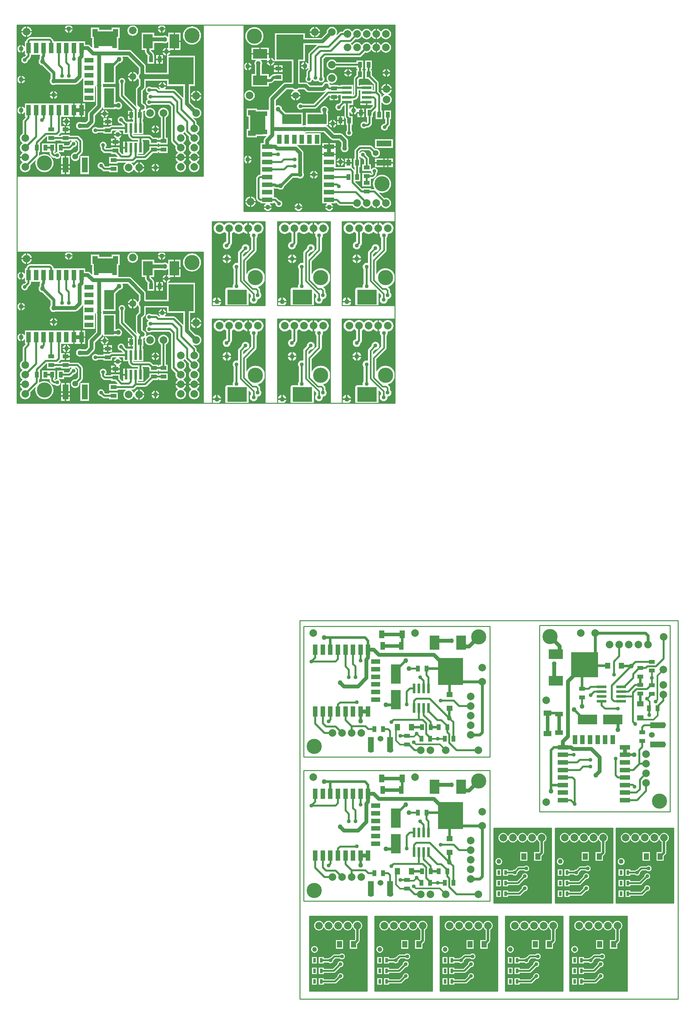
<source format=gbl>
%FSLAX25Y25*%
%MOIN*%
G70*
G01*
G75*
G04 Layer_Physical_Order=2*
G04 Layer_Color=16711680*
%ADD10R,0.06299X0.13386*%
%ADD11R,0.01772X0.06299*%
%ADD12R,0.05512X0.01654*%
%ADD13R,0.04724X0.04724*%
%ADD14R,0.09000X0.15000*%
%ADD15R,0.08465X0.05000*%
%ADD16R,0.05906X0.03937*%
%ADD17R,0.03937X0.05906*%
%ADD18R,0.07874X0.11024*%
%ADD19R,0.05906X0.15748*%
%ADD20R,0.03500X0.05000*%
%ADD21R,0.07874X0.15748*%
%ADD22R,0.06299X0.09449*%
%ADD23R,0.05512X0.07087*%
%ADD24R,0.13386X0.06299*%
%ADD25R,0.06299X0.01772*%
%ADD26R,0.01654X0.05512*%
%ADD27R,0.04724X0.04724*%
%ADD28R,0.15000X0.09000*%
%ADD29R,0.05000X0.08465*%
%ADD30R,0.11024X0.07874*%
%ADD31R,0.15748X0.05906*%
%ADD32R,0.05000X0.03500*%
%ADD33R,0.15748X0.07874*%
%ADD34R,0.09449X0.06299*%
%ADD35R,0.07087X0.05512*%
%ADD36R,0.06600X0.01700*%
%ADD37R,0.15000X0.28000*%
%ADD38R,0.28000X0.15000*%
%ADD39R,0.03300X0.03150*%
%ADD40C,0.02500*%
%ADD41C,0.02000*%
%ADD42C,0.03000*%
%ADD43C,0.01500*%
%ADD44C,0.04000*%
%ADD45C,0.01000*%
%ADD46C,0.01800*%
%ADD47C,0.05000*%
%ADD48R,0.01600X0.04800*%
%ADD49R,0.34200X0.03200*%
%ADD50R,0.04800X0.01600*%
%ADD51R,0.03200X0.34200*%
%ADD52R,0.14413X0.28346*%
%ADD53R,0.28346X0.14413*%
%ADD54R,0.27700X0.02100*%
%ADD55R,0.01900X0.03800*%
%ADD56R,0.35700X0.03400*%
%ADD57R,0.02100X0.27700*%
%ADD58R,0.03800X0.01900*%
%ADD59R,0.03400X0.35700*%
%ADD60R,0.08200X0.15600*%
%ADD61C,0.15800*%
%ADD62R,0.05118X0.07874*%
%ADD63R,0.05512X0.07874*%
%ADD64C,0.07874*%
%ADD65R,0.07874X0.05118*%
%ADD66R,0.07874X0.05512*%
%ADD67C,0.07087*%
%ADD68C,0.05000*%
%ADD69C,0.04000*%
%ADD70C,0.06000*%
%ADD71C,0.03937*%
%ADD72R,0.04724X0.11024*%
%ADD73R,0.09449X0.04724*%
%ADD74R,0.03000X0.10000*%
%ADD75R,0.10000X0.20000*%
%ADD76R,0.06299X0.05512*%
%ADD77R,0.09843X0.14961*%
%ADD78R,0.11024X0.04724*%
%ADD79R,0.04724X0.09449*%
%ADD80R,0.10000X0.03000*%
%ADD81R,0.20000X0.10000*%
%ADD82R,0.05512X0.06299*%
%ADD83R,0.14961X0.09843*%
%ADD84R,0.03150X0.04724*%
%ADD85R,0.26000X0.28400*%
%ADD86R,0.28400X0.26000*%
%ADD87C,0.03500*%
%ADD88R,0.26400X0.28346*%
%ADD89R,0.28346X0.26400*%
%ADD90R,0.21028X0.12517*%
%ADD91R,0.12517X0.21028*%
%ADD92R,0.20200X0.15600*%
G36*
X326300Y127328D02*
Y101500D01*
X309434D01*
X309117Y101886D01*
X309239Y102500D01*
Y114313D01*
X309701Y114505D01*
X311726Y112479D01*
Y110414D01*
X311647Y110353D01*
X311006Y109517D01*
X310603Y108544D01*
X310466Y107500D01*
X310603Y106456D01*
X311006Y105483D01*
X311647Y104647D01*
X312483Y104006D01*
X313456Y103603D01*
X314500Y103465D01*
X315544Y103603D01*
X316517Y104006D01*
X317353Y104647D01*
X317994Y105483D01*
X318397Y106456D01*
X318534Y107500D01*
X318481Y107906D01*
X318785Y108303D01*
X319544Y108403D01*
X320517Y108806D01*
X321353Y109447D01*
X321994Y110283D01*
X322397Y111256D01*
X322534Y112300D01*
X322397Y113344D01*
X321994Y114317D01*
X321353Y115153D01*
X321274Y115214D01*
Y117200D01*
X321179Y117918D01*
X321017Y118310D01*
X320902Y118587D01*
X320461Y119161D01*
X319098Y120525D01*
X319219Y121010D01*
X320207Y121309D01*
X321927Y122229D01*
X323434Y123466D01*
X324671Y124973D01*
X325591Y126693D01*
X325805Y127401D01*
X326300Y127328D01*
D02*
G37*
G36*
X258300D02*
Y101500D01*
X241434D01*
X241117Y101886D01*
X241239Y102500D01*
Y114313D01*
X241701Y114505D01*
X243726Y112479D01*
Y110414D01*
X243647Y110353D01*
X243006Y109517D01*
X242603Y108544D01*
X242465Y107500D01*
X242603Y106456D01*
X243006Y105483D01*
X243647Y104647D01*
X244483Y104006D01*
X245456Y103603D01*
X246500Y103465D01*
X247544Y103603D01*
X248517Y104006D01*
X249353Y104647D01*
X249994Y105483D01*
X250397Y106456D01*
X250535Y107500D01*
X250481Y107906D01*
X250785Y108303D01*
X251544Y108403D01*
X252517Y108806D01*
X253353Y109447D01*
X253994Y110283D01*
X254397Y111256D01*
X254535Y112300D01*
X254397Y113344D01*
X253994Y114317D01*
X253353Y115153D01*
X253274Y115214D01*
Y117200D01*
X253179Y117918D01*
X253017Y118310D01*
X252902Y118587D01*
X252461Y119161D01*
X251098Y120525D01*
X251219Y121010D01*
X252207Y121309D01*
X253927Y122229D01*
X255434Y123466D01*
X256671Y124973D01*
X257591Y126693D01*
X257805Y127401D01*
X258300Y127328D01*
D02*
G37*
G36*
X393700Y25828D02*
Y0D01*
X376834D01*
X376517Y387D01*
X376639Y1000D01*
Y12813D01*
X377101Y13005D01*
X379126Y10979D01*
Y8913D01*
X379047Y8853D01*
X378406Y8017D01*
X378003Y7044D01*
X377866Y6000D01*
X378003Y4956D01*
X378406Y3983D01*
X379047Y3147D01*
X379883Y2506D01*
X380856Y2103D01*
X381900Y1966D01*
X382944Y2103D01*
X383917Y2506D01*
X384753Y3147D01*
X385394Y3983D01*
X385797Y4956D01*
X385934Y6000D01*
X385881Y6406D01*
X386185Y6803D01*
X386944Y6903D01*
X387917Y7306D01*
X388753Y7947D01*
X389394Y8783D01*
X389797Y9756D01*
X389934Y10800D01*
X389797Y11844D01*
X389394Y12817D01*
X388753Y13653D01*
X388674Y13713D01*
Y15700D01*
X388579Y16418D01*
X388417Y16810D01*
X388302Y17087D01*
X387861Y17661D01*
X386498Y19025D01*
X386619Y19510D01*
X387607Y19809D01*
X389327Y20729D01*
X390834Y21966D01*
X392071Y23473D01*
X392991Y25193D01*
X393205Y25901D01*
X393700Y25828D01*
D02*
G37*
G36*
Y127328D02*
Y101500D01*
X376834D01*
X376517Y101886D01*
X376639Y102500D01*
Y114313D01*
X377101Y114505D01*
X379126Y112479D01*
Y110414D01*
X379047Y110353D01*
X378406Y109517D01*
X378003Y108544D01*
X377866Y107500D01*
X378003Y106456D01*
X378406Y105483D01*
X379047Y104647D01*
X379883Y104006D01*
X380856Y103603D01*
X381900Y103465D01*
X382944Y103603D01*
X383917Y104006D01*
X384753Y104647D01*
X385394Y105483D01*
X385797Y106456D01*
X385934Y107500D01*
X385881Y107906D01*
X386185Y108303D01*
X386944Y108403D01*
X387917Y108806D01*
X388753Y109447D01*
X389394Y110283D01*
X389797Y111256D01*
X389934Y112300D01*
X389797Y113344D01*
X389394Y114317D01*
X388753Y115153D01*
X388674Y115214D01*
Y117200D01*
X388579Y117918D01*
X388417Y118310D01*
X388302Y118587D01*
X387861Y119161D01*
X386498Y120525D01*
X386619Y121010D01*
X387607Y121309D01*
X389327Y122229D01*
X390834Y123466D01*
X392071Y124973D01*
X392991Y126693D01*
X393205Y127401D01*
X393700Y127328D01*
D02*
G37*
G36*
X258300Y32172D02*
X257805Y32099D01*
X257591Y32807D01*
X256671Y34527D01*
X255434Y36034D01*
X253927Y37271D01*
X252207Y38191D01*
X250341Y38757D01*
X248400Y38948D01*
X246459Y38757D01*
X244593Y38191D01*
X242873Y37271D01*
X241366Y36034D01*
X240129Y34527D01*
X239209Y32807D01*
X238874Y32857D01*
Y45951D01*
X248661Y55739D01*
X249102Y56313D01*
X249217Y56590D01*
X249379Y56982D01*
X249474Y57700D01*
Y70187D01*
X249553Y70247D01*
X250194Y71083D01*
X250597Y72056D01*
X250734Y73100D01*
X250597Y74144D01*
X251769Y74630D01*
X251964Y74649D01*
X253083Y74988D01*
X254114Y75540D01*
X255018Y76282D01*
X255760Y77186D01*
X256312Y78217D01*
X256651Y79336D01*
X256766Y80500D01*
X256651Y81664D01*
X256312Y82783D01*
X255760Y83814D01*
X255018Y84718D01*
X254114Y85460D01*
X253083Y86012D01*
X251964Y86351D01*
X250800Y86466D01*
X249636Y86351D01*
X248517Y86012D01*
X247486Y85460D01*
X246582Y84718D01*
X245840Y83814D01*
X245760D01*
X245018Y84718D01*
X244114Y85460D01*
X243083Y86012D01*
X241964Y86351D01*
X241550Y86392D01*
Y74608D01*
X241964Y74649D01*
X242603Y74843D01*
X242939Y74472D01*
X242803Y74144D01*
X242666Y73100D01*
X242803Y72056D01*
X243206Y71083D01*
X243847Y70247D01*
X243926Y70187D01*
Y58849D01*
X236136Y51058D01*
X235674Y51250D01*
Y53551D01*
X237901Y55778D01*
X238000Y55765D01*
X239044Y55903D01*
X240017Y56306D01*
X240853Y56947D01*
X241494Y57783D01*
X241897Y58756D01*
X242035Y59800D01*
X241897Y60844D01*
X241494Y61817D01*
X240853Y62653D01*
X240017Y63294D01*
X239044Y63697D01*
X238000Y63835D01*
X236956Y63697D01*
X235983Y63294D01*
X235147Y62653D01*
X234506Y61817D01*
X234103Y60844D01*
X233965Y59800D01*
X233979Y59701D01*
X230939Y56661D01*
X230498Y56087D01*
X230383Y55810D01*
X230221Y55418D01*
X230126Y54700D01*
Y44552D01*
X229744Y44297D01*
X228700Y44434D01*
X227656Y44297D01*
X226683Y43894D01*
X225847Y43253D01*
X225206Y42417D01*
X224803Y41444D01*
X224665Y40400D01*
X224803Y39356D01*
X225206Y38383D01*
X225674Y37773D01*
Y22627D01*
X225206Y22017D01*
X224803Y21044D01*
X224665Y20000D01*
X224795Y19015D01*
X224465Y18639D01*
X219000D01*
X218220Y18484D01*
X217558Y18042D01*
X217116Y17380D01*
X216961Y16600D01*
Y1000D01*
X217083Y387D01*
X216766Y0D01*
X210927D01*
X210766Y473D01*
X211309Y891D01*
X212031Y1831D01*
X212484Y2925D01*
X212540Y3350D01*
X203660D01*
X203561Y4100D01*
X203561Y4100D01*
X203300Y4361D01*
Y87500D01*
X258300D01*
Y32172D01*
D02*
G37*
G36*
X326300D02*
X325805Y32099D01*
X325591Y32807D01*
X324671Y34527D01*
X323434Y36034D01*
X321927Y37271D01*
X320207Y38191D01*
X318341Y38757D01*
X316400Y38948D01*
X314459Y38757D01*
X312593Y38191D01*
X310873Y37271D01*
X309366Y36034D01*
X308129Y34527D01*
X307209Y32807D01*
X306874Y32857D01*
Y45951D01*
X316661Y55739D01*
X317102Y56313D01*
X317217Y56590D01*
X317379Y56982D01*
X317474Y57700D01*
Y70187D01*
X317553Y70247D01*
X318194Y71083D01*
X318597Y72056D01*
X318735Y73100D01*
X318597Y74144D01*
X319769Y74630D01*
X319964Y74649D01*
X321083Y74988D01*
X322114Y75540D01*
X323018Y76282D01*
X323760Y77186D01*
X324312Y78217D01*
X324651Y79336D01*
X324766Y80500D01*
X324651Y81664D01*
X324312Y82783D01*
X323760Y83814D01*
X323018Y84718D01*
X322114Y85460D01*
X321083Y86012D01*
X319964Y86351D01*
X318800Y86466D01*
X317636Y86351D01*
X316517Y86012D01*
X315486Y85460D01*
X314582Y84718D01*
X313840Y83814D01*
X313760D01*
X313018Y84718D01*
X312114Y85460D01*
X311083Y86012D01*
X309964Y86351D01*
X309550Y86392D01*
Y74608D01*
X309964Y74649D01*
X310603Y74843D01*
X310939Y74472D01*
X310803Y74144D01*
X310665Y73100D01*
X310803Y72056D01*
X311206Y71083D01*
X311847Y70247D01*
X311926Y70187D01*
Y58849D01*
X304136Y51058D01*
X303674Y51250D01*
Y53551D01*
X305901Y55778D01*
X306000Y55765D01*
X307044Y55903D01*
X308017Y56306D01*
X308853Y56947D01*
X309494Y57783D01*
X309897Y58756D01*
X310034Y59800D01*
X309897Y60844D01*
X309494Y61817D01*
X308853Y62653D01*
X308017Y63294D01*
X307044Y63697D01*
X306000Y63835D01*
X304956Y63697D01*
X303983Y63294D01*
X303147Y62653D01*
X302506Y61817D01*
X302103Y60844D01*
X301965Y59800D01*
X301978Y59701D01*
X298939Y56661D01*
X298498Y56087D01*
X298383Y55810D01*
X298221Y55418D01*
X298126Y54700D01*
Y44552D01*
X297744Y44297D01*
X296700Y44434D01*
X295656Y44297D01*
X294683Y43894D01*
X293847Y43253D01*
X293206Y42417D01*
X292803Y41444D01*
X292666Y40400D01*
X292803Y39356D01*
X293206Y38383D01*
X293674Y37773D01*
Y22627D01*
X293206Y22017D01*
X292803Y21044D01*
X292666Y20000D01*
X292795Y19015D01*
X292465Y18639D01*
X287000D01*
X286220Y18484D01*
X285558Y18042D01*
X285116Y17380D01*
X284961Y16600D01*
Y1000D01*
X285083Y387D01*
X284766Y0D01*
X278927D01*
X278766Y473D01*
X279309Y891D01*
X280031Y1831D01*
X280484Y2925D01*
X280540Y3350D01*
X271660D01*
X271561Y4100D01*
X271561Y4100D01*
X271300Y4361D01*
Y87500D01*
X326300D01*
Y32172D01*
D02*
G37*
G36*
X393700D02*
X393205Y32099D01*
X392991Y32807D01*
X392071Y34527D01*
X390834Y36034D01*
X389327Y37271D01*
X387607Y38191D01*
X385741Y38757D01*
X383800Y38948D01*
X381859Y38757D01*
X379993Y38191D01*
X378273Y37271D01*
X376766Y36034D01*
X375529Y34527D01*
X374609Y32807D01*
X374274Y32857D01*
Y45951D01*
X384061Y55739D01*
X384502Y56313D01*
X384617Y56590D01*
X384779Y56982D01*
X384874Y57700D01*
Y70187D01*
X384953Y70247D01*
X385594Y71083D01*
X385997Y72056D01*
X386135Y73100D01*
X385997Y74144D01*
X387169Y74630D01*
X387364Y74649D01*
X388483Y74988D01*
X389514Y75540D01*
X390418Y76282D01*
X391160Y77186D01*
X391712Y78217D01*
X392051Y79336D01*
X392166Y80500D01*
X392051Y81664D01*
X391712Y82783D01*
X391160Y83814D01*
X390418Y84718D01*
X389514Y85460D01*
X388483Y86012D01*
X387364Y86351D01*
X386200Y86466D01*
X385036Y86351D01*
X383917Y86012D01*
X382886Y85460D01*
X381982Y84718D01*
X381240Y83814D01*
X381160D01*
X380418Y84718D01*
X379514Y85460D01*
X378483Y86012D01*
X377364Y86351D01*
X376950Y86392D01*
Y74608D01*
X377364Y74649D01*
X378003Y74843D01*
X378339Y74472D01*
X378203Y74144D01*
X378065Y73100D01*
X378203Y72056D01*
X378606Y71083D01*
X379247Y70247D01*
X379326Y70187D01*
Y58849D01*
X371536Y51058D01*
X371074Y51250D01*
Y53551D01*
X373301Y55778D01*
X373400Y55765D01*
X374444Y55903D01*
X375417Y56306D01*
X376253Y56947D01*
X376894Y57783D01*
X377297Y58756D01*
X377434Y59800D01*
X377297Y60844D01*
X376894Y61817D01*
X376253Y62653D01*
X375417Y63294D01*
X374444Y63697D01*
X373400Y63835D01*
X372356Y63697D01*
X371383Y63294D01*
X370547Y62653D01*
X369906Y61817D01*
X369503Y60844D01*
X369366Y59800D01*
X369378Y59701D01*
X366339Y56661D01*
X365898Y56087D01*
X365783Y55810D01*
X365621Y55418D01*
X365526Y54700D01*
Y44552D01*
X365144Y44297D01*
X364100Y44434D01*
X363056Y44297D01*
X362083Y43894D01*
X361247Y43253D01*
X360606Y42417D01*
X360203Y41444D01*
X360066Y40400D01*
X360203Y39356D01*
X360606Y38383D01*
X361074Y37773D01*
Y22627D01*
X360606Y22017D01*
X360203Y21044D01*
X360066Y20000D01*
X360195Y19015D01*
X359865Y18639D01*
X354400D01*
X353620Y18484D01*
X352958Y18042D01*
X352516Y17380D01*
X352361Y16600D01*
Y1000D01*
X352483Y387D01*
X352166Y0D01*
X346327D01*
X346166Y473D01*
X346709Y891D01*
X347431Y1831D01*
X347884Y2925D01*
X347940Y3350D01*
X339060D01*
X338961Y4100D01*
X338961Y4100D01*
X338700Y4361D01*
Y87500D01*
X393700D01*
Y32172D01*
D02*
G37*
G36*
X556500Y-520500D02*
X496500D01*
Y-442500D01*
X556500D01*
Y-520500D01*
D02*
G37*
G36*
X620500D02*
X560500D01*
Y-442500D01*
X620500D01*
Y-520500D01*
D02*
G37*
G36*
X684000D02*
X624000D01*
Y-442500D01*
X684000D01*
Y-520500D01*
D02*
G37*
G36*
X393700Y199700D02*
X326553D01*
X326455Y200190D01*
X327217Y200506D01*
X328053Y201147D01*
X328694Y201983D01*
X329097Y202956D01*
X329136Y203250D01*
X321264D01*
X321303Y202956D01*
X321706Y201983D01*
X322347Y201147D01*
X323183Y200506D01*
X323945Y200190D01*
X323847Y199700D01*
X294553D01*
X294455Y200190D01*
X295217Y200506D01*
X296053Y201147D01*
X296694Y201983D01*
X297097Y202956D01*
X297136Y203250D01*
X289264D01*
X289303Y202956D01*
X289706Y201983D01*
X290347Y201147D01*
X291183Y200506D01*
X291945Y200190D01*
X291847Y199700D01*
X262553D01*
X262455Y200190D01*
X263217Y200506D01*
X264053Y201147D01*
X264694Y201983D01*
X265097Y202956D01*
X265136Y203250D01*
X257264D01*
X257303Y202956D01*
X257706Y201983D01*
X258347Y201147D01*
X259183Y200506D01*
X259945Y200190D01*
X259847Y199700D01*
X236200D01*
Y252006D01*
X236690Y252103D01*
X236906Y251583D01*
X237547Y250747D01*
X238383Y250106D01*
X239356Y249703D01*
X239650Y249664D01*
Y257536D01*
X239356Y257497D01*
X238383Y257094D01*
X237547Y256453D01*
X236906Y255617D01*
X236690Y255097D01*
X236200Y255194D01*
Y348906D01*
X236690Y349003D01*
X236906Y348483D01*
X237547Y347647D01*
X238383Y347006D01*
X239356Y346603D01*
X239650Y346564D01*
Y354436D01*
X239356Y354397D01*
X238383Y353994D01*
X237547Y353353D01*
X236906Y352517D01*
X236690Y351997D01*
X236200Y352094D01*
Y393700D01*
X393700D01*
Y199700D01*
D02*
G37*
G36*
X326300Y25828D02*
Y0D01*
X309434D01*
X309117Y387D01*
X309239Y1000D01*
Y12813D01*
X309701Y13005D01*
X311726Y10979D01*
Y8913D01*
X311647Y8853D01*
X311006Y8017D01*
X310603Y7044D01*
X310466Y6000D01*
X310603Y4956D01*
X311006Y3983D01*
X311647Y3147D01*
X312483Y2506D01*
X313456Y2103D01*
X314500Y1966D01*
X315544Y2103D01*
X316517Y2506D01*
X317353Y3147D01*
X317994Y3983D01*
X318397Y4956D01*
X318534Y6000D01*
X318481Y6406D01*
X318785Y6803D01*
X319544Y6903D01*
X320517Y7306D01*
X321353Y7947D01*
X321994Y8783D01*
X322397Y9756D01*
X322534Y10800D01*
X322397Y11844D01*
X321994Y12817D01*
X321353Y13653D01*
X321274Y13713D01*
Y15700D01*
X321179Y16418D01*
X321017Y16810D01*
X320902Y17087D01*
X320461Y17661D01*
X319098Y19025D01*
X319219Y19510D01*
X320207Y19809D01*
X321927Y20729D01*
X323434Y21966D01*
X324671Y23473D01*
X325591Y25193D01*
X325805Y25901D01*
X326300Y25828D01*
D02*
G37*
G36*
X258300D02*
Y0D01*
X241434D01*
X241117Y387D01*
X241239Y1000D01*
Y12813D01*
X241701Y13005D01*
X243726Y10979D01*
Y8913D01*
X243647Y8853D01*
X243006Y8017D01*
X242603Y7044D01*
X242465Y6000D01*
X242603Y4956D01*
X243006Y3983D01*
X243647Y3147D01*
X244483Y2506D01*
X245456Y2103D01*
X246500Y1966D01*
X247544Y2103D01*
X248517Y2506D01*
X249353Y3147D01*
X249994Y3983D01*
X250397Y4956D01*
X250535Y6000D01*
X250481Y6406D01*
X250785Y6803D01*
X251544Y6903D01*
X252517Y7306D01*
X253353Y7947D01*
X253994Y8783D01*
X254397Y9756D01*
X254535Y10800D01*
X254397Y11844D01*
X253994Y12817D01*
X253353Y13653D01*
X253274Y13713D01*
Y15700D01*
X253179Y16418D01*
X253017Y16810D01*
X252902Y17087D01*
X252461Y17661D01*
X251098Y19025D01*
X251219Y19510D01*
X252207Y19809D01*
X253927Y20729D01*
X255434Y21966D01*
X256671Y23473D01*
X257591Y25193D01*
X257805Y25901D01*
X258300Y25828D01*
D02*
G37*
G36*
X194000Y0D02*
X0D01*
Y67147D01*
X490Y67245D01*
X806Y66483D01*
X1447Y65647D01*
X2283Y65006D01*
X3256Y64603D01*
X3550Y64564D01*
Y68499D01*
Y72436D01*
X3256Y72397D01*
X2283Y71994D01*
X1447Y71353D01*
X806Y70517D01*
X490Y69755D01*
X0Y69853D01*
Y99147D01*
X490Y99245D01*
X806Y98483D01*
X1447Y97647D01*
X2283Y97006D01*
X3256Y96603D01*
X3550Y96564D01*
Y100499D01*
Y104436D01*
X3256Y104397D01*
X2283Y103994D01*
X1447Y103353D01*
X806Y102517D01*
X490Y101755D01*
X0Y101853D01*
Y131147D01*
X490Y131245D01*
X806Y130483D01*
X1447Y129647D01*
X2283Y129006D01*
X3256Y128603D01*
X3550Y128564D01*
Y132499D01*
Y136436D01*
X3256Y136397D01*
X2283Y135994D01*
X1447Y135353D01*
X806Y134517D01*
X490Y133755D01*
X0Y133853D01*
Y157500D01*
X52306D01*
X52403Y157010D01*
X51883Y156794D01*
X51047Y156153D01*
X50406Y155317D01*
X50003Y154344D01*
X49964Y154050D01*
X57836D01*
X57797Y154344D01*
X57394Y155317D01*
X56753Y156153D01*
X55917Y156794D01*
X55397Y157010D01*
X55494Y157500D01*
X149206D01*
X149303Y157010D01*
X148783Y156794D01*
X147947Y156153D01*
X147306Y155317D01*
X146903Y154344D01*
X146864Y154050D01*
X154736D01*
X154697Y154344D01*
X154294Y155317D01*
X153653Y156153D01*
X152817Y156794D01*
X152297Y157010D01*
X152394Y157500D01*
X194000D01*
Y0D01*
D02*
G37*
G36*
X393700Y133672D02*
X393205Y133599D01*
X392991Y134307D01*
X392071Y136027D01*
X390834Y137534D01*
X389327Y138771D01*
X387607Y139691D01*
X385741Y140257D01*
X383800Y140448D01*
X381859Y140257D01*
X379993Y139691D01*
X378273Y138771D01*
X376766Y137534D01*
X375529Y136027D01*
X374609Y134307D01*
X374274Y134357D01*
Y147451D01*
X384061Y157239D01*
X384502Y157813D01*
X384617Y158090D01*
X384779Y158482D01*
X384874Y159200D01*
Y171686D01*
X384953Y171747D01*
X385594Y172583D01*
X385997Y173556D01*
X386135Y174600D01*
X385997Y175644D01*
X387169Y176130D01*
X387364Y176149D01*
X388483Y176488D01*
X389514Y177040D01*
X390418Y177782D01*
X391160Y178686D01*
X391712Y179717D01*
X392051Y180836D01*
X392166Y182000D01*
X392051Y183164D01*
X391712Y184283D01*
X391160Y185314D01*
X390418Y186218D01*
X389514Y186960D01*
X388483Y187512D01*
X387364Y187851D01*
X386200Y187966D01*
X385036Y187851D01*
X383917Y187512D01*
X382886Y186960D01*
X381982Y186218D01*
X381240Y185314D01*
X381160D01*
X380418Y186218D01*
X379514Y186960D01*
X378483Y187512D01*
X377364Y187851D01*
X376950Y187892D01*
Y176108D01*
X377364Y176149D01*
X378003Y176343D01*
X378339Y175972D01*
X378203Y175644D01*
X378065Y174600D01*
X378203Y173556D01*
X378606Y172583D01*
X379247Y171747D01*
X379326Y171686D01*
Y160349D01*
X371536Y152558D01*
X371074Y152750D01*
Y155051D01*
X373301Y157279D01*
X373400Y157265D01*
X374444Y157403D01*
X375417Y157806D01*
X376253Y158447D01*
X376894Y159283D01*
X377297Y160256D01*
X377434Y161300D01*
X377297Y162344D01*
X376894Y163317D01*
X376253Y164153D01*
X375417Y164794D01*
X374444Y165197D01*
X373400Y165334D01*
X372356Y165197D01*
X371383Y164794D01*
X370547Y164153D01*
X369906Y163317D01*
X369503Y162344D01*
X369366Y161300D01*
X369378Y161201D01*
X366339Y158161D01*
X365898Y157587D01*
X365783Y157310D01*
X365621Y156918D01*
X365526Y156200D01*
Y146052D01*
X365144Y145797D01*
X364100Y145934D01*
X363056Y145797D01*
X362083Y145394D01*
X361247Y144753D01*
X360606Y143917D01*
X360203Y142944D01*
X360066Y141900D01*
X360203Y140856D01*
X360606Y139883D01*
X361074Y139273D01*
Y124127D01*
X360606Y123517D01*
X360203Y122544D01*
X360066Y121500D01*
X360195Y120515D01*
X359865Y120139D01*
X354400D01*
X353620Y119984D01*
X352958Y119542D01*
X352516Y118880D01*
X352361Y118100D01*
Y102500D01*
X352483Y101886D01*
X352166Y101500D01*
X346327D01*
X346166Y101973D01*
X346709Y102391D01*
X347431Y103331D01*
X347884Y104425D01*
X347940Y104850D01*
X339060D01*
X338961Y105600D01*
X338961Y105600D01*
X338700Y105861D01*
Y189000D01*
X393700D01*
Y133672D01*
D02*
G37*
G36*
X326300D02*
X325805Y133599D01*
X325591Y134307D01*
X324671Y136027D01*
X323434Y137534D01*
X321927Y138771D01*
X320207Y139691D01*
X318341Y140257D01*
X316400Y140448D01*
X314459Y140257D01*
X312593Y139691D01*
X310873Y138771D01*
X309366Y137534D01*
X308129Y136027D01*
X307209Y134307D01*
X306874Y134357D01*
Y147451D01*
X316661Y157239D01*
X317102Y157813D01*
X317217Y158090D01*
X317379Y158482D01*
X317474Y159200D01*
Y171686D01*
X317553Y171747D01*
X318194Y172583D01*
X318597Y173556D01*
X318735Y174600D01*
X318597Y175644D01*
X319769Y176130D01*
X319964Y176149D01*
X321083Y176488D01*
X322114Y177040D01*
X323018Y177782D01*
X323760Y178686D01*
X324312Y179717D01*
X324651Y180836D01*
X324766Y182000D01*
X324651Y183164D01*
X324312Y184283D01*
X323760Y185314D01*
X323018Y186218D01*
X322114Y186960D01*
X321083Y187512D01*
X319964Y187851D01*
X318800Y187966D01*
X317636Y187851D01*
X316517Y187512D01*
X315486Y186960D01*
X314582Y186218D01*
X313840Y185314D01*
X313760D01*
X313018Y186218D01*
X312114Y186960D01*
X311083Y187512D01*
X309964Y187851D01*
X309550Y187892D01*
Y176108D01*
X309964Y176149D01*
X310603Y176343D01*
X310939Y175972D01*
X310803Y175644D01*
X310665Y174600D01*
X310803Y173556D01*
X311206Y172583D01*
X311847Y171747D01*
X311926Y171686D01*
Y160349D01*
X304136Y152558D01*
X303674Y152750D01*
Y155051D01*
X305901Y157279D01*
X306000Y157265D01*
X307044Y157403D01*
X308017Y157806D01*
X308853Y158447D01*
X309494Y159283D01*
X309897Y160256D01*
X310034Y161300D01*
X309897Y162344D01*
X309494Y163317D01*
X308853Y164153D01*
X308017Y164794D01*
X307044Y165197D01*
X306000Y165334D01*
X304956Y165197D01*
X303983Y164794D01*
X303147Y164153D01*
X302506Y163317D01*
X302103Y162344D01*
X301965Y161300D01*
X301978Y161201D01*
X298939Y158161D01*
X298498Y157587D01*
X298383Y157310D01*
X298221Y156918D01*
X298126Y156200D01*
Y146052D01*
X297744Y145797D01*
X296700Y145934D01*
X295656Y145797D01*
X294683Y145394D01*
X293847Y144753D01*
X293206Y143917D01*
X292803Y142944D01*
X292666Y141900D01*
X292803Y140856D01*
X293206Y139883D01*
X293674Y139273D01*
Y124127D01*
X293206Y123517D01*
X292803Y122544D01*
X292666Y121500D01*
X292795Y120515D01*
X292465Y120139D01*
X287000D01*
X286220Y119984D01*
X285558Y119542D01*
X285116Y118880D01*
X284961Y118100D01*
Y102500D01*
X285083Y101886D01*
X284766Y101500D01*
X278927D01*
X278766Y101973D01*
X279309Y102391D01*
X280031Y103331D01*
X280484Y104425D01*
X280540Y104850D01*
X271660D01*
X271561Y105600D01*
X271561Y105600D01*
X271300Y105861D01*
Y189000D01*
X326300D01*
Y133672D01*
D02*
G37*
G36*
X258300D02*
X257805Y133599D01*
X257591Y134307D01*
X256671Y136027D01*
X255434Y137534D01*
X253927Y138771D01*
X252207Y139691D01*
X250341Y140257D01*
X248400Y140448D01*
X246459Y140257D01*
X244593Y139691D01*
X242873Y138771D01*
X241366Y137534D01*
X240129Y136027D01*
X239209Y134307D01*
X238874Y134357D01*
Y147451D01*
X248661Y157239D01*
X249102Y157813D01*
X249217Y158090D01*
X249379Y158482D01*
X249474Y159200D01*
Y171686D01*
X249553Y171747D01*
X250194Y172583D01*
X250597Y173556D01*
X250734Y174600D01*
X250597Y175644D01*
X251769Y176130D01*
X251964Y176149D01*
X253083Y176488D01*
X254114Y177040D01*
X255018Y177782D01*
X255760Y178686D01*
X256312Y179717D01*
X256651Y180836D01*
X256766Y182000D01*
X256651Y183164D01*
X256312Y184283D01*
X255760Y185314D01*
X255018Y186218D01*
X254114Y186960D01*
X253083Y187512D01*
X251964Y187851D01*
X250800Y187966D01*
X249636Y187851D01*
X248517Y187512D01*
X247486Y186960D01*
X246582Y186218D01*
X245840Y185314D01*
X245760D01*
X245018Y186218D01*
X244114Y186960D01*
X243083Y187512D01*
X241964Y187851D01*
X241550Y187892D01*
Y176108D01*
X241964Y176149D01*
X242603Y176343D01*
X242939Y175972D01*
X242803Y175644D01*
X242666Y174600D01*
X242803Y173556D01*
X243206Y172583D01*
X243847Y171747D01*
X243926Y171686D01*
Y160349D01*
X236136Y152558D01*
X235674Y152750D01*
Y155051D01*
X237901Y157279D01*
X238000Y157265D01*
X239044Y157403D01*
X240017Y157806D01*
X240853Y158447D01*
X241494Y159283D01*
X241897Y160256D01*
X242035Y161300D01*
X241897Y162344D01*
X241494Y163317D01*
X240853Y164153D01*
X240017Y164794D01*
X239044Y165197D01*
X238000Y165334D01*
X236956Y165197D01*
X235983Y164794D01*
X235147Y164153D01*
X234506Y163317D01*
X234103Y162344D01*
X233965Y161300D01*
X233979Y161201D01*
X230939Y158161D01*
X230498Y157587D01*
X230383Y157310D01*
X230221Y156918D01*
X230126Y156200D01*
Y146052D01*
X229744Y145797D01*
X228700Y145934D01*
X227656Y145797D01*
X226683Y145394D01*
X225847Y144753D01*
X225206Y143917D01*
X224803Y142944D01*
X224665Y141900D01*
X224803Y140856D01*
X225206Y139883D01*
X225674Y139273D01*
Y124127D01*
X225206Y123517D01*
X224803Y122544D01*
X224665Y121500D01*
X224795Y120515D01*
X224465Y120139D01*
X219000D01*
X218220Y119984D01*
X217558Y119542D01*
X217116Y118880D01*
X216961Y118100D01*
Y102500D01*
X217083Y101886D01*
X216766Y101500D01*
X210927D01*
X210766Y101973D01*
X211309Y102391D01*
X212031Y103331D01*
X212484Y104425D01*
X212540Y104850D01*
X203660D01*
X203561Y105600D01*
X203561Y105600D01*
X203300Y105861D01*
Y189000D01*
X258300D01*
Y133672D01*
D02*
G37*
G36*
X500500Y-612000D02*
X440500D01*
Y-534000D01*
X500500D01*
Y-612000D01*
D02*
G37*
G36*
X568500D02*
X508500D01*
Y-534000D01*
X568500D01*
Y-612000D01*
D02*
G37*
G36*
X635500D02*
X575500D01*
Y-534000D01*
X635500D01*
Y-612000D01*
D02*
G37*
G36*
X432500D02*
X372500D01*
Y-534000D01*
X432500D01*
Y-612000D01*
D02*
G37*
G36*
X364500D02*
X304500D01*
Y-534000D01*
X364500D01*
Y-612000D01*
D02*
G37*
G36*
X194000Y236300D02*
X0D01*
Y303447D01*
X490Y303545D01*
X806Y302783D01*
X1447Y301947D01*
X2283Y301306D01*
X3256Y300903D01*
X3550Y300864D01*
Y304799D01*
Y308736D01*
X3256Y308697D01*
X2283Y308294D01*
X1447Y307653D01*
X806Y306817D01*
X490Y306055D01*
X0Y306153D01*
Y335447D01*
X490Y335545D01*
X806Y334783D01*
X1447Y333947D01*
X2283Y333306D01*
X3256Y332903D01*
X3550Y332864D01*
Y336799D01*
Y340736D01*
X3256Y340697D01*
X2283Y340294D01*
X1447Y339653D01*
X806Y338817D01*
X490Y338055D01*
X0Y338153D01*
Y367447D01*
X490Y367545D01*
X806Y366783D01*
X1447Y365947D01*
X2283Y365306D01*
X3256Y364903D01*
X3550Y364864D01*
Y368799D01*
Y372736D01*
X3256Y372697D01*
X2283Y372294D01*
X1447Y371653D01*
X806Y370817D01*
X490Y370055D01*
X0Y370153D01*
Y393800D01*
X52306D01*
X52403Y393310D01*
X51883Y393094D01*
X51047Y392453D01*
X50406Y391617D01*
X50003Y390644D01*
X49964Y390350D01*
X57836D01*
X57797Y390644D01*
X57394Y391617D01*
X56753Y392453D01*
X55917Y393094D01*
X55397Y393310D01*
X55494Y393800D01*
X149206D01*
X149303Y393310D01*
X148783Y393094D01*
X147947Y392453D01*
X147306Y391617D01*
X146903Y390644D01*
X146864Y390350D01*
X154736D01*
X154697Y390644D01*
X154294Y391617D01*
X153653Y392453D01*
X152817Y393094D01*
X152297Y393310D01*
X152394Y393800D01*
X194000D01*
Y236300D01*
D02*
G37*
%LPC*%
G36*
X285850Y53140D02*
X285425Y53084D01*
X284331Y52631D01*
X283391Y51909D01*
X282669Y50969D01*
X282216Y49875D01*
X282160Y49450D01*
X285850D01*
Y53140D01*
D02*
G37*
G36*
X287350D02*
Y49450D01*
X291040D01*
X290984Y49875D01*
X290531Y50969D01*
X289809Y51909D01*
X288869Y52631D01*
X287775Y53084D01*
X287350Y53140D01*
D02*
G37*
G36*
X353250D02*
X352825Y53084D01*
X351731Y52631D01*
X350791Y51909D01*
X350069Y50969D01*
X349616Y49875D01*
X349560Y49450D01*
X353250D01*
Y53140D01*
D02*
G37*
G36*
X219350D02*
Y49450D01*
X223040D01*
X222984Y49875D01*
X222531Y50969D01*
X221809Y51909D01*
X220869Y52631D01*
X219775Y53084D01*
X219350Y53140D01*
D02*
G37*
G36*
X54953Y51968D02*
X51250D01*
Y49250D01*
X54953D01*
Y51968D01*
D02*
G37*
G36*
X98953Y60168D02*
X95250D01*
Y57450D01*
X98953D01*
Y60168D01*
D02*
G37*
G36*
X217850Y53140D02*
X217425Y53084D01*
X216331Y52631D01*
X215391Y51909D01*
X214669Y50969D01*
X214216Y49875D01*
X214160Y49450D01*
X217850D01*
Y53140D01*
D02*
G37*
G36*
X93750Y60168D02*
X90047D01*
Y57450D01*
X93750D01*
Y60168D01*
D02*
G37*
G36*
X50750Y56150D02*
X47564D01*
X47603Y55856D01*
X48006Y54883D01*
X48647Y54047D01*
X49483Y53406D01*
X50456Y53003D01*
X50750Y52964D01*
Y56150D01*
D02*
G37*
G36*
X143350Y52736D02*
X143056Y52697D01*
X142083Y52294D01*
X141247Y51653D01*
X140606Y50817D01*
X140203Y49844D01*
X140164Y49550D01*
X143350D01*
Y52736D01*
D02*
G37*
G36*
X144850D02*
Y49550D01*
X148036D01*
X147997Y49844D01*
X147594Y50817D01*
X146953Y51653D01*
X146117Y52294D01*
X145144Y52697D01*
X144850Y52736D01*
D02*
G37*
G36*
X354750Y53140D02*
Y49450D01*
X358440D01*
X358384Y49875D01*
X357931Y50969D01*
X357209Y51909D01*
X356269Y52631D01*
X355175Y53084D01*
X354750Y53140D01*
D02*
G37*
G36*
X98953Y55950D02*
X95250D01*
Y53232D01*
X98953D01*
Y55950D01*
D02*
G37*
G36*
X93750D02*
X90047D01*
Y53232D01*
X93750D01*
Y55950D01*
D02*
G37*
G36*
X55436Y56150D02*
X52250D01*
Y52964D01*
X52544Y53003D01*
X53517Y53406D01*
X54353Y54047D01*
X54994Y54883D01*
X55397Y55856D01*
X55436Y56150D01*
D02*
G37*
G36*
X54953Y47750D02*
X51250D01*
Y45031D01*
X54953D01*
Y47750D01*
D02*
G37*
G36*
X143350Y12836D02*
X143056Y12797D01*
X142083Y12394D01*
X141247Y11753D01*
X140606Y10917D01*
X140203Y9944D01*
X140164Y9650D01*
X143350D01*
Y12836D01*
D02*
G37*
G36*
X144850D02*
Y9650D01*
X148036D01*
X147997Y9944D01*
X147594Y10917D01*
X146953Y11753D01*
X146117Y12394D01*
X145144Y12797D01*
X144850Y12836D01*
D02*
G37*
G36*
X108836Y42450D02*
X100964D01*
X101003Y42156D01*
X101406Y41183D01*
X102047Y40347D01*
X102883Y39706D01*
X103479Y39459D01*
X103382Y38969D01*
X103250D01*
Y36250D01*
X106953D01*
Y38969D01*
X106418D01*
X106321Y39459D01*
X106917Y39706D01*
X107753Y40347D01*
X108394Y41183D01*
X108797Y42156D01*
X108836Y42450D01*
D02*
G37*
G36*
X101750Y38969D02*
X98047D01*
Y36250D01*
X101750D01*
Y38969D01*
D02*
G37*
G36*
X49750Y20874D02*
X46047D01*
Y12250D01*
X49750D01*
Y20874D01*
D02*
G37*
G36*
X112750Y36000D02*
X110500D01*
Y30250D01*
X112750D01*
Y36000D01*
D02*
G37*
G36*
X54953Y20874D02*
X51250D01*
Y12250D01*
X54953D01*
Y20874D01*
D02*
G37*
G36*
X106953Y34750D02*
X103250D01*
Y32032D01*
X106953D01*
Y34750D01*
D02*
G37*
G36*
X101750D02*
X98047D01*
Y32032D01*
X101750D01*
Y34750D01*
D02*
G37*
G36*
X127850Y14285D02*
Y9650D01*
X132485D01*
X132397Y10319D01*
X131849Y11642D01*
X130978Y12778D01*
X129842Y13649D01*
X128519Y14197D01*
X127850Y14285D01*
D02*
G37*
G36*
X358440Y47950D02*
X354750D01*
Y44260D01*
X355175Y44316D01*
X356269Y44769D01*
X357209Y45491D01*
X357931Y46431D01*
X358384Y47525D01*
X358440Y47950D01*
D02*
G37*
G36*
X353250D02*
X349560D01*
X349616Y47525D01*
X350069Y46431D01*
X350791Y45491D01*
X351731Y44769D01*
X352825Y44316D01*
X353250Y44260D01*
Y47950D01*
D02*
G37*
G36*
X148036Y48050D02*
X144850D01*
Y44864D01*
X145144Y44903D01*
X146117Y45306D01*
X146953Y45947D01*
X147594Y46783D01*
X147997Y47756D01*
X148036Y48050D01*
D02*
G37*
G36*
X143350D02*
X140164D01*
X140203Y47756D01*
X140606Y46783D01*
X141247Y45947D01*
X142083Y45306D01*
X143056Y44903D01*
X143350Y44864D01*
Y48050D01*
D02*
G37*
G36*
X291040Y47950D02*
X287350D01*
Y44260D01*
X287775Y44316D01*
X288869Y44769D01*
X289809Y45491D01*
X290531Y46431D01*
X290984Y47525D01*
X291040Y47950D01*
D02*
G37*
G36*
X217850D02*
X214160D01*
X214216Y47525D01*
X214669Y46431D01*
X215391Y45491D01*
X216331Y44769D01*
X217425Y44316D01*
X217850Y44260D01*
Y47950D01*
D02*
G37*
G36*
X54953Y10750D02*
X51250D01*
Y8250D01*
X54940D01*
X54953Y8155D01*
Y10750D01*
D02*
G37*
G36*
X285850Y47950D02*
X282160D01*
X282216Y47525D01*
X282669Y46431D01*
X283391Y45491D01*
X284331Y44769D01*
X285425Y44316D01*
X285850Y44260D01*
Y47950D01*
D02*
G37*
G36*
X223040D02*
X219350D01*
Y44260D01*
X219775Y44316D01*
X220869Y44769D01*
X221809Y45491D01*
X222531Y46431D01*
X222984Y47525D01*
X223040Y47950D01*
D02*
G37*
G36*
X50750Y60836D02*
X50456Y60797D01*
X49483Y60394D01*
X48647Y59753D01*
X48006Y58917D01*
X47603Y57944D01*
X47564Y57650D01*
X50750D01*
Y60836D01*
D02*
G37*
G36*
X119750Y108488D02*
X119183Y108414D01*
X117957Y107905D01*
X116903Y107097D01*
X116095Y106043D01*
X115586Y104817D01*
X115512Y104250D01*
X119750D01*
Y108488D01*
D02*
G37*
G36*
X5050Y104436D02*
Y101250D01*
X8236D01*
X8197Y101544D01*
X7794Y102517D01*
X7153Y103353D01*
X6317Y103994D01*
X5344Y104397D01*
X5050Y104436D01*
D02*
G37*
G36*
X207350Y110040D02*
X206925Y109984D01*
X205831Y109531D01*
X204891Y108809D01*
X204169Y107869D01*
X203716Y106775D01*
X203660Y106350D01*
X207350D01*
Y110040D01*
D02*
G37*
G36*
X275350D02*
X274925Y109984D01*
X273831Y109531D01*
X272891Y108809D01*
X272169Y107869D01*
X271716Y106775D01*
X271660Y106350D01*
X275350D01*
Y110040D01*
D02*
G37*
G36*
X208850D02*
Y106350D01*
X212540D01*
X212484Y106775D01*
X212031Y107869D01*
X211309Y108809D01*
X210369Y109531D01*
X209275Y109984D01*
X208850Y110040D01*
D02*
G37*
G36*
X150650Y97836D02*
X150356Y97797D01*
X149383Y97394D01*
X148547Y96753D01*
X147906Y95917D01*
X147503Y94944D01*
X147464Y94650D01*
X150650D01*
Y97836D01*
D02*
G37*
G36*
X38850Y88436D02*
Y85250D01*
X42036D01*
X41997Y85544D01*
X41594Y86517D01*
X40953Y87353D01*
X40117Y87994D01*
X39144Y88397D01*
X38850Y88436D01*
D02*
G37*
G36*
X152150Y97836D02*
Y94650D01*
X155336D01*
X155297Y94944D01*
X154894Y95917D01*
X154253Y96753D01*
X153417Y97394D01*
X152444Y97797D01*
X152150Y97836D01*
D02*
G37*
G36*
X119750Y102750D02*
X115512D01*
X115586Y102183D01*
X116095Y100957D01*
X116903Y99903D01*
X117957Y99095D01*
X119183Y98586D01*
X119750Y98512D01*
Y102750D01*
D02*
G37*
G36*
X8236Y99750D02*
X5050D01*
Y96564D01*
X5344Y96603D01*
X6317Y97006D01*
X7153Y97647D01*
X7794Y98483D01*
X8197Y99456D01*
X8236Y99750D01*
D02*
G37*
G36*
X151969Y125953D02*
X149250D01*
Y122250D01*
X151969D01*
Y125953D01*
D02*
G37*
G36*
X147750D02*
X145031D01*
Y122250D01*
X147750D01*
Y125953D01*
D02*
G37*
G36*
X154850Y128750D02*
X151664D01*
X151703Y128456D01*
X152106Y127483D01*
X152747Y126647D01*
X153583Y126006D01*
X154556Y125603D01*
X154850Y125564D01*
Y128750D01*
D02*
G37*
G36*
X170390Y139650D02*
X164718D01*
Y131420D01*
X170390D01*
Y139650D01*
D02*
G37*
G36*
X154850Y133436D02*
X154556Y133397D01*
X153583Y132994D01*
X152747Y132353D01*
X152106Y131517D01*
X151703Y130544D01*
X151664Y130250D01*
X154850D01*
Y133436D01*
D02*
G37*
G36*
X342750Y110040D02*
X342325Y109984D01*
X341231Y109531D01*
X340291Y108809D01*
X339569Y107869D01*
X339116Y106775D01*
X339060Y106350D01*
X342750D01*
Y110040D01*
D02*
G37*
G36*
X276850D02*
Y106350D01*
X280540D01*
X280484Y106775D01*
X280031Y107869D01*
X279309Y108809D01*
X278369Y109531D01*
X277275Y109984D01*
X276850Y110040D01*
D02*
G37*
G36*
X344250D02*
Y106350D01*
X347940D01*
X347884Y106775D01*
X347431Y107869D01*
X346709Y108809D01*
X345769Y109531D01*
X344675Y109984D01*
X344250Y110040D01*
D02*
G37*
G36*
X151969Y120750D02*
X149250D01*
Y117047D01*
X151969D01*
Y120750D01*
D02*
G37*
G36*
X147750D02*
X145031D01*
Y117047D01*
X147750D01*
Y120750D01*
D02*
G37*
G36*
X37350Y88436D02*
X37056Y88397D01*
X36083Y87994D01*
X35247Y87353D01*
X34606Y86517D01*
X34203Y85544D01*
X34164Y85250D01*
X37350D01*
Y88436D01*
D02*
G37*
G36*
X118250Y67953D02*
X115532D01*
Y64250D01*
X118250D01*
Y67953D01*
D02*
G37*
G36*
X70980Y67870D02*
X67868D01*
Y61609D01*
X70980D01*
Y67870D01*
D02*
G37*
G36*
X90450Y68836D02*
X90156Y68797D01*
X89183Y68394D01*
X88347Y67753D01*
X87706Y66917D01*
X87303Y65944D01*
X87264Y65650D01*
X90450D01*
Y68836D01*
D02*
G37*
G36*
X70980Y75632D02*
X67868D01*
Y69371D01*
X70980D01*
Y75632D01*
D02*
G37*
G36*
X91950Y68836D02*
Y65650D01*
X95136D01*
X95097Y65944D01*
X94694Y66917D01*
X94053Y67753D01*
X93217Y68394D01*
X92244Y68797D01*
X91950Y68836D01*
D02*
G37*
G36*
X118250Y62750D02*
X115532D01*
Y59047D01*
X118250D01*
Y62750D01*
D02*
G37*
G36*
X52250Y60836D02*
Y57650D01*
X55436D01*
X55397Y57944D01*
X54994Y58917D01*
X54353Y59753D01*
X53517Y60394D01*
X52544Y60797D01*
X52250Y60836D01*
D02*
G37*
G36*
X90450Y64150D02*
X87264D01*
X87303Y63856D01*
X87706Y62883D01*
X88347Y62047D01*
X89183Y61406D01*
X90156Y61003D01*
X90450Y60964D01*
Y64150D01*
D02*
G37*
G36*
X63106Y75632D02*
Y75632D01*
X59994D01*
Y68620D01*
Y61609D01*
X63106D01*
Y61609D01*
X63106D01*
X63106Y61609D01*
X63256D01*
Y61609D01*
X66368D01*
Y68620D01*
Y75632D01*
X63256D01*
D01*
D01*
X63256Y75632D01*
X63106D01*
D02*
G37*
G36*
X95136Y64150D02*
X91950D01*
Y60964D01*
X92244Y61003D01*
X93217Y61406D01*
X94053Y62047D01*
X94694Y62883D01*
X95097Y63856D01*
X95136Y64150D01*
D02*
G37*
G36*
X298800Y86466D02*
X297636Y86351D01*
X296517Y86012D01*
X295486Y85460D01*
X294582Y84718D01*
X293840Y83814D01*
X293760D01*
X293018Y84718D01*
X292114Y85460D01*
X291083Y86012D01*
X289964Y86351D01*
X288800Y86466D01*
X287636Y86351D01*
X286517Y86012D01*
X285486Y85460D01*
X284582Y84718D01*
X283840Y83814D01*
X283760D01*
X283018Y84718D01*
X282114Y85460D01*
X281083Y86012D01*
X279964Y86351D01*
X278800Y86466D01*
X277636Y86351D01*
X276517Y86012D01*
X275486Y85460D01*
X274582Y84718D01*
X273840Y83814D01*
X273288Y82783D01*
X272949Y81664D01*
X272834Y80500D01*
X272949Y79336D01*
X273288Y78217D01*
X273840Y77186D01*
X274582Y76282D01*
X275486Y75540D01*
X276517Y74988D01*
X277636Y74649D01*
X278800Y74534D01*
X279964Y74649D01*
X281083Y74988D01*
X282114Y75540D01*
X283018Y76282D01*
X283550Y76929D01*
X284050D01*
X284582Y76282D01*
X285486Y75540D01*
X285774Y75385D01*
Y66552D01*
X285356Y66497D01*
X284383Y66094D01*
X283547Y65453D01*
X282906Y64617D01*
X282503Y63644D01*
X282365Y62600D01*
X282503Y61556D01*
X282906Y60583D01*
X283547Y59747D01*
X284383Y59106D01*
X285356Y58703D01*
X286400Y58565D01*
X287444Y58703D01*
X288417Y59106D01*
X289253Y59747D01*
X289894Y60583D01*
X290297Y61556D01*
X290397Y62318D01*
X290940Y62860D01*
X291421Y63487D01*
X291723Y64217D01*
X291826Y65000D01*
Y75385D01*
X292114Y75540D01*
X293018Y76282D01*
X293550Y76929D01*
X294050D01*
X294582Y76282D01*
X295486Y75540D01*
X296517Y74988D01*
X297636Y74649D01*
X298800Y74534D01*
X299964Y74649D01*
X301083Y74988D01*
X302114Y75540D01*
X303018Y76282D01*
X303550Y76929D01*
X304050D01*
X304582Y76282D01*
X305486Y75540D01*
X306517Y74988D01*
X307636Y74649D01*
X308050Y74608D01*
Y86392D01*
X307636Y86351D01*
X306517Y86012D01*
X305486Y85460D01*
X304582Y84718D01*
X303840Y83814D01*
X303760D01*
X303018Y84718D01*
X302114Y85460D01*
X301083Y86012D01*
X299964Y86351D01*
X298800Y86466D01*
D02*
G37*
G36*
X230800D02*
X229636Y86351D01*
X228517Y86012D01*
X227486Y85460D01*
X226582Y84718D01*
X225840Y83814D01*
X225760D01*
X225018Y84718D01*
X224114Y85460D01*
X223083Y86012D01*
X221964Y86351D01*
X220800Y86466D01*
X219636Y86351D01*
X218517Y86012D01*
X217486Y85460D01*
X216582Y84718D01*
X215840Y83814D01*
X215760D01*
X215018Y84718D01*
X214114Y85460D01*
X213083Y86012D01*
X211964Y86351D01*
X210800Y86466D01*
X209636Y86351D01*
X208517Y86012D01*
X207486Y85460D01*
X206582Y84718D01*
X205840Y83814D01*
X205288Y82783D01*
X204949Y81664D01*
X204834Y80500D01*
X204949Y79336D01*
X205288Y78217D01*
X205840Y77186D01*
X206582Y76282D01*
X207486Y75540D01*
X208517Y74988D01*
X209636Y74649D01*
X210800Y74534D01*
X211964Y74649D01*
X213083Y74988D01*
X214114Y75540D01*
X215018Y76282D01*
X215550Y76929D01*
X216050D01*
X216582Y76282D01*
X217486Y75540D01*
X217774Y75385D01*
Y66552D01*
X217356Y66497D01*
X216383Y66094D01*
X215547Y65453D01*
X214906Y64617D01*
X214503Y63644D01*
X214366Y62600D01*
X214503Y61556D01*
X214906Y60583D01*
X215547Y59747D01*
X216383Y59106D01*
X217356Y58703D01*
X218400Y58565D01*
X219444Y58703D01*
X220417Y59106D01*
X221253Y59747D01*
X221894Y60583D01*
X222297Y61556D01*
X222397Y62318D01*
X222940Y62860D01*
X223421Y63487D01*
X223723Y64217D01*
X223826Y65000D01*
Y75385D01*
X224114Y75540D01*
X225018Y76282D01*
X225550Y76929D01*
X226050D01*
X226582Y76282D01*
X227486Y75540D01*
X228517Y74988D01*
X229636Y74649D01*
X230800Y74534D01*
X231964Y74649D01*
X233083Y74988D01*
X234114Y75540D01*
X235018Y76282D01*
X235550Y76929D01*
X236050D01*
X236582Y76282D01*
X237486Y75540D01*
X238517Y74988D01*
X239636Y74649D01*
X240050Y74608D01*
Y86392D01*
X239636Y86351D01*
X238517Y86012D01*
X237486Y85460D01*
X236582Y84718D01*
X235840Y83814D01*
X235760D01*
X235018Y84718D01*
X234114Y85460D01*
X233083Y86012D01*
X231964Y86351D01*
X230800Y86466D01*
D02*
G37*
G36*
X366200D02*
X365036Y86351D01*
X363917Y86012D01*
X362886Y85460D01*
X361982Y84718D01*
X361240Y83814D01*
X361160D01*
X360418Y84718D01*
X359514Y85460D01*
X358483Y86012D01*
X357364Y86351D01*
X356200Y86466D01*
X355036Y86351D01*
X353917Y86012D01*
X352886Y85460D01*
X351982Y84718D01*
X351240Y83814D01*
X351160D01*
X350418Y84718D01*
X349514Y85460D01*
X348483Y86012D01*
X347364Y86351D01*
X346200Y86466D01*
X345036Y86351D01*
X343917Y86012D01*
X342886Y85460D01*
X341982Y84718D01*
X341240Y83814D01*
X340688Y82783D01*
X340349Y81664D01*
X340234Y80500D01*
X340349Y79336D01*
X340688Y78217D01*
X341240Y77186D01*
X341982Y76282D01*
X342886Y75540D01*
X343917Y74988D01*
X345036Y74649D01*
X346200Y74534D01*
X347364Y74649D01*
X348483Y74988D01*
X349514Y75540D01*
X350418Y76282D01*
X350950Y76929D01*
X351450D01*
X351982Y76282D01*
X352886Y75540D01*
X353174Y75385D01*
Y66552D01*
X352756Y66497D01*
X351783Y66094D01*
X350947Y65453D01*
X350306Y64617D01*
X349903Y63644D01*
X349765Y62600D01*
X349903Y61556D01*
X350306Y60583D01*
X350947Y59747D01*
X351783Y59106D01*
X352756Y58703D01*
X353800Y58565D01*
X354844Y58703D01*
X355817Y59106D01*
X356653Y59747D01*
X357294Y60583D01*
X357697Y61556D01*
X357797Y62318D01*
X358340Y62860D01*
X358821Y63487D01*
X359123Y64217D01*
X359226Y65000D01*
Y75385D01*
X359514Y75540D01*
X360418Y76282D01*
X360950Y76929D01*
X361450D01*
X361982Y76282D01*
X362886Y75540D01*
X363917Y74988D01*
X365036Y74649D01*
X366200Y74534D01*
X367364Y74649D01*
X368483Y74988D01*
X369514Y75540D01*
X370418Y76282D01*
X370950Y76929D01*
X371450D01*
X371982Y76282D01*
X372886Y75540D01*
X373917Y74988D01*
X375036Y74649D01*
X375450Y74608D01*
Y86392D01*
X375036Y86351D01*
X373917Y86012D01*
X372886Y85460D01*
X371982Y84718D01*
X371240Y83814D01*
X371160D01*
X370418Y84718D01*
X369514Y85460D01*
X368483Y86012D01*
X367364Y86351D01*
X366200Y86466D01*
D02*
G37*
G36*
X187250Y88885D02*
Y84250D01*
X191885D01*
X191797Y84919D01*
X191249Y86242D01*
X190378Y87378D01*
X189242Y88249D01*
X187919Y88797D01*
X187250Y88885D01*
D02*
G37*
G36*
X185750D02*
X185081Y88797D01*
X183758Y88249D01*
X182622Y87378D01*
X181751Y86242D01*
X181203Y84919D01*
X181115Y84250D01*
X185750D01*
Y88885D01*
D02*
G37*
G36*
Y82750D02*
X181115D01*
X181203Y82081D01*
X181751Y80758D01*
X182622Y79622D01*
X183758Y78751D01*
X185081Y78203D01*
X185750Y78115D01*
Y82750D01*
D02*
G37*
G36*
X39484Y75632D02*
Y75632D01*
X31964D01*
X31964Y75632D01*
Y75632D01*
X31760Y75632D01*
X31685D01*
X31610D01*
X31406Y75632D01*
X31406Y75632D01*
Y75632D01*
X24090D01*
X24090Y75632D01*
Y75632D01*
X23886Y75632D01*
X23811D01*
X23736D01*
X23532Y75632D01*
X23532Y75632D01*
Y75632D01*
X16012D01*
D01*
D01*
X16012Y75632D01*
X15862D01*
Y75632D01*
X8138D01*
Y70847D01*
X7664Y70686D01*
X7153Y71353D01*
X6317Y71994D01*
X5344Y72397D01*
X5050Y72436D01*
Y68499D01*
Y64564D01*
X5344Y64603D01*
X6317Y65006D01*
X7153Y65647D01*
X7664Y66314D01*
X8138Y66153D01*
Y61609D01*
X8851D01*
X9042Y61147D01*
X6698Y58802D01*
X6145Y57976D01*
X5951Y57000D01*
Y44329D01*
X5758Y44249D01*
X4622Y43378D01*
X3751Y42242D01*
X3203Y40919D01*
X3016Y39500D01*
X3203Y38081D01*
X3751Y36758D01*
X4622Y35622D01*
X5758Y34751D01*
X5760Y34750D01*
Y34250D01*
X5758Y34249D01*
X4622Y33378D01*
X3751Y32242D01*
X3203Y30919D01*
X3016Y29500D01*
X3203Y28081D01*
X3751Y26758D01*
X4622Y25622D01*
X5758Y24751D01*
X5760Y24750D01*
Y24250D01*
X5758Y24249D01*
X4622Y23378D01*
X3751Y22242D01*
X3203Y20919D01*
X3115Y20250D01*
X8501D01*
Y18750D01*
X3115D01*
X3203Y18081D01*
X3751Y16758D01*
X4622Y15622D01*
X5758Y14751D01*
X5760Y14750D01*
Y14250D01*
X5758Y14249D01*
X4622Y13378D01*
X3751Y12242D01*
X3203Y10919D01*
X3016Y9500D01*
X3203Y8081D01*
X3751Y6758D01*
X4622Y5622D01*
X5758Y4751D01*
X7081Y4203D01*
X8500Y4016D01*
X9919Y4203D01*
X11242Y4751D01*
X12378Y5622D01*
X13249Y6758D01*
X13797Y8081D01*
X13984Y9500D01*
X13797Y10919D01*
X13717Y11112D01*
X19070Y16465D01*
X19498Y16208D01*
X19236Y15343D01*
X19054Y13500D01*
X19236Y11657D01*
X19773Y9885D01*
X20646Y8252D01*
X21821Y6821D01*
X23252Y5646D01*
X24885Y4773D01*
X26657Y4236D01*
X28500Y4055D01*
X30343Y4236D01*
X32115Y4773D01*
X33748Y5646D01*
X35179Y6821D01*
X36354Y8252D01*
X37227Y9885D01*
X37764Y11657D01*
X37946Y13500D01*
X37764Y15343D01*
X37227Y17115D01*
X36354Y18748D01*
X35179Y20179D01*
X33748Y21354D01*
X32115Y22227D01*
X30343Y22764D01*
X28500Y22945D01*
X26657Y22764D01*
X24885Y22227D01*
X23478Y21474D01*
X23049Y21731D01*
Y25047D01*
X23968D01*
Y33953D01*
X23911D01*
X23720Y34415D01*
X30685Y41381D01*
X31147Y41189D01*
Y36031D01*
X40053D01*
Y36951D01*
X46047D01*
Y36031D01*
X54953D01*
Y36951D01*
X56640D01*
X56801Y36478D01*
X56304Y36096D01*
X55743Y35365D01*
X55390Y34514D01*
X55281Y33686D01*
X53644Y32049D01*
X48968D01*
Y33953D01*
X42031D01*
Y26029D01*
X41900Y25030D01*
X40986Y24910D01*
X40135Y24557D01*
X39520Y24085D01*
X39049Y24556D01*
Y25047D01*
X39968D01*
Y33953D01*
X33031D01*
D01*
D01*
X33031Y33953D01*
X32969D01*
Y33953D01*
X26032D01*
Y25047D01*
X32969D01*
Y25047D01*
X32969D01*
X32969Y25047D01*
X33031D01*
Y25047D01*
X33951D01*
Y23500D01*
X33951Y23500D01*
X33951D01*
X34145Y22524D01*
X34698Y21698D01*
X36698Y19698D01*
X37525Y19145D01*
X38500Y18951D01*
X39472D01*
X40135Y18443D01*
X40986Y18090D01*
X41900Y17970D01*
X42814Y18090D01*
X43665Y18443D01*
X44396Y19004D01*
X44957Y19735D01*
X45310Y20586D01*
X45430Y21500D01*
X45310Y22414D01*
X44957Y23265D01*
X44396Y23996D01*
X43665Y24557D01*
X43868Y25047D01*
X48968D01*
Y26951D01*
X54700D01*
X55676Y27145D01*
X56502Y27698D01*
X58886Y30081D01*
X59714Y30190D01*
X60565Y30543D01*
X61296Y31104D01*
X61857Y31835D01*
X62210Y32686D01*
X62330Y33600D01*
X62210Y34514D01*
X61857Y35365D01*
X61296Y36096D01*
X60565Y36657D01*
X60624Y36951D01*
X61844D01*
X63451Y35344D01*
Y26756D01*
X61325Y24630D01*
X60500Y24739D01*
X59325Y24584D01*
X58231Y24131D01*
X57291Y23409D01*
X56569Y22469D01*
X56116Y21375D01*
X55961Y20200D01*
X56116Y19025D01*
X56569Y17931D01*
X57291Y16991D01*
X58231Y16269D01*
X59325Y15816D01*
X60500Y15661D01*
X61675Y15816D01*
X62769Y16269D01*
X63709Y16991D01*
X64431Y17931D01*
X64884Y19025D01*
X65039Y20200D01*
X64930Y21025D01*
X67802Y23898D01*
X68355Y24724D01*
X68549Y25700D01*
Y36400D01*
X68355Y37376D01*
X67802Y38202D01*
X64702Y41302D01*
X63876Y41855D01*
X62900Y42049D01*
X54953D01*
Y42968D01*
X46047D01*
Y42049D01*
X43607D01*
X43416Y42511D01*
X45298Y44394D01*
X45725Y45031D01*
X46047Y45031D01*
X46047D01*
X46207Y45031D01*
X46207Y45031D01*
X46207Y45031D01*
X49750D01*
Y48499D01*
Y51968D01*
X46399D01*
X46399Y51968D01*
Y51968D01*
X46047Y51968D01*
X46045Y51971D01*
Y61609D01*
X47358D01*
Y61609D01*
X47508D01*
X47712Y61609D01*
X47712Y61609D01*
Y61609D01*
X55232D01*
Y61609D01*
X55382D01*
X55586Y61609D01*
X55586Y61609D01*
Y61609D01*
X58494D01*
Y68620D01*
Y75632D01*
X55586D01*
X55586Y75632D01*
Y75632D01*
X55382Y75632D01*
X55307D01*
X55232D01*
X55028Y75632D01*
X55028Y75632D01*
Y75632D01*
X47712D01*
X47712Y75632D01*
Y75632D01*
X47508Y75632D01*
X47433D01*
X47358D01*
X47154Y75632D01*
X47154Y75632D01*
Y75632D01*
X39634D01*
D01*
D01*
X39634Y75632D01*
X39484D01*
D02*
G37*
G36*
X191885Y82750D02*
X187250D01*
Y78115D01*
X187919Y78203D01*
X189242Y78751D01*
X190378Y79622D01*
X191249Y80758D01*
X191797Y82081D01*
X191885Y82750D01*
D02*
G37*
G36*
X42036Y83750D02*
X38850D01*
Y80564D01*
X39144Y80603D01*
X40117Y81006D01*
X40953Y81647D01*
X41594Y82483D01*
X41997Y83456D01*
X42036Y83750D01*
D02*
G37*
G36*
X37350D02*
X34164D01*
X34203Y83456D01*
X34606Y82483D01*
X35247Y81647D01*
X36083Y81006D01*
X37056Y80603D01*
X37350Y80564D01*
Y83750D01*
D02*
G37*
G36*
X49750Y10750D02*
X46047D01*
Y8155D01*
X46060Y8250D01*
X49750D01*
Y10750D01*
D02*
G37*
G36*
X542500Y-572974D02*
X541717Y-573077D01*
X540987Y-573380D01*
X540360Y-573860D01*
X540283Y-573961D01*
X534700D01*
X533920Y-574116D01*
X533258Y-574558D01*
X530625Y-577191D01*
X530500Y-577174D01*
X529717Y-577277D01*
X528987Y-577579D01*
X528360Y-578060D01*
X528283Y-578161D01*
X523468D01*
Y-576811D01*
X518319D01*
Y-583535D01*
X523468D01*
Y-582239D01*
X528283D01*
X528360Y-582340D01*
X528987Y-582821D01*
X529717Y-583123D01*
X530500Y-583226D01*
X531283Y-583123D01*
X532013Y-582821D01*
X532640Y-582340D01*
X533120Y-581713D01*
X533423Y-580983D01*
X533526Y-580200D01*
X533509Y-580075D01*
X535545Y-578039D01*
X540283D01*
X540360Y-578140D01*
X540987Y-578620D01*
X541717Y-578923D01*
X542500Y-579026D01*
X543283Y-578923D01*
X544013Y-578620D01*
X544640Y-578140D01*
X545120Y-577513D01*
X545423Y-576783D01*
X545526Y-576000D01*
X545423Y-575217D01*
X545120Y-574487D01*
X544640Y-573860D01*
X544013Y-573380D01*
X543283Y-573077D01*
X542500Y-572974D01*
D02*
G37*
G36*
X474500D02*
X473717Y-573077D01*
X472987Y-573380D01*
X472360Y-573860D01*
X472283Y-573961D01*
X466700D01*
X465920Y-574116D01*
X465258Y-574558D01*
X462626Y-577191D01*
X462500Y-577174D01*
X461717Y-577277D01*
X460987Y-577579D01*
X460360Y-578060D01*
X460283Y-578161D01*
X455469D01*
Y-576811D01*
X450319D01*
Y-583535D01*
X455469D01*
Y-582239D01*
X460283D01*
X460360Y-582340D01*
X460987Y-582821D01*
X461717Y-583123D01*
X462500Y-583226D01*
X463283Y-583123D01*
X464013Y-582821D01*
X464640Y-582340D01*
X465121Y-581713D01*
X465423Y-580983D01*
X465526Y-580200D01*
X465509Y-580075D01*
X467545Y-578039D01*
X472283D01*
X472360Y-578140D01*
X472987Y-578620D01*
X473717Y-578923D01*
X474500Y-579026D01*
X475283Y-578923D01*
X476013Y-578620D01*
X476640Y-578140D01*
X477120Y-577513D01*
X477423Y-576783D01*
X477526Y-576000D01*
X477423Y-575217D01*
X477120Y-574487D01*
X476640Y-573860D01*
X476013Y-573380D01*
X475283Y-573077D01*
X474500Y-572974D01*
D02*
G37*
G36*
X609500D02*
X608717Y-573077D01*
X607987Y-573380D01*
X607360Y-573860D01*
X607283Y-573961D01*
X601700D01*
X600920Y-574116D01*
X600258Y-574558D01*
X597625Y-577191D01*
X597500Y-577174D01*
X596717Y-577277D01*
X595987Y-577579D01*
X595360Y-578060D01*
X595283Y-578161D01*
X590469D01*
Y-576811D01*
X585319D01*
Y-583535D01*
X590469D01*
Y-582239D01*
X595283D01*
X595360Y-582340D01*
X595987Y-582821D01*
X596717Y-583123D01*
X597500Y-583226D01*
X598283Y-583123D01*
X599013Y-582821D01*
X599640Y-582340D01*
X600120Y-581713D01*
X600423Y-580983D01*
X600526Y-580200D01*
X600509Y-580075D01*
X602545Y-578039D01*
X607283D01*
X607360Y-578140D01*
X607987Y-578620D01*
X608717Y-578923D01*
X609500Y-579026D01*
X610283Y-578923D01*
X611013Y-578620D01*
X611640Y-578140D01*
X612120Y-577513D01*
X612423Y-576783D01*
X612526Y-576000D01*
X612423Y-575217D01*
X612120Y-574487D01*
X611640Y-573860D01*
X611013Y-573380D01*
X610283Y-573077D01*
X609500Y-572974D01*
D02*
G37*
G36*
X377900Y-565170D02*
X376986Y-565290D01*
X376135Y-565643D01*
X375404Y-566204D01*
X374843Y-566935D01*
X374490Y-567786D01*
X374370Y-568700D01*
X374490Y-569614D01*
X374843Y-570465D01*
X375404Y-571196D01*
X376135Y-571757D01*
X376986Y-572110D01*
X377900Y-572230D01*
X378814Y-572110D01*
X379665Y-571757D01*
X380396Y-571196D01*
X380957Y-570465D01*
X381310Y-569614D01*
X381430Y-568700D01*
X381310Y-567786D01*
X380957Y-566935D01*
X380396Y-566204D01*
X379665Y-565643D01*
X378814Y-565290D01*
X377900Y-565170D01*
D02*
G37*
G36*
X309900D02*
X308986Y-565290D01*
X308135Y-565643D01*
X307404Y-566204D01*
X306843Y-566935D01*
X306490Y-567786D01*
X306370Y-568700D01*
X306490Y-569614D01*
X306843Y-570465D01*
X307404Y-571196D01*
X308135Y-571757D01*
X308986Y-572110D01*
X309900Y-572230D01*
X310814Y-572110D01*
X311665Y-571757D01*
X312396Y-571196D01*
X312957Y-570465D01*
X313310Y-569614D01*
X313430Y-568700D01*
X313310Y-567786D01*
X312957Y-566935D01*
X312396Y-566204D01*
X311665Y-565643D01*
X310814Y-565290D01*
X309900Y-565170D01*
D02*
G37*
G36*
X516382Y-576811D02*
X511232D01*
Y-583535D01*
X516382D01*
Y-576811D01*
D02*
G37*
G36*
X448382D02*
X443232D01*
Y-583535D01*
X448382D01*
Y-576811D01*
D02*
G37*
G36*
X583382D02*
X578232D01*
Y-583535D01*
X583382D01*
Y-576811D01*
D02*
G37*
G36*
X406500Y-572974D02*
X405717Y-573077D01*
X404987Y-573380D01*
X404360Y-573860D01*
X404283Y-573961D01*
X398700D01*
X397920Y-574116D01*
X397258Y-574558D01*
X394625Y-577191D01*
X394500Y-577174D01*
X393717Y-577277D01*
X392987Y-577579D01*
X392360Y-578060D01*
X392283Y-578161D01*
X387469D01*
Y-576811D01*
X382319D01*
Y-583535D01*
X387469D01*
Y-582239D01*
X392283D01*
X392360Y-582340D01*
X392987Y-582821D01*
X393717Y-583123D01*
X394500Y-583226D01*
X395283Y-583123D01*
X396013Y-582821D01*
X396640Y-582340D01*
X397120Y-581713D01*
X397423Y-580983D01*
X397526Y-580200D01*
X397509Y-580075D01*
X399545Y-578039D01*
X404283D01*
X404360Y-578140D01*
X404987Y-578620D01*
X405717Y-578923D01*
X406500Y-579026D01*
X407283Y-578923D01*
X408013Y-578620D01*
X408640Y-578140D01*
X409121Y-577513D01*
X409423Y-576783D01*
X409526Y-576000D01*
X409423Y-575217D01*
X409121Y-574487D01*
X408640Y-573860D01*
X408013Y-573380D01*
X407283Y-573077D01*
X406500Y-572974D01*
D02*
G37*
G36*
X338500D02*
X337717Y-573077D01*
X336987Y-573380D01*
X336360Y-573860D01*
X336283Y-573961D01*
X330700D01*
X329920Y-574116D01*
X329258Y-574558D01*
X326625Y-577191D01*
X326500Y-577174D01*
X325717Y-577277D01*
X324987Y-577579D01*
X324360Y-578060D01*
X324283Y-578161D01*
X319468D01*
Y-576811D01*
X314319D01*
Y-583535D01*
X319468D01*
Y-582239D01*
X324283D01*
X324360Y-582340D01*
X324987Y-582821D01*
X325717Y-583123D01*
X326500Y-583226D01*
X327283Y-583123D01*
X328013Y-582821D01*
X328640Y-582340D01*
X329120Y-581713D01*
X329423Y-580983D01*
X329526Y-580200D01*
X329509Y-580075D01*
X331545Y-578039D01*
X336283D01*
X336360Y-578140D01*
X336987Y-578620D01*
X337717Y-578923D01*
X338500Y-579026D01*
X339283Y-578923D01*
X340013Y-578620D01*
X340640Y-578140D01*
X341121Y-577513D01*
X341423Y-576783D01*
X341526Y-576000D01*
X341423Y-575217D01*
X341121Y-574487D01*
X340640Y-573860D01*
X340013Y-573380D01*
X339283Y-573077D01*
X338500Y-572974D01*
D02*
G37*
G36*
X445900Y-565170D02*
X444986Y-565290D01*
X444135Y-565643D01*
X443404Y-566204D01*
X442843Y-566935D01*
X442490Y-567786D01*
X442370Y-568700D01*
X442490Y-569614D01*
X442843Y-570465D01*
X443404Y-571196D01*
X444135Y-571757D01*
X444986Y-572110D01*
X445900Y-572230D01*
X446814Y-572110D01*
X447665Y-571757D01*
X448396Y-571196D01*
X448957Y-570465D01*
X449310Y-569614D01*
X449430Y-568700D01*
X449310Y-567786D01*
X448957Y-566935D01*
X448396Y-566204D01*
X447665Y-565643D01*
X446814Y-565290D01*
X445900Y-565170D01*
D02*
G37*
G36*
X610689Y-558957D02*
X603177D01*
Y-568043D01*
X610689D01*
Y-558957D01*
D02*
G37*
G36*
X543689D02*
X536177D01*
Y-568043D01*
X543689D01*
Y-558957D01*
D02*
G37*
G36*
X354500Y-539020D02*
X353211Y-539190D01*
X352010Y-539687D01*
X350979Y-540479D01*
X350187Y-541510D01*
X349750Y-542566D01*
X349250D01*
X348813Y-541510D01*
X348021Y-540479D01*
X346990Y-539687D01*
X345789Y-539190D01*
X344500Y-539020D01*
X343211Y-539190D01*
X342010Y-539687D01*
X340979Y-540479D01*
X340188Y-541510D01*
X339750Y-542566D01*
X339250D01*
X338812Y-541510D01*
X338021Y-540479D01*
X336990Y-539687D01*
X335789Y-539190D01*
X334500Y-539020D01*
X333211Y-539190D01*
X332010Y-539687D01*
X330979Y-540479D01*
X330188Y-541510D01*
X329750Y-542566D01*
X329250D01*
X328813Y-541510D01*
X328021Y-540479D01*
X326990Y-539687D01*
X325789Y-539190D01*
X324500Y-539020D01*
X323211Y-539190D01*
X322010Y-539687D01*
X320979Y-540479D01*
X320187Y-541510D01*
X319750Y-542566D01*
X319250D01*
X318812Y-541510D01*
X318021Y-540479D01*
X316990Y-539687D01*
X315789Y-539190D01*
X314500Y-539020D01*
X313211Y-539190D01*
X312010Y-539687D01*
X310979Y-540479D01*
X310188Y-541510D01*
X309690Y-542711D01*
X309520Y-544000D01*
X309690Y-545289D01*
X310188Y-546490D01*
X310979Y-547521D01*
X312010Y-548313D01*
X313211Y-548810D01*
X314500Y-548980D01*
X315789Y-548810D01*
X316990Y-548313D01*
X318021Y-547521D01*
X318812Y-546490D01*
X319250Y-545434D01*
X319750D01*
X320187Y-546490D01*
X320979Y-547521D01*
X322010Y-548313D01*
X323211Y-548810D01*
X324500Y-548980D01*
X325789Y-548810D01*
X326990Y-548313D01*
X328021Y-547521D01*
X328813Y-546490D01*
X329250Y-545434D01*
X329750D01*
X330188Y-546490D01*
X330979Y-547521D01*
X332010Y-548313D01*
X333211Y-548810D01*
X334500Y-548980D01*
X335789Y-548810D01*
X336990Y-548313D01*
X338021Y-547521D01*
X338812Y-546490D01*
X339250Y-545434D01*
X339750D01*
X340188Y-546490D01*
X340979Y-547521D01*
X342010Y-548313D01*
X343211Y-548810D01*
X344500Y-548980D01*
X345789Y-548810D01*
X346990Y-548313D01*
X348021Y-547521D01*
X348813Y-546490D01*
X349250Y-545434D01*
X349750D01*
X350187Y-546490D01*
X350979Y-547521D01*
X352010Y-548313D01*
X352206Y-548393D01*
Y-558550D01*
X351799Y-558957D01*
X346744D01*
Y-568043D01*
X354256D01*
Y-562988D01*
X356122Y-561122D01*
X356620Y-560378D01*
X356794Y-559500D01*
Y-548393D01*
X356990Y-548313D01*
X358021Y-547521D01*
X358812Y-546490D01*
X359310Y-545289D01*
X359480Y-544000D01*
X359310Y-542711D01*
X358812Y-541510D01*
X358021Y-540479D01*
X356990Y-539687D01*
X355789Y-539190D01*
X354500Y-539020D01*
D02*
G37*
G36*
X490500D02*
X489211Y-539190D01*
X488010Y-539687D01*
X486979Y-540479D01*
X486188Y-541510D01*
X485750Y-542566D01*
X485250D01*
X484812Y-541510D01*
X484021Y-540479D01*
X482990Y-539687D01*
X481789Y-539190D01*
X480500Y-539020D01*
X479211Y-539190D01*
X478010Y-539687D01*
X476979Y-540479D01*
X476188Y-541510D01*
X475750Y-542566D01*
X475250D01*
X474813Y-541510D01*
X474021Y-540479D01*
X472990Y-539687D01*
X471789Y-539190D01*
X470500Y-539020D01*
X469211Y-539190D01*
X468010Y-539687D01*
X466979Y-540479D01*
X466187Y-541510D01*
X465750Y-542566D01*
X465250D01*
X464813Y-541510D01*
X464021Y-540479D01*
X462990Y-539687D01*
X461789Y-539190D01*
X460500Y-539020D01*
X459211Y-539190D01*
X458010Y-539687D01*
X456979Y-540479D01*
X456187Y-541510D01*
X455750Y-542566D01*
X455250D01*
X454812Y-541510D01*
X454021Y-540479D01*
X452990Y-539687D01*
X451789Y-539190D01*
X450500Y-539020D01*
X449211Y-539190D01*
X448010Y-539687D01*
X446979Y-540479D01*
X446187Y-541510D01*
X445690Y-542711D01*
X445520Y-544000D01*
X445690Y-545289D01*
X446187Y-546490D01*
X446979Y-547521D01*
X448010Y-548313D01*
X449211Y-548810D01*
X450500Y-548980D01*
X451789Y-548810D01*
X452990Y-548313D01*
X454021Y-547521D01*
X454812Y-546490D01*
X455250Y-545434D01*
X455750D01*
X456187Y-546490D01*
X456979Y-547521D01*
X458010Y-548313D01*
X459211Y-548810D01*
X460500Y-548980D01*
X461789Y-548810D01*
X462990Y-548313D01*
X464021Y-547521D01*
X464813Y-546490D01*
X465250Y-545434D01*
X465750D01*
X466187Y-546490D01*
X466979Y-547521D01*
X468010Y-548313D01*
X469211Y-548810D01*
X470500Y-548980D01*
X471789Y-548810D01*
X472990Y-548313D01*
X474021Y-547521D01*
X474813Y-546490D01*
X475250Y-545434D01*
X475750D01*
X476188Y-546490D01*
X476979Y-547521D01*
X478010Y-548313D01*
X479211Y-548810D01*
X480500Y-548980D01*
X481789Y-548810D01*
X482990Y-548313D01*
X484021Y-547521D01*
X484812Y-546490D01*
X485250Y-545434D01*
X485750D01*
X486188Y-546490D01*
X486979Y-547521D01*
X488010Y-548313D01*
X488206Y-548393D01*
Y-558550D01*
X487799Y-558957D01*
X482744D01*
Y-568043D01*
X490256D01*
Y-562988D01*
X492122Y-561122D01*
X492619Y-560378D01*
X492794Y-559500D01*
Y-548393D01*
X492990Y-548313D01*
X494021Y-547521D01*
X494812Y-546490D01*
X495310Y-545289D01*
X495480Y-544000D01*
X495310Y-542711D01*
X494812Y-541510D01*
X494021Y-540479D01*
X492990Y-539687D01*
X491789Y-539190D01*
X490500Y-539020D01*
D02*
G37*
G36*
X422500D02*
X421211Y-539190D01*
X420010Y-539687D01*
X418979Y-540479D01*
X418188Y-541510D01*
X417750Y-542566D01*
X417250D01*
X416813Y-541510D01*
X416021Y-540479D01*
X414990Y-539687D01*
X413789Y-539190D01*
X412500Y-539020D01*
X411211Y-539190D01*
X410010Y-539687D01*
X408979Y-540479D01*
X408187Y-541510D01*
X407750Y-542566D01*
X407250D01*
X406812Y-541510D01*
X406021Y-540479D01*
X404990Y-539687D01*
X403789Y-539190D01*
X402500Y-539020D01*
X401211Y-539190D01*
X400010Y-539687D01*
X398979Y-540479D01*
X398187Y-541510D01*
X397750Y-542566D01*
X397250D01*
X396813Y-541510D01*
X396021Y-540479D01*
X394990Y-539687D01*
X393789Y-539190D01*
X392500Y-539020D01*
X391211Y-539190D01*
X390010Y-539687D01*
X388979Y-540479D01*
X388188Y-541510D01*
X387750Y-542566D01*
X387250D01*
X386812Y-541510D01*
X386021Y-540479D01*
X384990Y-539687D01*
X383789Y-539190D01*
X382500Y-539020D01*
X381211Y-539190D01*
X380010Y-539687D01*
X378979Y-540479D01*
X378187Y-541510D01*
X377690Y-542711D01*
X377520Y-544000D01*
X377690Y-545289D01*
X378187Y-546490D01*
X378979Y-547521D01*
X380010Y-548313D01*
X381211Y-548810D01*
X382500Y-548980D01*
X383789Y-548810D01*
X384990Y-548313D01*
X386021Y-547521D01*
X386812Y-546490D01*
X387250Y-545434D01*
X387750D01*
X388188Y-546490D01*
X388979Y-547521D01*
X390010Y-548313D01*
X391211Y-548810D01*
X392500Y-548980D01*
X393789Y-548810D01*
X394990Y-548313D01*
X396021Y-547521D01*
X396813Y-546490D01*
X397250Y-545434D01*
X397750D01*
X398187Y-546490D01*
X398979Y-547521D01*
X400010Y-548313D01*
X401211Y-548810D01*
X402500Y-548980D01*
X403789Y-548810D01*
X404990Y-548313D01*
X406021Y-547521D01*
X406812Y-546490D01*
X407250Y-545434D01*
X407750D01*
X408187Y-546490D01*
X408979Y-547521D01*
X410010Y-548313D01*
X411211Y-548810D01*
X412500Y-548980D01*
X413789Y-548810D01*
X414990Y-548313D01*
X416021Y-547521D01*
X416813Y-546490D01*
X417250Y-545434D01*
X417750D01*
X418188Y-546490D01*
X418979Y-547521D01*
X420010Y-548313D01*
X420206Y-548393D01*
Y-558550D01*
X419799Y-558957D01*
X414744D01*
Y-568043D01*
X422256D01*
Y-562988D01*
X424122Y-561122D01*
X424619Y-560378D01*
X424794Y-559500D01*
Y-548393D01*
X424990Y-548313D01*
X426021Y-547521D01*
X426813Y-546490D01*
X427310Y-545289D01*
X427480Y-544000D01*
X427310Y-542711D01*
X426813Y-541510D01*
X426021Y-540479D01*
X424990Y-539687D01*
X423789Y-539190D01*
X422500Y-539020D01*
D02*
G37*
G36*
X580900Y-565170D02*
X579986Y-565290D01*
X579135Y-565643D01*
X578404Y-566204D01*
X577843Y-566935D01*
X577490Y-567786D01*
X577370Y-568700D01*
X577490Y-569614D01*
X577843Y-570465D01*
X578404Y-571196D01*
X579135Y-571757D01*
X579986Y-572110D01*
X580900Y-572230D01*
X581814Y-572110D01*
X582665Y-571757D01*
X583396Y-571196D01*
X583957Y-570465D01*
X584310Y-569614D01*
X584430Y-568700D01*
X584310Y-567786D01*
X583957Y-566935D01*
X583396Y-566204D01*
X582665Y-565643D01*
X581814Y-565290D01*
X580900Y-565170D01*
D02*
G37*
G36*
X513900D02*
X512986Y-565290D01*
X512135Y-565643D01*
X511404Y-566204D01*
X510843Y-566935D01*
X510490Y-567786D01*
X510370Y-568700D01*
X510490Y-569614D01*
X510843Y-570465D01*
X511404Y-571196D01*
X512135Y-571757D01*
X512986Y-572110D01*
X513900Y-572230D01*
X514814Y-572110D01*
X515665Y-571757D01*
X516396Y-571196D01*
X516957Y-570465D01*
X517310Y-569614D01*
X517430Y-568700D01*
X517310Y-567786D01*
X516957Y-566935D01*
X516396Y-566204D01*
X515665Y-565643D01*
X514814Y-565290D01*
X513900Y-565170D01*
D02*
G37*
G36*
X339689Y-558957D02*
X332177D01*
Y-568043D01*
X339689D01*
Y-558957D01*
D02*
G37*
G36*
X475689D02*
X468177D01*
Y-568043D01*
X475689D01*
Y-558957D01*
D02*
G37*
G36*
X407689D02*
X400177D01*
Y-568043D01*
X407689D01*
Y-558957D01*
D02*
G37*
G36*
X380382Y-576811D02*
X375232D01*
Y-583535D01*
X380382D01*
Y-576811D01*
D02*
G37*
G36*
X405000Y-593474D02*
X404217Y-593577D01*
X403487Y-593880D01*
X402860Y-594360D01*
X402380Y-594987D01*
X402077Y-595717D01*
X401974Y-596500D01*
X401991Y-596626D01*
X398482Y-600134D01*
X387469D01*
Y-598811D01*
X382319D01*
Y-605535D01*
X387469D01*
Y-604212D01*
X399327D01*
X400107Y-604057D01*
X400769Y-603615D01*
X400769Y-603615D01*
X400769Y-603615D01*
X404875Y-599509D01*
X405000Y-599526D01*
X405783Y-599423D01*
X406513Y-599121D01*
X407140Y-598640D01*
X407620Y-598013D01*
X407923Y-597283D01*
X408026Y-596500D01*
X407923Y-595717D01*
X407620Y-594987D01*
X407140Y-594360D01*
X406513Y-593880D01*
X405783Y-593577D01*
X405000Y-593474D01*
D02*
G37*
G36*
X337000D02*
X336217Y-593577D01*
X335487Y-593880D01*
X334860Y-594360D01*
X334380Y-594987D01*
X334077Y-595717D01*
X333974Y-596500D01*
X333991Y-596626D01*
X330482Y-600134D01*
X319468D01*
Y-598811D01*
X314319D01*
Y-605535D01*
X319468D01*
Y-604212D01*
X331327D01*
X332107Y-604057D01*
X332769Y-603615D01*
X332769Y-603615D01*
X332769Y-603615D01*
X336875Y-599509D01*
X337000Y-599526D01*
X337783Y-599423D01*
X338513Y-599121D01*
X339140Y-598640D01*
X339620Y-598013D01*
X339923Y-597283D01*
X340026Y-596500D01*
X339923Y-595717D01*
X339620Y-594987D01*
X339140Y-594360D01*
X338513Y-593880D01*
X337783Y-593577D01*
X337000Y-593474D01*
D02*
G37*
G36*
X473000D02*
X472217Y-593577D01*
X471487Y-593880D01*
X470860Y-594360D01*
X470379Y-594987D01*
X470077Y-595717D01*
X469974Y-596500D01*
X469991Y-596626D01*
X466482Y-600134D01*
X455469D01*
Y-598811D01*
X450319D01*
Y-605535D01*
X455469D01*
Y-604212D01*
X467327D01*
X468107Y-604057D01*
X468769Y-603615D01*
X468769Y-603615D01*
X468769Y-603615D01*
X472874Y-599509D01*
X473000Y-599526D01*
X473783Y-599423D01*
X474513Y-599121D01*
X475140Y-598640D01*
X475621Y-598013D01*
X475923Y-597283D01*
X476026Y-596500D01*
X475923Y-595717D01*
X475621Y-594987D01*
X475140Y-594360D01*
X474513Y-593880D01*
X473783Y-593577D01*
X473000Y-593474D01*
D02*
G37*
G36*
X608000D02*
X607217Y-593577D01*
X606487Y-593880D01*
X605860Y-594360D01*
X605379Y-594987D01*
X605077Y-595717D01*
X604974Y-596500D01*
X604991Y-596626D01*
X601482Y-600134D01*
X590469D01*
Y-598811D01*
X585319D01*
Y-605535D01*
X590469D01*
Y-604212D01*
X602327D01*
X603107Y-604057D01*
X603769Y-603615D01*
X603769Y-603615D01*
X603769Y-603615D01*
X607874Y-599509D01*
X608000Y-599526D01*
X608783Y-599423D01*
X609513Y-599121D01*
X610140Y-598640D01*
X610620Y-598013D01*
X610923Y-597283D01*
X611026Y-596500D01*
X610923Y-595717D01*
X610620Y-594987D01*
X610140Y-594360D01*
X609513Y-593880D01*
X608783Y-593577D01*
X608000Y-593474D01*
D02*
G37*
G36*
X541000D02*
X540217Y-593577D01*
X539487Y-593880D01*
X538860Y-594360D01*
X538379Y-594987D01*
X538077Y-595717D01*
X537974Y-596500D01*
X537991Y-596626D01*
X534482Y-600134D01*
X523468D01*
Y-598811D01*
X518319D01*
Y-605535D01*
X523468D01*
Y-604212D01*
X535327D01*
X536107Y-604057D01*
X536769Y-603615D01*
X536769Y-603615D01*
X536769Y-603615D01*
X540874Y-599509D01*
X541000Y-599526D01*
X541783Y-599423D01*
X542513Y-599121D01*
X543140Y-598640D01*
X543620Y-598013D01*
X543923Y-597283D01*
X544026Y-596500D01*
X543923Y-595717D01*
X543620Y-594987D01*
X543140Y-594360D01*
X542513Y-593880D01*
X541783Y-593577D01*
X541000Y-593474D01*
D02*
G37*
G36*
X380382Y-598811D02*
X375232D01*
Y-605535D01*
X380382D01*
Y-598811D01*
D02*
G37*
G36*
X312382D02*
X307232D01*
Y-605535D01*
X312382D01*
Y-598811D01*
D02*
G37*
G36*
X448382D02*
X443232D01*
Y-605535D01*
X448382D01*
Y-598811D01*
D02*
G37*
G36*
X583382D02*
X578232D01*
Y-605535D01*
X583382D01*
Y-598811D01*
D02*
G37*
G36*
X516382D02*
X511232D01*
Y-605535D01*
X516382D01*
Y-598811D01*
D02*
G37*
G36*
X312382Y-587811D02*
X307232D01*
Y-594535D01*
X312382D01*
Y-587811D01*
D02*
G37*
G36*
X473000Y-580974D02*
X472217Y-581077D01*
X471487Y-581380D01*
X470860Y-581860D01*
X470379Y-582487D01*
X470077Y-583217D01*
X469974Y-584000D01*
X469991Y-584126D01*
X464982Y-589134D01*
X455469D01*
Y-587811D01*
X450319D01*
Y-594535D01*
X455469D01*
Y-593212D01*
X465827D01*
X466607Y-593057D01*
X467269Y-592615D01*
X472874Y-587009D01*
X473000Y-587026D01*
X473783Y-586923D01*
X474513Y-586621D01*
X475140Y-586140D01*
X475621Y-585513D01*
X475923Y-584783D01*
X476026Y-584000D01*
X475923Y-583217D01*
X475621Y-582487D01*
X475140Y-581860D01*
X474513Y-581380D01*
X473783Y-581077D01*
X473000Y-580974D01*
D02*
G37*
G36*
X405000D02*
X404217Y-581077D01*
X403487Y-581380D01*
X402860Y-581860D01*
X402380Y-582487D01*
X402077Y-583217D01*
X401974Y-584000D01*
X401991Y-584126D01*
X396982Y-589134D01*
X387469D01*
Y-587811D01*
X382319D01*
Y-594535D01*
X387469D01*
Y-593212D01*
X397827D01*
X398607Y-593057D01*
X399269Y-592615D01*
X404875Y-587009D01*
X405000Y-587026D01*
X405783Y-586923D01*
X406513Y-586621D01*
X407140Y-586140D01*
X407620Y-585513D01*
X407923Y-584783D01*
X408026Y-584000D01*
X407923Y-583217D01*
X407620Y-582487D01*
X407140Y-581860D01*
X406513Y-581380D01*
X405783Y-581077D01*
X405000Y-580974D01*
D02*
G37*
G36*
X541000D02*
X540217Y-581077D01*
X539487Y-581380D01*
X538860Y-581860D01*
X538379Y-582487D01*
X538077Y-583217D01*
X537974Y-584000D01*
X537991Y-584126D01*
X532982Y-589134D01*
X523468D01*
Y-587811D01*
X518319D01*
Y-594535D01*
X523468D01*
Y-593212D01*
X533827D01*
X534607Y-593057D01*
X535269Y-592615D01*
X535269Y-592615D01*
X535269Y-592615D01*
X540874Y-587009D01*
X541000Y-587026D01*
X541783Y-586923D01*
X542513Y-586621D01*
X543140Y-586140D01*
X543620Y-585513D01*
X543923Y-584783D01*
X544026Y-584000D01*
X543923Y-583217D01*
X543620Y-582487D01*
X543140Y-581860D01*
X542513Y-581380D01*
X541783Y-581077D01*
X541000Y-580974D01*
D02*
G37*
G36*
X312382Y-576811D02*
X307232D01*
Y-583535D01*
X312382D01*
Y-576811D01*
D02*
G37*
G36*
X608000Y-580974D02*
X607217Y-581077D01*
X606487Y-581380D01*
X605860Y-581860D01*
X605379Y-582487D01*
X605077Y-583217D01*
X604974Y-584000D01*
X604991Y-584126D01*
X599982Y-589134D01*
X590469D01*
Y-587811D01*
X585319D01*
Y-594535D01*
X590469D01*
Y-593212D01*
X600827D01*
X601607Y-593057D01*
X602269Y-592615D01*
X607874Y-587009D01*
X608000Y-587026D01*
X608783Y-586923D01*
X609513Y-586621D01*
X610140Y-586140D01*
X610620Y-585513D01*
X610923Y-584783D01*
X611026Y-584000D01*
X610923Y-583217D01*
X610620Y-582487D01*
X610140Y-581860D01*
X609513Y-581380D01*
X608783Y-581077D01*
X608000Y-580974D01*
D02*
G37*
G36*
X448382Y-587811D02*
X443232D01*
Y-594535D01*
X448382D01*
Y-587811D01*
D02*
G37*
G36*
X380382D02*
X375232D01*
Y-594535D01*
X380382D01*
Y-587811D01*
D02*
G37*
G36*
X516382D02*
X511232D01*
Y-594535D01*
X516382D01*
Y-587811D01*
D02*
G37*
G36*
X337000Y-580974D02*
X336217Y-581077D01*
X335487Y-581380D01*
X334860Y-581860D01*
X334380Y-582487D01*
X334077Y-583217D01*
X333974Y-584000D01*
X333991Y-584126D01*
X328982Y-589134D01*
X319468D01*
Y-587811D01*
X314319D01*
Y-594535D01*
X319468D01*
Y-593212D01*
X329827D01*
X330607Y-593057D01*
X331269Y-592615D01*
X331269Y-592615D01*
X331269Y-592615D01*
X336875Y-587009D01*
X337000Y-587026D01*
X337783Y-586923D01*
X338513Y-586621D01*
X339140Y-586140D01*
X339620Y-585513D01*
X339923Y-584783D01*
X340026Y-584000D01*
X339923Y-583217D01*
X339620Y-582487D01*
X339140Y-581860D01*
X338513Y-581380D01*
X337783Y-581077D01*
X337000Y-580974D01*
D02*
G37*
G36*
X583382Y-587811D02*
X578232D01*
Y-594535D01*
X583382D01*
Y-587811D01*
D02*
G37*
G36*
X558500Y-539020D02*
X557211Y-539190D01*
X556010Y-539687D01*
X554979Y-540479D01*
X554187Y-541510D01*
X553750Y-542566D01*
X553250D01*
X552812Y-541510D01*
X552021Y-540479D01*
X550990Y-539687D01*
X549789Y-539190D01*
X548500Y-539020D01*
X547211Y-539190D01*
X546010Y-539687D01*
X544979Y-540479D01*
X544187Y-541510D01*
X543750Y-542566D01*
X543250D01*
X542812Y-541510D01*
X542021Y-540479D01*
X540990Y-539687D01*
X539789Y-539190D01*
X538500Y-539020D01*
X537211Y-539190D01*
X536010Y-539687D01*
X534979Y-540479D01*
X534188Y-541510D01*
X533750Y-542566D01*
X533250D01*
X532812Y-541510D01*
X532021Y-540479D01*
X530990Y-539687D01*
X529789Y-539190D01*
X528500Y-539020D01*
X527211Y-539190D01*
X526010Y-539687D01*
X524979Y-540479D01*
X524188Y-541510D01*
X523750Y-542566D01*
X523250D01*
X522813Y-541510D01*
X522021Y-540479D01*
X520990Y-539687D01*
X519789Y-539190D01*
X518500Y-539020D01*
X517211Y-539190D01*
X516010Y-539687D01*
X514979Y-540479D01*
X514187Y-541510D01*
X513690Y-542711D01*
X513520Y-544000D01*
X513690Y-545289D01*
X514187Y-546490D01*
X514979Y-547521D01*
X516010Y-548313D01*
X517211Y-548810D01*
X518500Y-548980D01*
X519789Y-548810D01*
X520990Y-548313D01*
X522021Y-547521D01*
X522813Y-546490D01*
X523250Y-545434D01*
X523750D01*
X524188Y-546490D01*
X524979Y-547521D01*
X526010Y-548313D01*
X527211Y-548810D01*
X528500Y-548980D01*
X529789Y-548810D01*
X530990Y-548313D01*
X532021Y-547521D01*
X532812Y-546490D01*
X533250Y-545434D01*
X533750D01*
X534188Y-546490D01*
X534979Y-547521D01*
X536010Y-548313D01*
X537211Y-548810D01*
X538500Y-548980D01*
X539789Y-548810D01*
X540990Y-548313D01*
X542021Y-547521D01*
X542812Y-546490D01*
X543250Y-545434D01*
X543750D01*
X544187Y-546490D01*
X544979Y-547521D01*
X546010Y-548313D01*
X547211Y-548810D01*
X548500Y-548980D01*
X549789Y-548810D01*
X550990Y-548313D01*
X552021Y-547521D01*
X552812Y-546490D01*
X553250Y-545434D01*
X553750D01*
X554187Y-546490D01*
X554979Y-547521D01*
X556010Y-548313D01*
X556206Y-548393D01*
Y-558550D01*
X555799Y-558957D01*
X550744D01*
Y-568043D01*
X558256D01*
Y-562988D01*
X560122Y-561122D01*
X560619Y-560378D01*
X560794Y-559500D01*
Y-548393D01*
X560990Y-548313D01*
X562021Y-547521D01*
X562813Y-546490D01*
X563310Y-545289D01*
X563480Y-544000D01*
X563310Y-542711D01*
X562813Y-541510D01*
X562021Y-540479D01*
X560990Y-539687D01*
X559789Y-539190D01*
X558500Y-539020D01*
D02*
G37*
G36*
X46047Y6845D02*
Y2126D01*
X49750D01*
Y6750D01*
X46060D01*
X46047Y6845D01*
D02*
G37*
G36*
X674000Y-447520D02*
X672711Y-447690D01*
X671510Y-448187D01*
X670479Y-448979D01*
X669688Y-450010D01*
X669250Y-451066D01*
X668750D01*
X668313Y-450010D01*
X667521Y-448979D01*
X666490Y-448187D01*
X665289Y-447690D01*
X664000Y-447520D01*
X662711Y-447690D01*
X661510Y-448187D01*
X660479Y-448979D01*
X659688Y-450010D01*
X659250Y-451066D01*
X658750D01*
X658313Y-450010D01*
X657521Y-448979D01*
X656490Y-448187D01*
X655289Y-447690D01*
X654000Y-447520D01*
X652711Y-447690D01*
X651510Y-448187D01*
X650479Y-448979D01*
X649687Y-450010D01*
X649250Y-451066D01*
X648750D01*
X648313Y-450010D01*
X647521Y-448979D01*
X646490Y-448187D01*
X645289Y-447690D01*
X644000Y-447520D01*
X642711Y-447690D01*
X641510Y-448187D01*
X640479Y-448979D01*
X639687Y-450010D01*
X639250Y-451066D01*
X638750D01*
X638312Y-450010D01*
X637521Y-448979D01*
X636490Y-448187D01*
X635289Y-447690D01*
X634000Y-447520D01*
X632711Y-447690D01*
X631510Y-448187D01*
X630479Y-448979D01*
X629688Y-450010D01*
X629190Y-451211D01*
X629020Y-452500D01*
X629190Y-453789D01*
X629688Y-454990D01*
X630479Y-456021D01*
X631510Y-456812D01*
X632711Y-457310D01*
X634000Y-457480D01*
X635289Y-457310D01*
X636490Y-456812D01*
X637521Y-456021D01*
X638312Y-454990D01*
X638750Y-453933D01*
X639250D01*
X639687Y-454990D01*
X640479Y-456021D01*
X641510Y-456812D01*
X642711Y-457310D01*
X644000Y-457480D01*
X645289Y-457310D01*
X646490Y-456812D01*
X647521Y-456021D01*
X648313Y-454990D01*
X648750Y-453933D01*
X649250D01*
X649687Y-454990D01*
X650479Y-456021D01*
X651510Y-456812D01*
X652711Y-457310D01*
X654000Y-457480D01*
X655289Y-457310D01*
X656490Y-456812D01*
X657521Y-456021D01*
X658313Y-454990D01*
X658750Y-453933D01*
X659250D01*
X659688Y-454990D01*
X660479Y-456021D01*
X661510Y-456812D01*
X662711Y-457310D01*
X664000Y-457480D01*
X665289Y-457310D01*
X666490Y-456812D01*
X667521Y-456021D01*
X668313Y-454990D01*
X668750Y-453933D01*
X669250D01*
X669688Y-454990D01*
X670479Y-456021D01*
X671510Y-456812D01*
X671706Y-456893D01*
Y-467050D01*
X671299Y-467457D01*
X666244D01*
Y-476543D01*
X673756D01*
Y-471488D01*
X675622Y-469622D01*
X676119Y-468878D01*
X676294Y-468000D01*
Y-456893D01*
X676490Y-456812D01*
X677521Y-456021D01*
X678312Y-454990D01*
X678810Y-453789D01*
X678980Y-452500D01*
X678810Y-451211D01*
X678312Y-450010D01*
X677521Y-448979D01*
X676490Y-448187D01*
X675289Y-447690D01*
X674000Y-447520D01*
D02*
G37*
G36*
X54953Y6845D02*
X54940Y6750D01*
X51250D01*
Y2126D01*
X54953D01*
Y6845D01*
D02*
G37*
G36*
X132485Y8150D02*
X127850D01*
Y3515D01*
X128519Y3603D01*
X129842Y4151D01*
X130978Y5022D01*
X131849Y6158D01*
X132397Y7481D01*
X132485Y8150D01*
D02*
G37*
G36*
X74953Y20874D02*
X66047D01*
Y8154D01*
X65961Y7500D01*
X66047Y6846D01*
Y2126D01*
X74953D01*
Y6846D01*
X75039Y7500D01*
X74953Y8154D01*
Y20874D01*
D02*
G37*
G36*
X595689Y-467457D02*
X588177D01*
Y-476543D01*
X595689D01*
Y-467457D01*
D02*
G37*
G36*
X531689D02*
X524177D01*
Y-476543D01*
X531689D01*
Y-467457D01*
D02*
G37*
G36*
X659189D02*
X651677D01*
Y-476543D01*
X659189D01*
Y-467457D01*
D02*
G37*
G36*
X610500Y-447520D02*
X609211Y-447690D01*
X608010Y-448187D01*
X606979Y-448979D01*
X606187Y-450010D01*
X605750Y-451066D01*
X605250D01*
X604812Y-450010D01*
X604021Y-448979D01*
X602990Y-448187D01*
X601789Y-447690D01*
X600500Y-447520D01*
X599211Y-447690D01*
X598010Y-448187D01*
X596979Y-448979D01*
X596187Y-450010D01*
X595750Y-451066D01*
X595250D01*
X594812Y-450010D01*
X594021Y-448979D01*
X592990Y-448187D01*
X591789Y-447690D01*
X590500Y-447520D01*
X589211Y-447690D01*
X588010Y-448187D01*
X586979Y-448979D01*
X586188Y-450010D01*
X585750Y-451066D01*
X585250D01*
X584812Y-450010D01*
X584021Y-448979D01*
X582990Y-448187D01*
X581789Y-447690D01*
X580500Y-447520D01*
X579211Y-447690D01*
X578010Y-448187D01*
X576979Y-448979D01*
X576188Y-450010D01*
X575750Y-451066D01*
X575250D01*
X574813Y-450010D01*
X574021Y-448979D01*
X572990Y-448187D01*
X571789Y-447690D01*
X570500Y-447520D01*
X569211Y-447690D01*
X568010Y-448187D01*
X566979Y-448979D01*
X566187Y-450010D01*
X565690Y-451211D01*
X565520Y-452500D01*
X565690Y-453789D01*
X566187Y-454990D01*
X566979Y-456021D01*
X568010Y-456812D01*
X569211Y-457310D01*
X570500Y-457480D01*
X571789Y-457310D01*
X572990Y-456812D01*
X574021Y-456021D01*
X574813Y-454990D01*
X575250Y-453933D01*
X575750D01*
X576188Y-454990D01*
X576979Y-456021D01*
X578010Y-456812D01*
X579211Y-457310D01*
X580500Y-457480D01*
X581789Y-457310D01*
X582990Y-456812D01*
X584021Y-456021D01*
X584812Y-454990D01*
X585250Y-453933D01*
X585750D01*
X586188Y-454990D01*
X586979Y-456021D01*
X588010Y-456812D01*
X589211Y-457310D01*
X590500Y-457480D01*
X591789Y-457310D01*
X592990Y-456812D01*
X594021Y-456021D01*
X594812Y-454990D01*
X595250Y-453933D01*
X595750D01*
X596187Y-454990D01*
X596979Y-456021D01*
X598010Y-456812D01*
X599211Y-457310D01*
X600500Y-457480D01*
X601789Y-457310D01*
X602990Y-456812D01*
X604021Y-456021D01*
X604812Y-454990D01*
X605250Y-453933D01*
X605750D01*
X606187Y-454990D01*
X606979Y-456021D01*
X608010Y-456812D01*
X608206Y-456893D01*
Y-467050D01*
X607799Y-467457D01*
X602744D01*
Y-476543D01*
X610256D01*
Y-471488D01*
X612122Y-469622D01*
X612619Y-468878D01*
X612794Y-468000D01*
Y-456893D01*
X612990Y-456812D01*
X614021Y-456021D01*
X614813Y-454990D01*
X615310Y-453789D01*
X615480Y-452500D01*
X615310Y-451211D01*
X614813Y-450010D01*
X614021Y-448979D01*
X612990Y-448187D01*
X611789Y-447690D01*
X610500Y-447520D01*
D02*
G37*
G36*
X546500D02*
X545211Y-447690D01*
X544010Y-448187D01*
X542979Y-448979D01*
X542188Y-450010D01*
X541750Y-451066D01*
X541250D01*
X540812Y-450010D01*
X540021Y-448979D01*
X538990Y-448187D01*
X537789Y-447690D01*
X536500Y-447520D01*
X535211Y-447690D01*
X534010Y-448187D01*
X532979Y-448979D01*
X532188Y-450010D01*
X531750Y-451066D01*
X531250D01*
X530813Y-450010D01*
X530021Y-448979D01*
X528990Y-448187D01*
X527789Y-447690D01*
X526500Y-447520D01*
X525211Y-447690D01*
X524010Y-448187D01*
X522979Y-448979D01*
X522188Y-450010D01*
X521750Y-451066D01*
X521250D01*
X520813Y-450010D01*
X520021Y-448979D01*
X518990Y-448187D01*
X517789Y-447690D01*
X516500Y-447520D01*
X515211Y-447690D01*
X514010Y-448187D01*
X512979Y-448979D01*
X512187Y-450010D01*
X511750Y-451066D01*
X511250D01*
X510813Y-450010D01*
X510021Y-448979D01*
X508990Y-448187D01*
X507789Y-447690D01*
X506500Y-447520D01*
X505211Y-447690D01*
X504010Y-448187D01*
X502979Y-448979D01*
X502187Y-450010D01*
X501690Y-451211D01*
X501520Y-452500D01*
X501690Y-453789D01*
X502187Y-454990D01*
X502979Y-456021D01*
X504010Y-456812D01*
X505211Y-457310D01*
X506500Y-457480D01*
X507789Y-457310D01*
X508990Y-456812D01*
X510021Y-456021D01*
X510813Y-454990D01*
X511250Y-453933D01*
X511750D01*
X512187Y-454990D01*
X512979Y-456021D01*
X514010Y-456812D01*
X515211Y-457310D01*
X516500Y-457480D01*
X517789Y-457310D01*
X518990Y-456812D01*
X520021Y-456021D01*
X520813Y-454990D01*
X521250Y-453933D01*
X521750D01*
X522188Y-454990D01*
X522979Y-456021D01*
X524010Y-456812D01*
X525211Y-457310D01*
X526500Y-457480D01*
X527789Y-457310D01*
X528990Y-456812D01*
X530021Y-456021D01*
X530813Y-454990D01*
X531250Y-453933D01*
X531750D01*
X532188Y-454990D01*
X532979Y-456021D01*
X534010Y-456812D01*
X535211Y-457310D01*
X536500Y-457480D01*
X537789Y-457310D01*
X538990Y-456812D01*
X540021Y-456021D01*
X540812Y-454990D01*
X541250Y-453933D01*
X541750D01*
X542188Y-454990D01*
X542979Y-456021D01*
X544010Y-456812D01*
X544206Y-456893D01*
Y-467050D01*
X543799Y-467457D01*
X538744D01*
Y-476543D01*
X546256D01*
Y-471488D01*
X548122Y-469622D01*
X548619Y-468878D01*
X548794Y-468000D01*
Y-456893D01*
X548990Y-456812D01*
X550021Y-456021D01*
X550812Y-454990D01*
X551310Y-453789D01*
X551480Y-452500D01*
X551310Y-451211D01*
X550812Y-450010D01*
X550021Y-448979D01*
X548990Y-448187D01*
X547789Y-447690D01*
X546500Y-447520D01*
D02*
G37*
G36*
X175885Y18750D02*
X165115D01*
X165203Y18081D01*
X165751Y16758D01*
X166622Y15622D01*
X167758Y14751D01*
X167760Y14750D01*
Y14250D01*
X167758Y14249D01*
X166622Y13378D01*
X165751Y12242D01*
X165203Y10919D01*
X165016Y9500D01*
X165203Y8081D01*
X165751Y6758D01*
X166622Y5622D01*
X167758Y4751D01*
X169081Y4203D01*
X170500Y4016D01*
X171919Y4203D01*
X173242Y4751D01*
X174378Y5622D01*
X175249Y6758D01*
X175797Y8081D01*
X175984Y9500D01*
X175797Y10919D01*
X175249Y12242D01*
X174378Y13378D01*
X173242Y14249D01*
X173240Y14250D01*
Y14750D01*
X173242Y14751D01*
X174378Y15622D01*
X175249Y16758D01*
X175797Y18081D01*
X175885Y18750D01*
D02*
G37*
G36*
X342750Y8540D02*
X342325Y8484D01*
X341231Y8031D01*
X340291Y7309D01*
X339569Y6369D01*
X339116Y5275D01*
X339060Y4850D01*
X342750D01*
Y8540D01*
D02*
G37*
G36*
X276850D02*
Y4850D01*
X280540D01*
X280484Y5275D01*
X280031Y6369D01*
X279309Y7309D01*
X278369Y8031D01*
X277275Y8484D01*
X276850Y8540D01*
D02*
G37*
G36*
X344250D02*
Y4850D01*
X347940D01*
X347884Y5275D01*
X347431Y6369D01*
X346709Y7309D01*
X345769Y8031D01*
X344675Y8484D01*
X344250Y8540D01*
D02*
G37*
G36*
X148036Y8150D02*
X144850D01*
Y4964D01*
X145144Y5003D01*
X146117Y5406D01*
X146953Y6047D01*
X147594Y6883D01*
X147997Y7856D01*
X148036Y8150D01*
D02*
G37*
G36*
X143350D02*
X140164D01*
X140203Y7856D01*
X140606Y6883D01*
X141247Y6047D01*
X142083Y5406D01*
X143056Y5003D01*
X143350Y4964D01*
Y8150D01*
D02*
G37*
G36*
X87500Y14430D02*
X86586Y14310D01*
X85735Y13957D01*
X85004Y13396D01*
X84443Y12665D01*
X84090Y11814D01*
X83970Y10900D01*
X84090Y9986D01*
X84443Y9135D01*
X85004Y8404D01*
X85735Y7843D01*
X86586Y7490D01*
X87414Y7381D01*
X89098Y5698D01*
X89098D01*
X89098Y5698D01*
X89098Y5698D01*
Y5698D01*
X89925Y5145D01*
X90900Y4951D01*
X96047D01*
Y4031D01*
X104953D01*
Y10968D01*
X96047D01*
Y10049D01*
X91956D01*
X91019Y10986D01*
X90910Y11814D01*
X90557Y12665D01*
X89996Y13396D01*
X89265Y13957D01*
X88414Y14310D01*
X87500Y14430D01*
D02*
G37*
G36*
X189885Y18750D02*
X179115D01*
X179203Y18081D01*
X179751Y16758D01*
X180622Y15622D01*
X181758Y14751D01*
X181760Y14750D01*
Y14250D01*
X181758Y14249D01*
X180622Y13378D01*
X179751Y12242D01*
X179203Y10919D01*
X179016Y9500D01*
X179203Y8081D01*
X179751Y6758D01*
X180622Y5622D01*
X181758Y4751D01*
X183081Y4203D01*
X184500Y4016D01*
X185919Y4203D01*
X187242Y4751D01*
X188378Y5622D01*
X189249Y6758D01*
X189797Y8081D01*
X189984Y9500D01*
X189797Y10919D01*
X189249Y12242D01*
X188378Y13378D01*
X187242Y14249D01*
X187240Y14250D01*
Y14750D01*
X187242Y14751D01*
X188378Y15622D01*
X189249Y16758D01*
X189797Y18081D01*
X189885Y18750D01*
D02*
G37*
G36*
X207350Y8540D02*
X206925Y8484D01*
X205831Y8031D01*
X204891Y7309D01*
X204169Y6369D01*
X203716Y5275D01*
X203660Y4850D01*
X207350D01*
Y8540D01*
D02*
G37*
G36*
X275350D02*
X274925Y8484D01*
X273831Y8031D01*
X272891Y7309D01*
X272169Y6369D01*
X271716Y5275D01*
X271660Y4850D01*
X275350D01*
Y8540D01*
D02*
G37*
G36*
X208850D02*
Y4850D01*
X212540D01*
X212484Y5275D01*
X212031Y6369D01*
X211309Y7309D01*
X210369Y8031D01*
X209275Y8484D01*
X208850Y8540D01*
D02*
G37*
G36*
X629400Y-473670D02*
X628486Y-473790D01*
X627635Y-474143D01*
X626904Y-474704D01*
X626343Y-475435D01*
X625990Y-476286D01*
X625870Y-477200D01*
X625990Y-478114D01*
X626343Y-478965D01*
X626904Y-479696D01*
X627635Y-480257D01*
X628486Y-480610D01*
X629400Y-480730D01*
X630314Y-480610D01*
X631165Y-480257D01*
X631896Y-479696D01*
X632457Y-478965D01*
X632810Y-478114D01*
X632930Y-477200D01*
X632810Y-476286D01*
X632457Y-475435D01*
X631896Y-474704D01*
X631165Y-474143D01*
X630314Y-473790D01*
X629400Y-473670D01*
D02*
G37*
G36*
X656500Y-501974D02*
X655717Y-502077D01*
X654987Y-502380D01*
X654360Y-502860D01*
X653879Y-503487D01*
X653577Y-504217D01*
X653474Y-505000D01*
X653491Y-505126D01*
X649982Y-508634D01*
X638969D01*
Y-507311D01*
X633819D01*
Y-514035D01*
X638969D01*
Y-512712D01*
X650827D01*
X651607Y-512557D01*
X652269Y-512115D01*
X652269Y-512115D01*
X652269Y-512115D01*
X656375Y-508009D01*
X656500Y-508026D01*
X657283Y-507923D01*
X658013Y-507620D01*
X658640Y-507140D01*
X659121Y-506513D01*
X659423Y-505783D01*
X659526Y-505000D01*
X659423Y-504217D01*
X659121Y-503487D01*
X658640Y-502860D01*
X658013Y-502380D01*
X657283Y-502077D01*
X656500Y-501974D01*
D02*
G37*
G36*
X593000D02*
X592217Y-502077D01*
X591487Y-502380D01*
X590860Y-502860D01*
X590379Y-503487D01*
X590077Y-504217D01*
X589974Y-505000D01*
X589991Y-505126D01*
X586482Y-508634D01*
X575468D01*
Y-507311D01*
X570319D01*
Y-514035D01*
X575468D01*
Y-512712D01*
X587327D01*
X588107Y-512557D01*
X588769Y-512115D01*
X588769Y-512115D01*
X588769Y-512115D01*
X592874Y-508009D01*
X593000Y-508026D01*
X593783Y-507923D01*
X594513Y-507620D01*
X595140Y-507140D01*
X595620Y-506513D01*
X595923Y-505783D01*
X596026Y-505000D01*
X595923Y-504217D01*
X595620Y-503487D01*
X595140Y-502860D01*
X594513Y-502380D01*
X593783Y-502077D01*
X593000Y-501974D01*
D02*
G37*
G36*
X504382Y-496311D02*
X499232D01*
Y-503035D01*
X504382D01*
Y-496311D01*
D02*
G37*
G36*
X631882D02*
X626732D01*
Y-503035D01*
X631882D01*
Y-496311D01*
D02*
G37*
G36*
X568382D02*
X563232D01*
Y-503035D01*
X568382D01*
Y-496311D01*
D02*
G37*
G36*
X504382Y-507311D02*
X499232D01*
Y-514035D01*
X504382D01*
Y-507311D01*
D02*
G37*
G36*
X625500Y-539020D02*
X624211Y-539190D01*
X623010Y-539687D01*
X621979Y-540479D01*
X621187Y-541510D01*
X620750Y-542566D01*
X620250D01*
X619812Y-541510D01*
X619021Y-540479D01*
X617990Y-539687D01*
X616789Y-539190D01*
X615500Y-539020D01*
X614211Y-539190D01*
X613010Y-539687D01*
X611979Y-540479D01*
X611188Y-541510D01*
X610750Y-542566D01*
X610250D01*
X609812Y-541510D01*
X609021Y-540479D01*
X607990Y-539687D01*
X606789Y-539190D01*
X605500Y-539020D01*
X604211Y-539190D01*
X603010Y-539687D01*
X601979Y-540479D01*
X601188Y-541510D01*
X600750Y-542566D01*
X600250D01*
X599813Y-541510D01*
X599021Y-540479D01*
X597990Y-539687D01*
X596789Y-539190D01*
X595500Y-539020D01*
X594211Y-539190D01*
X593010Y-539687D01*
X591979Y-540479D01*
X591187Y-541510D01*
X590750Y-542566D01*
X590250D01*
X589813Y-541510D01*
X589021Y-540479D01*
X587990Y-539687D01*
X586789Y-539190D01*
X585500Y-539020D01*
X584211Y-539190D01*
X583010Y-539687D01*
X581979Y-540479D01*
X581187Y-541510D01*
X580690Y-542711D01*
X580520Y-544000D01*
X580690Y-545289D01*
X581187Y-546490D01*
X581979Y-547521D01*
X583010Y-548313D01*
X584211Y-548810D01*
X585500Y-548980D01*
X586789Y-548810D01*
X587990Y-548313D01*
X589021Y-547521D01*
X589813Y-546490D01*
X590250Y-545434D01*
X590750D01*
X591187Y-546490D01*
X591979Y-547521D01*
X593010Y-548313D01*
X594211Y-548810D01*
X595500Y-548980D01*
X596789Y-548810D01*
X597990Y-548313D01*
X599021Y-547521D01*
X599813Y-546490D01*
X600250Y-545434D01*
X600750D01*
X601188Y-546490D01*
X601979Y-547521D01*
X603010Y-548313D01*
X604211Y-548810D01*
X605500Y-548980D01*
X606789Y-548810D01*
X607990Y-548313D01*
X609021Y-547521D01*
X609812Y-546490D01*
X610250Y-545434D01*
X610750D01*
X611188Y-546490D01*
X611979Y-547521D01*
X613010Y-548313D01*
X614211Y-548810D01*
X615500Y-548980D01*
X616789Y-548810D01*
X617990Y-548313D01*
X619021Y-547521D01*
X619812Y-546490D01*
X620250Y-545434D01*
X620750D01*
X621187Y-546490D01*
X621979Y-547521D01*
X623010Y-548313D01*
X623206Y-548393D01*
Y-558550D01*
X622799Y-558957D01*
X617744D01*
Y-568043D01*
X625256D01*
Y-562988D01*
X627122Y-561122D01*
X627619Y-560378D01*
X627794Y-559500D01*
Y-548393D01*
X627990Y-548313D01*
X629021Y-547521D01*
X629812Y-546490D01*
X630310Y-545289D01*
X630480Y-544000D01*
X630310Y-542711D01*
X629812Y-541510D01*
X629021Y-540479D01*
X627990Y-539687D01*
X626789Y-539190D01*
X625500Y-539020D01*
D02*
G37*
G36*
X568382Y-507311D02*
X563232D01*
Y-514035D01*
X568382D01*
Y-507311D01*
D02*
G37*
G36*
X529000Y-501974D02*
X528217Y-502077D01*
X527487Y-502380D01*
X526860Y-502860D01*
X526379Y-503487D01*
X526077Y-504217D01*
X525974Y-505000D01*
X525991Y-505126D01*
X522482Y-508634D01*
X511469D01*
Y-507311D01*
X506319D01*
Y-514035D01*
X511469D01*
Y-512712D01*
X523327D01*
X524107Y-512557D01*
X524769Y-512115D01*
X524769Y-512115D01*
X524769Y-512115D01*
X528874Y-508009D01*
X529000Y-508026D01*
X529783Y-507923D01*
X530513Y-507620D01*
X531140Y-507140D01*
X531621Y-506513D01*
X531923Y-505783D01*
X532026Y-505000D01*
X531923Y-504217D01*
X531621Y-503487D01*
X531140Y-502860D01*
X530513Y-502380D01*
X529783Y-502077D01*
X529000Y-501974D01*
D02*
G37*
G36*
X631882Y-507311D02*
X626732D01*
Y-514035D01*
X631882D01*
Y-507311D01*
D02*
G37*
G36*
X529000Y-489474D02*
X528217Y-489577D01*
X527487Y-489880D01*
X526860Y-490360D01*
X526379Y-490987D01*
X526077Y-491717D01*
X525974Y-492500D01*
X525991Y-492626D01*
X520982Y-497634D01*
X511469D01*
Y-496311D01*
X506319D01*
Y-503035D01*
X511469D01*
Y-501712D01*
X521827D01*
X522607Y-501557D01*
X523269Y-501115D01*
X523269Y-501115D01*
X523269Y-501115D01*
X528874Y-495509D01*
X529000Y-495526D01*
X529783Y-495423D01*
X530513Y-495120D01*
X531140Y-494640D01*
X531621Y-494013D01*
X531923Y-493283D01*
X532026Y-492500D01*
X531923Y-491717D01*
X531621Y-490987D01*
X531140Y-490360D01*
X530513Y-489880D01*
X529783Y-489577D01*
X529000Y-489474D01*
D02*
G37*
G36*
X594500Y-481474D02*
X593717Y-481577D01*
X592987Y-481880D01*
X592360Y-482360D01*
X592283Y-482461D01*
X586700D01*
X585920Y-482616D01*
X585258Y-483058D01*
X582625Y-485691D01*
X582500Y-485674D01*
X581717Y-485777D01*
X580987Y-486080D01*
X580360Y-486560D01*
X580283Y-486661D01*
X575468D01*
Y-485311D01*
X570319D01*
Y-492035D01*
X575468D01*
Y-490739D01*
X580283D01*
X580360Y-490840D01*
X580987Y-491321D01*
X581717Y-491623D01*
X582500Y-491726D01*
X583283Y-491623D01*
X584013Y-491321D01*
X584640Y-490840D01*
X585120Y-490213D01*
X585423Y-489483D01*
X585526Y-488700D01*
X585509Y-488575D01*
X587545Y-486539D01*
X592283D01*
X592360Y-486640D01*
X592987Y-487120D01*
X593717Y-487423D01*
X594500Y-487526D01*
X595283Y-487423D01*
X596013Y-487120D01*
X596640Y-486640D01*
X597121Y-486013D01*
X597423Y-485283D01*
X597526Y-484500D01*
X597423Y-483717D01*
X597121Y-482987D01*
X596640Y-482360D01*
X596013Y-481880D01*
X595283Y-481577D01*
X594500Y-481474D01*
D02*
G37*
G36*
X530500D02*
X529717Y-481577D01*
X528987Y-481880D01*
X528360Y-482360D01*
X528283Y-482461D01*
X522700D01*
X521920Y-482616D01*
X521258Y-483058D01*
X518625Y-485691D01*
X518500Y-485674D01*
X517717Y-485777D01*
X516987Y-486080D01*
X516360Y-486560D01*
X516283Y-486661D01*
X511469D01*
Y-485311D01*
X506319D01*
Y-492035D01*
X511469D01*
Y-490739D01*
X516283D01*
X516360Y-490840D01*
X516987Y-491321D01*
X517717Y-491623D01*
X518500Y-491726D01*
X519283Y-491623D01*
X520013Y-491321D01*
X520640Y-490840D01*
X521121Y-490213D01*
X521423Y-489483D01*
X521526Y-488700D01*
X521509Y-488575D01*
X523545Y-486539D01*
X528283D01*
X528360Y-486640D01*
X528987Y-487120D01*
X529717Y-487423D01*
X530500Y-487526D01*
X531283Y-487423D01*
X532013Y-487120D01*
X532640Y-486640D01*
X533120Y-486013D01*
X533423Y-485283D01*
X533526Y-484500D01*
X533423Y-483717D01*
X533120Y-482987D01*
X532640Y-482360D01*
X532013Y-481880D01*
X531283Y-481577D01*
X530500Y-481474D01*
D02*
G37*
G36*
X658000D02*
X657217Y-481577D01*
X656487Y-481880D01*
X655860Y-482360D01*
X655783Y-482461D01*
X650200D01*
X649420Y-482616D01*
X648758Y-483058D01*
X646126Y-485691D01*
X646000Y-485674D01*
X645217Y-485777D01*
X644487Y-486080D01*
X643860Y-486560D01*
X643783Y-486661D01*
X638969D01*
Y-485311D01*
X633819D01*
Y-492035D01*
X638969D01*
Y-490739D01*
X643783D01*
X643860Y-490840D01*
X644487Y-491321D01*
X645217Y-491623D01*
X646000Y-491726D01*
X646783Y-491623D01*
X647513Y-491321D01*
X648140Y-490840D01*
X648621Y-490213D01*
X648923Y-489483D01*
X649026Y-488700D01*
X649009Y-488575D01*
X651045Y-486539D01*
X655783D01*
X655860Y-486640D01*
X656487Y-487120D01*
X657217Y-487423D01*
X658000Y-487526D01*
X658783Y-487423D01*
X659513Y-487120D01*
X660140Y-486640D01*
X660620Y-486013D01*
X660923Y-485283D01*
X661026Y-484500D01*
X660923Y-483717D01*
X660620Y-482987D01*
X660140Y-482360D01*
X659513Y-481880D01*
X658783Y-481577D01*
X658000Y-481474D01*
D02*
G37*
G36*
X565900Y-473670D02*
X564986Y-473790D01*
X564135Y-474143D01*
X563404Y-474704D01*
X562843Y-475435D01*
X562490Y-476286D01*
X562370Y-477200D01*
X562490Y-478114D01*
X562843Y-478965D01*
X563404Y-479696D01*
X564135Y-480257D01*
X564986Y-480610D01*
X565900Y-480730D01*
X566814Y-480610D01*
X567665Y-480257D01*
X568396Y-479696D01*
X568957Y-478965D01*
X569310Y-478114D01*
X569430Y-477200D01*
X569310Y-476286D01*
X568957Y-475435D01*
X568396Y-474704D01*
X567665Y-474143D01*
X566814Y-473790D01*
X565900Y-473670D01*
D02*
G37*
G36*
X501900D02*
X500986Y-473790D01*
X500135Y-474143D01*
X499404Y-474704D01*
X498843Y-475435D01*
X498490Y-476286D01*
X498370Y-477200D01*
X498490Y-478114D01*
X498843Y-478965D01*
X499404Y-479696D01*
X500135Y-480257D01*
X500986Y-480610D01*
X501900Y-480730D01*
X502814Y-480610D01*
X503665Y-480257D01*
X504396Y-479696D01*
X504957Y-478965D01*
X505310Y-478114D01*
X505430Y-477200D01*
X505310Y-476286D01*
X504957Y-475435D01*
X504396Y-474704D01*
X503665Y-474143D01*
X502814Y-473790D01*
X501900Y-473670D01*
D02*
G37*
G36*
X656500Y-489474D02*
X655717Y-489577D01*
X654987Y-489880D01*
X654360Y-490360D01*
X653879Y-490987D01*
X653577Y-491717D01*
X653474Y-492500D01*
X653491Y-492626D01*
X648482Y-497634D01*
X638969D01*
Y-496311D01*
X633819D01*
Y-503035D01*
X638969D01*
Y-501712D01*
X649327D01*
X650107Y-501557D01*
X650769Y-501115D01*
X650769Y-501115D01*
X650769Y-501115D01*
X656375Y-495509D01*
X656500Y-495526D01*
X657283Y-495423D01*
X658013Y-495120D01*
X658640Y-494640D01*
X659121Y-494013D01*
X659423Y-493283D01*
X659526Y-492500D01*
X659423Y-491717D01*
X659121Y-490987D01*
X658640Y-490360D01*
X658013Y-489880D01*
X657283Y-489577D01*
X656500Y-489474D01*
D02*
G37*
G36*
X593000D02*
X592217Y-489577D01*
X591487Y-489880D01*
X590860Y-490360D01*
X590379Y-490987D01*
X590077Y-491717D01*
X589974Y-492500D01*
X589991Y-492626D01*
X584982Y-497634D01*
X575468D01*
Y-496311D01*
X570319D01*
Y-503035D01*
X575468D01*
Y-501712D01*
X585827D01*
X586607Y-501557D01*
X587269Y-501115D01*
X592874Y-495509D01*
X593000Y-495526D01*
X593783Y-495423D01*
X594513Y-495120D01*
X595140Y-494640D01*
X595620Y-494013D01*
X595923Y-493283D01*
X596026Y-492500D01*
X595923Y-491717D01*
X595620Y-490987D01*
X595140Y-490360D01*
X594513Y-489880D01*
X593783Y-489577D01*
X593000Y-489474D01*
D02*
G37*
G36*
X504382Y-485311D02*
X499232D01*
Y-492035D01*
X504382D01*
Y-485311D01*
D02*
G37*
G36*
X631882D02*
X626732D01*
Y-492035D01*
X631882D01*
Y-485311D01*
D02*
G37*
G36*
X568382D02*
X563232D01*
Y-492035D01*
X568382D01*
Y-485311D01*
D02*
G37*
G36*
X182300Y155845D02*
X180457Y155664D01*
X178685Y155127D01*
X177052Y154254D01*
X175621Y153079D01*
X174446Y151648D01*
X173574Y150015D01*
X173036Y148243D01*
X172854Y146400D01*
X173036Y144557D01*
X173574Y142785D01*
X174446Y141152D01*
X175621Y139721D01*
X177052Y138546D01*
X178685Y137673D01*
X180457Y137136D01*
X182300Y136954D01*
X184143Y137136D01*
X185915Y137673D01*
X187548Y138546D01*
X188979Y139721D01*
X190154Y141152D01*
X191026Y142785D01*
X191564Y144557D01*
X191745Y146400D01*
X191564Y148243D01*
X191026Y150015D01*
X190154Y151648D01*
X188979Y153079D01*
X187548Y154254D01*
X185915Y155127D01*
X184143Y155664D01*
X182300Y155845D01*
D02*
G37*
G36*
X42036Y320050D02*
X38850D01*
Y316864D01*
X39144Y316903D01*
X40117Y317306D01*
X40953Y317947D01*
X41594Y318783D01*
X41997Y319756D01*
X42036Y320050D01*
D02*
G37*
G36*
X37350D02*
X34164D01*
X34203Y319756D01*
X34606Y318783D01*
X35247Y317947D01*
X36083Y317306D01*
X37056Y316903D01*
X37350Y316864D01*
Y320050D01*
D02*
G37*
G36*
X185750Y325185D02*
X185081Y325097D01*
X183758Y324549D01*
X182622Y323678D01*
X181751Y322542D01*
X181203Y321219D01*
X181115Y320550D01*
X185750D01*
Y325185D01*
D02*
G37*
G36*
X37350Y324736D02*
X37056Y324697D01*
X36083Y324294D01*
X35247Y323653D01*
X34606Y322817D01*
X34203Y321844D01*
X34164Y321550D01*
X37350D01*
Y324736D01*
D02*
G37*
G36*
X187250Y325185D02*
Y320550D01*
X191885D01*
X191797Y321219D01*
X191249Y322542D01*
X190378Y323678D01*
X189242Y324549D01*
X187919Y325097D01*
X187250Y325185D01*
D02*
G37*
G36*
X334653Y317950D02*
X330950D01*
Y315231D01*
X334653D01*
Y317950D01*
D02*
G37*
G36*
X242200Y325684D02*
X240781Y325497D01*
X239458Y324949D01*
X238322Y324078D01*
X237451Y322942D01*
X236903Y321619D01*
X236716Y320200D01*
X236903Y318781D01*
X237451Y317458D01*
X238322Y316322D01*
X239458Y315451D01*
X240781Y314903D01*
X242200Y314716D01*
X243619Y314903D01*
X244942Y315451D01*
X246078Y316322D01*
X246949Y317458D01*
X247497Y318781D01*
X247684Y320200D01*
X247497Y321619D01*
X246949Y322942D01*
X246078Y324078D01*
X244942Y324949D01*
X243619Y325497D01*
X242200Y325684D01*
D02*
G37*
G36*
X191885Y319050D02*
X187250D01*
Y314415D01*
X187919Y314503D01*
X189242Y315051D01*
X190378Y315922D01*
X191249Y317058D01*
X191797Y318381D01*
X191885Y319050D01*
D02*
G37*
G36*
X289450Y319450D02*
X285212D01*
X285286Y318883D01*
X285795Y317657D01*
X286603Y316603D01*
X287657Y315795D01*
X288883Y315286D01*
X289450Y315212D01*
Y319450D01*
D02*
G37*
G36*
X329450Y317950D02*
X325747D01*
Y315231D01*
X329450D01*
Y317950D01*
D02*
G37*
G36*
X295188Y319450D02*
X290950D01*
Y315212D01*
X291517Y315286D01*
X292743Y315795D01*
X293797Y316603D01*
X294605Y317657D01*
X295113Y318883D01*
X295188Y319450D01*
D02*
G37*
G36*
X38850Y324736D02*
Y321550D01*
X42036D01*
X41997Y321844D01*
X41594Y322817D01*
X40953Y323653D01*
X40117Y324294D01*
X39144Y324697D01*
X38850Y324736D01*
D02*
G37*
G36*
X344150Y343050D02*
X340964D01*
X341003Y342756D01*
X341406Y341783D01*
X342047Y340947D01*
X342883Y340306D01*
X343856Y339903D01*
X344150Y339864D01*
Y343050D01*
D02*
G37*
G36*
X5050Y340736D02*
Y337550D01*
X8236D01*
X8197Y337844D01*
X7794Y338817D01*
X7153Y339653D01*
X6317Y340294D01*
X5344Y340697D01*
X5050Y340736D01*
D02*
G37*
G36*
X348836Y343050D02*
X345650D01*
Y339864D01*
X345944Y339903D01*
X346917Y340306D01*
X347753Y340947D01*
X348394Y341783D01*
X348797Y342756D01*
X348836Y343050D01*
D02*
G37*
G36*
X388736D02*
X385550D01*
Y339864D01*
X385844Y339903D01*
X386817Y340306D01*
X387653Y340947D01*
X388294Y341783D01*
X388697Y342756D01*
X388736Y343050D01*
D02*
G37*
G36*
X384050D02*
X380864D01*
X380903Y342756D01*
X381306Y341783D01*
X381947Y340947D01*
X382783Y340306D01*
X383756Y339903D01*
X384050Y339864D01*
Y343050D01*
D02*
G37*
G36*
X119750Y339050D02*
X115512D01*
X115586Y338483D01*
X116095Y337257D01*
X116903Y336203D01*
X117957Y335395D01*
X119183Y334887D01*
X119750Y334812D01*
Y339050D01*
D02*
G37*
G36*
X385550Y332185D02*
Y327550D01*
X390185D01*
X390097Y328219D01*
X389549Y329542D01*
X388678Y330678D01*
X387542Y331549D01*
X386219Y332097D01*
X385550Y332185D01*
D02*
G37*
G36*
X384050D02*
X383381Y332097D01*
X382058Y331549D01*
X380922Y330678D01*
X380051Y329542D01*
X379503Y328219D01*
X379415Y327550D01*
X384050D01*
Y332185D01*
D02*
G37*
G36*
X150650Y334136D02*
X150356Y334097D01*
X149383Y333694D01*
X148547Y333053D01*
X147906Y332217D01*
X147503Y331244D01*
X147464Y330950D01*
X150650D01*
Y334136D01*
D02*
G37*
G36*
X8236Y336050D02*
X5050D01*
Y332864D01*
X5344Y332903D01*
X6317Y333306D01*
X7153Y333947D01*
X7794Y334783D01*
X8197Y335756D01*
X8236Y336050D01*
D02*
G37*
G36*
X152150Y334136D02*
Y330950D01*
X155336D01*
X155297Y331244D01*
X154894Y332217D01*
X154253Y333053D01*
X153417Y333694D01*
X152444Y334097D01*
X152150Y334136D01*
D02*
G37*
G36*
X118250Y299050D02*
X115532D01*
Y295347D01*
X118250D01*
Y299050D01*
D02*
G37*
G36*
X340469Y298653D02*
X337750D01*
Y294950D01*
X340469D01*
Y298653D01*
D02*
G37*
G36*
X90450Y300450D02*
X87264D01*
X87303Y300156D01*
X87706Y299183D01*
X88347Y298347D01*
X89183Y297706D01*
X90156Y297303D01*
X90450Y297264D01*
Y300450D01*
D02*
G37*
G36*
X357450Y301450D02*
X354731D01*
Y297747D01*
X357450D01*
Y301450D01*
D02*
G37*
G36*
X95136Y300450D02*
X91950D01*
Y297264D01*
X92244Y297303D01*
X93217Y297706D01*
X94053Y298347D01*
X94694Y299183D01*
X95097Y300156D01*
X95136Y300450D01*
D02*
G37*
G36*
X336250Y298653D02*
X333531D01*
Y294950D01*
X336250D01*
Y298653D01*
D02*
G37*
G36*
X93750Y296468D02*
X90047D01*
Y293750D01*
X93750D01*
Y296468D01*
D02*
G37*
G36*
X329550Y294836D02*
Y291650D01*
X332736D01*
X332697Y291944D01*
X332294Y292917D01*
X331653Y293753D01*
X330817Y294394D01*
X329844Y294797D01*
X329550Y294836D01*
D02*
G37*
G36*
X98953Y296468D02*
X95250D01*
Y293750D01*
X98953D01*
Y296468D01*
D02*
G37*
G36*
X52250Y297136D02*
Y293950D01*
X55436D01*
X55397Y294244D01*
X54994Y295217D01*
X54353Y296053D01*
X53517Y296694D01*
X52544Y297097D01*
X52250Y297136D01*
D02*
G37*
G36*
X50750D02*
X50456Y297097D01*
X49483Y296694D01*
X48647Y296053D01*
X48006Y295217D01*
X47603Y294244D01*
X47564Y293950D01*
X50750D01*
Y297136D01*
D02*
G37*
G36*
X361668Y301450D02*
X358950D01*
Y297747D01*
X361668D01*
Y301450D01*
D02*
G37*
G36*
X70980Y311932D02*
X67868D01*
Y305670D01*
X70980D01*
Y311932D01*
D02*
G37*
G36*
X361668Y306653D02*
X358950D01*
Y302950D01*
X361668D01*
Y306653D01*
D02*
G37*
G36*
X363450Y312450D02*
X357700D01*
Y310200D01*
X363450D01*
Y312450D01*
D02*
G37*
G36*
X185750Y319050D02*
X181115D01*
X181203Y318381D01*
X181751Y317058D01*
X182622Y315922D01*
X183758Y315051D01*
X185081Y314503D01*
X185750Y314415D01*
Y319050D01*
D02*
G37*
G36*
X39484Y311932D02*
Y311932D01*
X31964D01*
X31964Y311932D01*
Y311932D01*
X31760Y311932D01*
X31685D01*
X31610D01*
X31406Y311932D01*
X31406Y311932D01*
Y311932D01*
X24090D01*
X24090Y311932D01*
Y311932D01*
X23886Y311932D01*
X23811D01*
X23736D01*
X23532Y311932D01*
X23532Y311932D01*
Y311932D01*
X16012D01*
D01*
D01*
X16012Y311932D01*
X15862D01*
Y311932D01*
X8138D01*
Y307147D01*
X7664Y306986D01*
X7153Y307653D01*
X6317Y308294D01*
X5344Y308697D01*
X5050Y308736D01*
Y304799D01*
Y300864D01*
X5344Y300903D01*
X6317Y301306D01*
X7153Y301947D01*
X7664Y302614D01*
X8138Y302453D01*
Y297909D01*
X8851D01*
X9042Y297447D01*
X6698Y295102D01*
X6145Y294275D01*
X5951Y293300D01*
Y280629D01*
X5758Y280549D01*
X4622Y279678D01*
X3751Y278542D01*
X3203Y277219D01*
X3016Y275800D01*
X3203Y274381D01*
X3751Y273058D01*
X4622Y271922D01*
X5758Y271051D01*
X5760Y271050D01*
Y270550D01*
X5758Y270549D01*
X4622Y269678D01*
X3751Y268542D01*
X3203Y267219D01*
X3016Y265800D01*
X3203Y264381D01*
X3751Y263058D01*
X4622Y261922D01*
X5758Y261051D01*
X5760Y261050D01*
Y260550D01*
X5758Y260549D01*
X4622Y259678D01*
X3751Y258542D01*
X3203Y257219D01*
X3115Y256550D01*
X8501D01*
Y255050D01*
X3115D01*
X3203Y254381D01*
X3751Y253058D01*
X4622Y251922D01*
X5758Y251051D01*
X5760Y251050D01*
Y250550D01*
X5758Y250549D01*
X4622Y249678D01*
X3751Y248542D01*
X3203Y247219D01*
X3016Y245800D01*
X3203Y244381D01*
X3751Y243058D01*
X4622Y241922D01*
X5758Y241051D01*
X7081Y240503D01*
X8500Y240316D01*
X9919Y240503D01*
X11242Y241051D01*
X12378Y241922D01*
X13249Y243058D01*
X13797Y244381D01*
X13984Y245800D01*
X13797Y247219D01*
X13717Y247412D01*
X19070Y252765D01*
X19498Y252508D01*
X19236Y251643D01*
X19054Y249800D01*
X19236Y247957D01*
X19773Y246185D01*
X20646Y244552D01*
X21821Y243121D01*
X23252Y241946D01*
X24885Y241073D01*
X26657Y240536D01*
X28500Y240354D01*
X30343Y240536D01*
X32115Y241073D01*
X33748Y241946D01*
X35179Y243121D01*
X36354Y244552D01*
X37227Y246185D01*
X37764Y247957D01*
X37946Y249800D01*
X37764Y251643D01*
X37227Y253415D01*
X36354Y255048D01*
X35179Y256479D01*
X33748Y257654D01*
X32115Y258526D01*
X30343Y259064D01*
X28500Y259245D01*
X26657Y259064D01*
X24885Y258526D01*
X23478Y257774D01*
X23049Y258031D01*
Y261347D01*
X23968D01*
Y270253D01*
X23911D01*
X23720Y270715D01*
X30685Y277680D01*
X31147Y277489D01*
Y272332D01*
X40053D01*
Y273251D01*
X46047D01*
Y272332D01*
X54953D01*
Y273251D01*
X56640D01*
X56801Y272778D01*
X56304Y272396D01*
X55743Y271665D01*
X55390Y270814D01*
X55281Y269986D01*
X53644Y268349D01*
X48968D01*
Y270253D01*
X42031D01*
Y262329D01*
X41900Y261330D01*
X40986Y261210D01*
X40135Y260857D01*
X39520Y260385D01*
X39049Y260856D01*
Y261347D01*
X39968D01*
Y270253D01*
X33031D01*
D01*
D01*
X33031Y270253D01*
X32969D01*
Y270253D01*
X26032D01*
Y261347D01*
X32969D01*
Y261347D01*
X32969D01*
X32969Y261347D01*
X33031D01*
Y261347D01*
X33951D01*
Y259800D01*
X33951Y259800D01*
X33951D01*
X34145Y258824D01*
X34698Y257998D01*
X36698Y255998D01*
X37525Y255445D01*
X38500Y255251D01*
X39472D01*
X40135Y254743D01*
X40986Y254390D01*
X41900Y254270D01*
X42814Y254390D01*
X43665Y254743D01*
X44396Y255304D01*
X44957Y256035D01*
X45310Y256886D01*
X45430Y257800D01*
X45310Y258714D01*
X44957Y259565D01*
X44396Y260296D01*
X43665Y260857D01*
X43868Y261347D01*
X48968D01*
Y263251D01*
X54700D01*
X55676Y263445D01*
X56502Y263998D01*
X58886Y266381D01*
X59714Y266490D01*
X60565Y266843D01*
X61296Y267404D01*
X61857Y268135D01*
X62210Y268986D01*
X62330Y269900D01*
X62210Y270814D01*
X61857Y271665D01*
X61296Y272396D01*
X60565Y272957D01*
X60624Y273251D01*
X61844D01*
X63451Y271644D01*
Y263056D01*
X61325Y260930D01*
X60500Y261039D01*
X59325Y260884D01*
X58231Y260431D01*
X57291Y259709D01*
X56569Y258769D01*
X56116Y257675D01*
X55961Y256500D01*
X56116Y255325D01*
X56569Y254231D01*
X57291Y253291D01*
X58231Y252569D01*
X59325Y252116D01*
X60500Y251961D01*
X61675Y252116D01*
X62769Y252569D01*
X63709Y253291D01*
X64431Y254231D01*
X64884Y255325D01*
X65039Y256500D01*
X64930Y257325D01*
X67802Y260198D01*
X68355Y261024D01*
X68549Y262000D01*
Y272700D01*
X68355Y273675D01*
X67802Y274502D01*
X64702Y277602D01*
X63876Y278155D01*
X62900Y278349D01*
X54953D01*
Y279269D01*
X46047D01*
Y278349D01*
X43607D01*
X43416Y278811D01*
X45298Y280694D01*
X45725Y281331D01*
X46047Y281331D01*
X46047D01*
X46207Y281331D01*
X46207Y281331D01*
X46207Y281331D01*
X49750D01*
Y284799D01*
Y288268D01*
X46399D01*
X46399Y288268D01*
Y288268D01*
X46047Y288268D01*
X46045Y288271D01*
Y297909D01*
X47358D01*
Y297909D01*
X47508D01*
X47712Y297909D01*
X47712Y297909D01*
Y297909D01*
X55232D01*
Y297909D01*
X55382D01*
X55586Y297909D01*
X55586Y297909D01*
Y297909D01*
X58494D01*
Y304920D01*
Y311932D01*
X55586D01*
X55586Y311932D01*
Y311932D01*
X55382Y311932D01*
X55307D01*
X55232D01*
X55028Y311932D01*
X55028Y311932D01*
Y311932D01*
X47712D01*
X47712Y311932D01*
Y311932D01*
X47508Y311932D01*
X47433D01*
X47358D01*
X47154Y311932D01*
X47154Y311932D01*
Y311932D01*
X39634D01*
D01*
D01*
X39634Y311932D01*
X39484D01*
D02*
G37*
G36*
X351250Y308536D02*
Y300664D01*
X351544Y300703D01*
X352517Y301106D01*
X353353Y301747D01*
X353994Y302583D01*
X354241Y303179D01*
X354731Y303082D01*
Y302950D01*
X357450D01*
Y306653D01*
X354731D01*
Y306118D01*
X354241Y306021D01*
X353994Y306617D01*
X353353Y307453D01*
X352517Y308094D01*
X351544Y308497D01*
X351250Y308536D01*
D02*
G37*
G36*
X70980Y304170D02*
X67868D01*
Y297909D01*
X70980D01*
Y304170D01*
D02*
G37*
G36*
X63106Y311932D02*
Y311932D01*
X59994D01*
Y304920D01*
Y297909D01*
X63106D01*
Y297909D01*
X63106D01*
X63106Y297909D01*
X63256D01*
Y297909D01*
X66368D01*
Y304920D01*
Y311932D01*
X63256D01*
D01*
D01*
X63256Y311932D01*
X63106D01*
D02*
G37*
G36*
X118250Y304253D02*
X115532D01*
Y300550D01*
X118250D01*
Y304253D01*
D02*
G37*
G36*
X91950Y305136D02*
Y301950D01*
X95136D01*
X95097Y302244D01*
X94694Y303217D01*
X94053Y304053D01*
X93217Y304694D01*
X92244Y305097D01*
X91950Y305136D01*
D02*
G37*
G36*
X90450D02*
X90156Y305097D01*
X89183Y304694D01*
X88347Y304053D01*
X87706Y303217D01*
X87303Y302244D01*
X87264Y301950D01*
X90450D01*
Y305136D01*
D02*
G37*
G36*
X309450Y385450D02*
X304815D01*
X304903Y384781D01*
X305451Y383458D01*
X306322Y382322D01*
X307458Y381451D01*
X308781Y380903D01*
X309450Y380815D01*
Y385450D01*
D02*
G37*
G36*
X328000Y391684D02*
X326581Y391497D01*
X325258Y390949D01*
X324122Y390078D01*
X323251Y388942D01*
X322703Y387619D01*
X322516Y386200D01*
X322573Y385766D01*
X316838Y380030D01*
X299900D01*
Y385100D01*
X268500D01*
Y356653D01*
X268010Y356555D01*
X267694Y357317D01*
X267053Y358153D01*
X266217Y358794D01*
X265244Y359197D01*
X264950Y359236D01*
Y356050D01*
X268136D01*
X268179Y355724D01*
X268508Y356100D01*
X286165D01*
Y333730D01*
X279600D01*
X279600Y333730D01*
X278686Y333610D01*
X277835Y333257D01*
X277104Y332696D01*
X263404Y318996D01*
X262843Y318265D01*
X262490Y317414D01*
X262370Y316500D01*
Y305306D01*
X261950D01*
Y305306D01*
X251076D01*
Y305202D01*
X250021D01*
Y306684D01*
X239146D01*
Y298172D01*
X241305D01*
Y285228D01*
X239146D01*
Y276716D01*
X250021D01*
Y278198D01*
X251076D01*
Y278094D01*
X259548D01*
X259739Y277632D01*
X258016Y275909D01*
X257455Y275178D01*
X257103Y274326D01*
X256982Y273413D01*
Y270680D01*
X253501D01*
Y262956D01*
D01*
D01*
X253501Y262956D01*
Y262806D01*
X253501D01*
Y255082D01*
D01*
D01*
X253501Y255082D01*
Y254932D01*
X253501D01*
Y247208D01*
D01*
D01*
X253501Y247208D01*
Y247058D01*
X253501D01*
Y239334D01*
D01*
D01*
X253501Y239334D01*
Y239184D01*
X253501D01*
Y237871D01*
X253222D01*
X252247Y237677D01*
X251420Y237124D01*
X249898Y235602D01*
X249345Y234775D01*
X249151Y233800D01*
Y213200D01*
X249345Y212225D01*
X249898Y211398D01*
X251398Y209898D01*
X252224Y209345D01*
X253200Y209151D01*
X253501D01*
Y207838D01*
X258853D01*
X259014Y207364D01*
X258347Y206853D01*
X257706Y206017D01*
X257303Y205044D01*
X257264Y204750D01*
X265136D01*
X265097Y205044D01*
X264694Y206017D01*
X264053Y206853D01*
X263386Y207364D01*
X263547Y207838D01*
X267524D01*
Y208717D01*
X267986Y208909D01*
X269281Y207614D01*
X269390Y206786D01*
X269743Y205935D01*
X270304Y205204D01*
X271035Y204643D01*
X271886Y204290D01*
X272800Y204170D01*
X273714Y204290D01*
X274565Y204643D01*
X275296Y205204D01*
X275857Y205935D01*
X276210Y206786D01*
X276330Y207700D01*
X276210Y208614D01*
X275857Y209465D01*
X275296Y210196D01*
X274565Y210757D01*
X273714Y211110D01*
X272886Y211219D01*
X270602Y213502D01*
X269776Y214055D01*
X268800Y214249D01*
X267524D01*
Y215562D01*
X267524D01*
Y215562D01*
X267524Y215562D01*
Y215712D01*
X267524D01*
Y223436D01*
X267524D01*
Y223586D01*
X268179Y223586D01*
X268187Y223580D01*
X268401Y223491D01*
X268917Y223277D01*
X269700Y223174D01*
X271873D01*
X272483Y222706D01*
X273456Y222303D01*
X274500Y222165D01*
X275544Y222303D01*
X276517Y222706D01*
X277353Y223347D01*
X277994Y224183D01*
X278397Y225156D01*
X278497Y225918D01*
X287353Y234774D01*
X292173D01*
X292783Y234306D01*
X293756Y233903D01*
X294800Y233766D01*
X295844Y233903D01*
X296817Y234306D01*
X297653Y234947D01*
X298294Y235783D01*
X298697Y236756D01*
X298834Y237800D01*
X298697Y238844D01*
X298330Y239730D01*
Y260300D01*
X298210Y261214D01*
X297857Y262065D01*
X297296Y262796D01*
X297296Y262796D01*
X297296Y262796D01*
X292596Y267496D01*
X291947Y267994D01*
X292108Y268468D01*
X292517D01*
X292517Y268468D01*
Y268468D01*
X292721Y268468D01*
X292871D01*
D01*
D01*
D01*
Y268468D01*
D01*
X300391D01*
X300391Y268468D01*
Y268468D01*
X300595Y268468D01*
X300745D01*
D01*
D01*
D01*
Y268468D01*
D01*
X308265D01*
X308265Y268468D01*
Y268468D01*
X308469Y268468D01*
X308619D01*
D01*
D01*
D01*
Y268468D01*
D01*
X316343D01*
Y280917D01*
X308823D01*
X308823Y280917D01*
D01*
D01*
X308619Y280917D01*
X308603D01*
X308544D01*
X308469Y280917D01*
X308265Y280917D01*
X308265Y280917D01*
Y280917D01*
X300949D01*
X300949Y280917D01*
D01*
D01*
X300745Y280917D01*
X300729D01*
X300670D01*
X300595Y280917D01*
X300391Y280917D01*
X300391Y280917D01*
Y280917D01*
X299912D01*
X299880Y281416D01*
X300544Y281503D01*
X301430Y281870D01*
X319638D01*
X326704Y274804D01*
X327435Y274243D01*
X328286Y273890D01*
X329200Y273770D01*
X335438D01*
X337870Y271338D01*
Y267300D01*
X337806Y267217D01*
X337403Y266244D01*
X337265Y265200D01*
X337403Y264156D01*
X337806Y263183D01*
X338447Y262347D01*
X339283Y261706D01*
X340256Y261303D01*
X341300Y261165D01*
X342344Y261303D01*
X343317Y261706D01*
X344153Y262347D01*
X344794Y263183D01*
X345197Y264156D01*
X345335Y265200D01*
X345197Y266244D01*
X344930Y266888D01*
Y272800D01*
X344810Y273714D01*
X344457Y274565D01*
X343896Y275296D01*
X339396Y279796D01*
X338665Y280357D01*
X337814Y280710D01*
X336900Y280830D01*
X336900Y280830D01*
X336900Y280830D01*
X336900D01*
X330662D01*
X323596Y287896D01*
X322865Y288457D01*
X322256Y288710D01*
X322353Y289200D01*
X324000D01*
Y302200D01*
X323505D01*
X323284Y302648D01*
X323694Y303183D01*
X324097Y304156D01*
X324235Y305200D01*
X324097Y306244D01*
X323694Y307217D01*
X323053Y308053D01*
X322217Y308694D01*
X321244Y309097D01*
X320200Y309234D01*
X319156Y309097D01*
X318183Y308694D01*
X317347Y308053D01*
X316706Y307217D01*
X316303Y306244D01*
X316165Y305200D01*
X316303Y304156D01*
X316706Y303183D01*
X317116Y302648D01*
X316895Y302200D01*
X301000D01*
Y289558D01*
X300584Y289281D01*
X300544Y289297D01*
X299500Y289435D01*
X298456Y289297D01*
X297911Y289071D01*
X297600Y289200D01*
X297600Y289200D01*
Y302200D01*
X279823D01*
X276022Y306001D01*
X276034Y306100D01*
X275897Y307144D01*
X275494Y308117D01*
X274853Y308953D01*
X274017Y309594D01*
X273044Y309997D01*
X272000Y310135D01*
X270956Y309997D01*
X269983Y309594D01*
X269879Y309514D01*
X269430Y309735D01*
Y315038D01*
X281062Y326670D01*
X286552D01*
X286603Y326603D01*
X287657Y325795D01*
X288489Y325450D01*
Y324950D01*
X287657Y324605D01*
X286603Y323797D01*
X285795Y322743D01*
X285286Y321517D01*
X285212Y320950D01*
X295188D01*
X295113Y321517D01*
X294605Y322743D01*
X293797Y323797D01*
X292743Y324605D01*
X291911Y324950D01*
Y325450D01*
X292743Y325795D01*
X293797Y326603D01*
X293848Y326670D01*
X299138D01*
X301304Y324504D01*
X302035Y323943D01*
X302886Y323590D01*
X303800Y323470D01*
X318800D01*
X319714Y323590D01*
X320565Y323943D01*
X321284Y324494D01*
X321614Y324118D01*
X309044Y311549D01*
X297627D01*
X296965Y312057D01*
X296114Y312410D01*
X295200Y312530D01*
X294286Y312410D01*
X293435Y312057D01*
X292704Y311496D01*
X292143Y310765D01*
X291790Y309914D01*
X291670Y309000D01*
X291790Y308086D01*
X292143Y307235D01*
X292704Y306504D01*
X293435Y305943D01*
X294286Y305590D01*
X295200Y305470D01*
X296114Y305590D01*
X296965Y305943D01*
X297627Y306451D01*
X310100D01*
X310100Y306451D01*
Y306451D01*
X311075Y306645D01*
X311902Y307198D01*
X325285Y320581D01*
X325747Y320389D01*
Y319450D01*
X334653D01*
Y320651D01*
X337200D01*
Y313705D01*
X335114Y311619D01*
X334286Y311510D01*
X333435Y311157D01*
X332704Y310596D01*
X332143Y309865D01*
X331790Y309014D01*
X331670Y308100D01*
X331790Y307186D01*
X332143Y306335D01*
X332704Y305604D01*
X333435Y305043D01*
X334286Y304690D01*
X335200Y304570D01*
X336114Y304690D01*
X336965Y305043D01*
X337696Y305604D01*
X338257Y306335D01*
X338610Y307186D01*
X338719Y308014D01*
X340689Y309984D01*
X341151Y309793D01*
Y298300D01*
X341345Y297324D01*
X341898Y296498D01*
X342531Y295864D01*
Y289747D01*
X343451D01*
Y283827D01*
X342943Y283165D01*
X342590Y282314D01*
X342470Y281400D01*
X342590Y280486D01*
X342943Y279635D01*
X343504Y278904D01*
X344235Y278343D01*
X345086Y277990D01*
X346000Y277870D01*
X346914Y277990D01*
X347765Y278343D01*
X348496Y278904D01*
X349057Y279635D01*
X349410Y280486D01*
X349530Y281400D01*
X349410Y282314D01*
X349057Y283165D01*
X348549Y283827D01*
Y289747D01*
X349468D01*
Y298653D01*
X346952D01*
X346249Y299356D01*
Y303129D01*
X346739Y303226D01*
X347006Y302583D01*
X347647Y301747D01*
X348483Y301106D01*
X349456Y300703D01*
X349750Y300664D01*
Y308536D01*
X349456Y308497D01*
X348483Y308094D01*
X347647Y307453D01*
X347006Y306617D01*
X346739Y305974D01*
X346249Y306071D01*
Y310200D01*
X350200D01*
Y315651D01*
X351400D01*
X352376Y315845D01*
X353202Y316398D01*
X355202Y318398D01*
Y318398D01*
X355202Y318398D01*
X355202Y318398D01*
X355202D01*
X355755Y319225D01*
X355949Y320200D01*
Y325651D01*
X357700D01*
Y313950D01*
X364201D01*
Y313201D01*
X364950D01*
Y310200D01*
X370700D01*
D01*
X370700D01*
X370751Y310149D01*
Y309356D01*
X368048Y306653D01*
X363732D01*
Y297747D01*
X364651D01*
Y292256D01*
X364344Y291949D01*
X363827D01*
X363165Y292457D01*
X362314Y292810D01*
X361400Y292930D01*
X360486Y292810D01*
X359635Y292457D01*
X358904Y291896D01*
X358343Y291165D01*
X357990Y290314D01*
X357870Y289400D01*
X357990Y288486D01*
X358343Y287635D01*
X358904Y286904D01*
X359635Y286343D01*
X360486Y285990D01*
X361400Y285870D01*
X362314Y285990D01*
X363165Y286343D01*
X363827Y286851D01*
X365400D01*
X365400Y286851D01*
Y286851D01*
X366375Y287045D01*
X367202Y287598D01*
X369002Y289398D01*
X369555Y290225D01*
X369749Y291200D01*
Y297747D01*
X370669D01*
Y302064D01*
X373270Y304665D01*
X373731Y304473D01*
Y295747D01*
X380668D01*
Y304653D01*
X379749D01*
Y312874D01*
X380222Y313034D01*
X380922Y312122D01*
X382058Y311251D01*
X383381Y310703D01*
X384800Y310516D01*
X386219Y310703D01*
X387542Y311251D01*
X388678Y312122D01*
X389549Y313258D01*
X390097Y314581D01*
X390284Y316000D01*
X390097Y317419D01*
X389549Y318742D01*
X388678Y319878D01*
X387542Y320749D01*
X386574Y321150D01*
Y321650D01*
X387542Y322051D01*
X388678Y322922D01*
X389549Y324058D01*
X390097Y325381D01*
X390185Y326050D01*
X379415D01*
X379503Y325381D01*
X380051Y324058D01*
X380922Y322922D01*
X382058Y322051D01*
X383026Y321650D01*
Y321150D01*
X382058Y320749D01*
X380922Y319878D01*
X380051Y318742D01*
X379749Y318802D01*
Y320200D01*
X379555Y321176D01*
X379002Y322002D01*
X376749Y324256D01*
Y333100D01*
X376555Y334075D01*
X376002Y334902D01*
X376002Y334902D01*
X376002Y334902D01*
X369669Y341236D01*
Y346653D01*
X368749D01*
Y347747D01*
X369669D01*
Y356653D01*
X362732D01*
Y347747D01*
X363651D01*
Y346653D01*
X362732D01*
Y337747D01*
X365948D01*
X371651Y332044D01*
Y325749D01*
X370700D01*
Y331200D01*
X357700D01*
Y330749D01*
X355949D01*
Y336544D01*
X357152Y337747D01*
X360668D01*
Y346653D01*
X359749D01*
Y347747D01*
X360668D01*
Y356653D01*
X353731D01*
Y354749D01*
X332829D01*
X332749Y354942D01*
X331878Y356078D01*
X330742Y356949D01*
X329419Y357497D01*
X328000Y357684D01*
X326581Y357497D01*
X325258Y356949D01*
X324122Y356078D01*
X323251Y354942D01*
X322703Y353619D01*
X322516Y352200D01*
X322703Y350781D01*
X323251Y349458D01*
X324122Y348322D01*
X325258Y347451D01*
X326581Y346903D01*
X328000Y346716D01*
X329419Y346903D01*
X330742Y347451D01*
X331878Y348322D01*
X332749Y349458D01*
X332829Y349651D01*
X353731D01*
Y347747D01*
X354651D01*
Y346653D01*
X353731D01*
Y341536D01*
X351598Y339402D01*
X351045Y338576D01*
X350851Y337600D01*
Y321256D01*
X350344Y320749D01*
X350200D01*
Y331200D01*
X337200D01*
Y330749D01*
X334653D01*
Y331169D01*
X326133D01*
X326097Y331444D01*
X325694Y332417D01*
X325323Y332901D01*
X325627Y333298D01*
X326581Y332903D01*
X328000Y332716D01*
X329419Y332903D01*
X330742Y333451D01*
X331878Y334322D01*
X332749Y335458D01*
X333297Y336781D01*
X333484Y338200D01*
X333297Y339619D01*
X332749Y340942D01*
X331878Y342078D01*
X330742Y342949D01*
X329419Y343497D01*
X328000Y343684D01*
X326581Y343497D01*
X325258Y342949D01*
X324122Y342078D01*
X323251Y340942D01*
X322703Y339619D01*
X322516Y338200D01*
X322703Y336781D01*
X323251Y335458D01*
X323972Y334518D01*
X323667Y334122D01*
X323244Y334297D01*
X322200Y334435D01*
X321156Y334297D01*
X320183Y333894D01*
X319347Y333253D01*
X318706Y332417D01*
X318339Y331532D01*
X317338Y330530D01*
X305262D01*
X303096Y332696D01*
X302365Y333257D01*
X301514Y333610D01*
X300600Y333730D01*
X300600Y333730D01*
X300600Y333730D01*
X300600D01*
X294234D01*
Y356100D01*
X299900D01*
Y372970D01*
X311912D01*
X312103Y372508D01*
X304198Y364602D01*
X303645Y363775D01*
X303451Y362800D01*
Y353690D01*
X302978Y353530D01*
X302653Y353953D01*
X301817Y354594D01*
X300844Y354997D01*
X300550Y355036D01*
Y347164D01*
X300844Y347203D01*
X301817Y347606D01*
X302653Y348247D01*
X302978Y348670D01*
X303451Y348510D01*
Y347656D01*
X302198Y346402D01*
X301645Y345575D01*
X301451Y344600D01*
Y339827D01*
X300943Y339165D01*
X300590Y338314D01*
X300470Y337400D01*
X300590Y336486D01*
X300943Y335635D01*
X301504Y334904D01*
X302235Y334343D01*
X303086Y333990D01*
X304000Y333870D01*
X304914Y333990D01*
X305765Y334343D01*
X306496Y334904D01*
X307057Y335635D01*
X307410Y336486D01*
X307437Y336693D01*
X307933Y336759D01*
X307943Y336735D01*
X308504Y336004D01*
X309235Y335443D01*
X310086Y335090D01*
X311000Y334970D01*
X311914Y335090D01*
X312765Y335443D01*
X313496Y336004D01*
X313496Y336004D01*
X313660Y335652D01*
Y335652D01*
D01*
D01*
D01*
X313660Y335652D01*
X314221Y334921D01*
X314952Y334360D01*
X315804Y334007D01*
X316717Y333887D01*
X317631Y334007D01*
X318482Y334360D01*
X319213Y334921D01*
X319774Y335652D01*
X320127Y336504D01*
X320247Y337417D01*
X320127Y338331D01*
X319774Y339182D01*
X319266Y339845D01*
Y358161D01*
X321356Y360251D01*
X356800D01*
X356800Y360251D01*
Y360251D01*
X357775Y360445D01*
X358602Y360998D01*
X362588Y364983D01*
X362781Y364903D01*
X364200Y364716D01*
X365619Y364903D01*
X366942Y365451D01*
X368078Y366322D01*
X368949Y367458D01*
X368950Y367460D01*
X369450D01*
X369451Y367458D01*
X370322Y366322D01*
X371458Y365451D01*
X372781Y364903D01*
X373450Y364815D01*
Y375585D01*
X372781Y375497D01*
X371458Y374949D01*
X370322Y374078D01*
X369451Y372942D01*
X369450Y372940D01*
X368950D01*
X368949Y372942D01*
X368078Y374078D01*
X366942Y374949D01*
X365619Y375497D01*
X364200Y375684D01*
X362781Y375497D01*
X361458Y374949D01*
X360322Y374078D01*
X359451Y372942D01*
X359450Y372940D01*
X358950D01*
X358949Y372942D01*
X358078Y374078D01*
X356942Y374949D01*
X355619Y375497D01*
X354200Y375684D01*
X352781Y375497D01*
X351458Y374949D01*
X350322Y374078D01*
X349451Y372942D01*
X349450Y372940D01*
X348950D01*
X348949Y372942D01*
X348078Y374078D01*
X347867Y374239D01*
X347981Y374726D01*
X348076Y374745D01*
X348902Y375298D01*
X352588Y378983D01*
X352781Y378903D01*
X354200Y378716D01*
X355619Y378903D01*
X356942Y379451D01*
X358078Y380322D01*
X358949Y381458D01*
X358950Y381460D01*
X359450D01*
X359451Y381458D01*
X360322Y380322D01*
X361458Y379451D01*
X362781Y378903D01*
X364200Y378716D01*
X365619Y378903D01*
X366942Y379451D01*
X368078Y380322D01*
X368949Y381458D01*
X368950Y381460D01*
X369450D01*
X369451Y381458D01*
X370322Y380322D01*
X371458Y379451D01*
X372781Y378903D01*
X373450Y378815D01*
Y389585D01*
X372781Y389497D01*
X371458Y388949D01*
X370322Y388078D01*
X369451Y386942D01*
X369450Y386940D01*
X368950D01*
X368949Y386942D01*
X368078Y388078D01*
X366942Y388949D01*
X365619Y389497D01*
X364200Y389684D01*
X362781Y389497D01*
X361458Y388949D01*
X360322Y388078D01*
X359451Y386942D01*
X359450Y386940D01*
X358950D01*
X358949Y386942D01*
X358078Y388078D01*
X356942Y388949D01*
X355619Y389497D01*
X354200Y389684D01*
X352781Y389497D01*
X351458Y388949D01*
X350322Y388078D01*
X349451Y386942D01*
X349450Y386940D01*
X348950D01*
X348949Y386942D01*
X348078Y388078D01*
X346942Y388949D01*
X345619Y389497D01*
X344200Y389684D01*
X342781Y389497D01*
X341458Y388949D01*
X340322Y388078D01*
X339451Y386942D01*
X339371Y386749D01*
X337800D01*
X336824Y386555D01*
X335998Y386002D01*
X333148Y383152D01*
X332749Y383458D01*
X333297Y384781D01*
X333484Y386200D01*
X333297Y387619D01*
X332749Y388942D01*
X331878Y390078D01*
X330742Y390949D01*
X329419Y391497D01*
X328000Y391684D01*
D02*
G37*
G36*
X315585Y385450D02*
X310950D01*
Y380815D01*
X311619Y380903D01*
X312942Y381451D01*
X314078Y382322D01*
X314949Y383458D01*
X315497Y384781D01*
X315585Y385450D01*
D02*
G37*
G36*
X9250Y385950D02*
X4615D01*
X4703Y385281D01*
X5251Y383958D01*
X6122Y382822D01*
X7258Y381951D01*
X8581Y381403D01*
X9250Y381315D01*
Y385950D01*
D02*
G37*
G36*
X163218Y385680D02*
X157547D01*
Y381326D01*
X157074Y381165D01*
X156853Y381453D01*
X156017Y382094D01*
X155044Y382497D01*
X154000Y382634D01*
X152956Y382497D01*
X152070Y382130D01*
X142831D01*
Y385680D01*
X129988D01*
Y367720D01*
X133384D01*
Y365791D01*
X133487Y365007D01*
X133789Y364278D01*
X134270Y363651D01*
X136031Y361889D01*
Y353347D01*
X142968D01*
Y362253D01*
X142526D01*
Y362700D01*
X142526Y362700D01*
X142435Y363392D01*
X142423Y363483D01*
X142272Y363848D01*
X142121Y364213D01*
X141640Y364840D01*
X139435Y367044D01*
Y367720D01*
X142831D01*
Y375070D01*
X152070D01*
X152956Y374703D01*
X154000Y374566D01*
X155044Y374703D01*
X156017Y375106D01*
X156853Y375747D01*
X157074Y376035D01*
X157547Y375874D01*
Y369773D01*
X157132Y369495D01*
X156644Y369697D01*
X156350Y369736D01*
Y366550D01*
X159536D01*
X159497Y366844D01*
X159307Y367304D01*
X159584Y367720D01*
X163218D01*
Y376699D01*
Y385680D01*
D02*
G37*
G36*
X170390D02*
X164718D01*
Y377450D01*
X170390D01*
Y385680D01*
D02*
G37*
G36*
Y375950D02*
X164718D01*
Y367720D01*
X170390D01*
Y375950D01*
D02*
G37*
G36*
X154850Y369736D02*
X154556Y369697D01*
X153583Y369294D01*
X152747Y368653D01*
X152106Y367817D01*
X151703Y366844D01*
X151664Y366550D01*
X154850D01*
Y369736D01*
D02*
G37*
G36*
X247300Y391445D02*
X245457Y391264D01*
X243685Y390726D01*
X242052Y389854D01*
X240621Y388679D01*
X239446Y387248D01*
X238574Y385615D01*
X238036Y383843D01*
X237855Y382000D01*
X238036Y380157D01*
X238574Y378385D01*
X239446Y376752D01*
X240621Y375321D01*
X242052Y374146D01*
X243685Y373273D01*
X245457Y372736D01*
X247300Y372554D01*
X249143Y372736D01*
X250915Y373273D01*
X252548Y374146D01*
X253979Y375321D01*
X255154Y376752D01*
X256027Y378385D01*
X256564Y380157D01*
X256746Y382000D01*
X256564Y383843D01*
X256027Y385615D01*
X255154Y387248D01*
X253979Y388679D01*
X252548Y389854D01*
X250915Y390726D01*
X249143Y391264D01*
X247300Y391445D01*
D02*
G37*
G36*
X182300Y392145D02*
X180457Y391964D01*
X178685Y391426D01*
X177052Y390554D01*
X175621Y389379D01*
X174446Y387948D01*
X173574Y386315D01*
X173036Y384543D01*
X172854Y382700D01*
X173036Y380857D01*
X173574Y379085D01*
X174446Y377452D01*
X175621Y376021D01*
X177052Y374846D01*
X178685Y373973D01*
X180457Y373436D01*
X182300Y373254D01*
X184143Y373436D01*
X185915Y373973D01*
X187548Y374846D01*
X188979Y376021D01*
X190154Y377452D01*
X191026Y379085D01*
X191564Y380857D01*
X191745Y382700D01*
X191564Y384543D01*
X191026Y386315D01*
X190154Y387948D01*
X188979Y389379D01*
X187548Y390554D01*
X185915Y391426D01*
X184143Y391964D01*
X182300Y392145D01*
D02*
G37*
G36*
X384200Y375684D02*
X382781Y375497D01*
X381458Y374949D01*
X380322Y374078D01*
X379451Y372942D01*
X379450Y372940D01*
X378950D01*
X378949Y372942D01*
X378078Y374078D01*
X376942Y374949D01*
X375619Y375497D01*
X374950Y375585D01*
Y364815D01*
X375619Y364903D01*
X376942Y365451D01*
X378078Y366322D01*
X378949Y367458D01*
X378950Y367460D01*
X379450D01*
X379451Y367458D01*
X380322Y366322D01*
X381458Y365451D01*
X382781Y364903D01*
X384200Y364716D01*
X385619Y364903D01*
X386942Y365451D01*
X388078Y366322D01*
X388949Y367458D01*
X389497Y368781D01*
X389684Y370200D01*
X389497Y371619D01*
X388949Y372942D01*
X388078Y374078D01*
X386942Y374949D01*
X385619Y375497D01*
X384200Y375684D01*
D02*
G37*
G36*
X15385Y385950D02*
X10750D01*
Y381315D01*
X11419Y381403D01*
X12742Y381951D01*
X13878Y382822D01*
X14749Y383958D01*
X15297Y385281D01*
X15385Y385950D01*
D02*
G37*
G36*
X310950Y391585D02*
Y386950D01*
X315585D01*
X315497Y387619D01*
X314949Y388942D01*
X314078Y390078D01*
X312942Y390949D01*
X311619Y391497D01*
X310950Y391585D01*
D02*
G37*
G36*
X309450D02*
X308781Y391497D01*
X307458Y390949D01*
X306322Y390078D01*
X305451Y388942D01*
X304903Y387619D01*
X304815Y386950D01*
X309450D01*
Y391585D01*
D02*
G37*
G36*
X9250Y392085D02*
X8581Y391997D01*
X7258Y391449D01*
X6122Y390578D01*
X5251Y389442D01*
X4703Y388119D01*
X4615Y387450D01*
X9250D01*
Y392085D01*
D02*
G37*
G36*
X106984Y390854D02*
X98472D01*
Y388695D01*
X85527D01*
Y390854D01*
X77016D01*
Y379979D01*
X78498D01*
Y378924D01*
X78394D01*
Y370452D01*
X77932Y370261D01*
X76209Y371984D01*
X75478Y372545D01*
X74626Y372897D01*
X73713Y373018D01*
X70980D01*
Y376499D01*
X63256D01*
D01*
D01*
X63256Y376499D01*
X63106D01*
Y376499D01*
X55382D01*
D01*
D01*
X55382Y376499D01*
X55232D01*
Y376499D01*
X47508D01*
D01*
D01*
X47508Y376499D01*
X47358D01*
Y376499D01*
X39634D01*
D01*
D01*
X39634Y376499D01*
X39484D01*
Y376499D01*
X38171D01*
Y376778D01*
X37977Y377753D01*
X37424Y378580D01*
X35902Y380102D01*
X35076Y380655D01*
X34100Y380849D01*
X13500D01*
X12525Y380655D01*
X11698Y380102D01*
X10198Y378602D01*
X9645Y377776D01*
X9451Y376800D01*
Y376499D01*
X8138D01*
Y371147D01*
X7664Y370986D01*
X7153Y371653D01*
X6317Y372294D01*
X5344Y372697D01*
X5050Y372736D01*
Y368799D01*
Y364864D01*
X5344Y364903D01*
X6317Y365306D01*
X7153Y365947D01*
X7664Y366614D01*
X8138Y366453D01*
Y362476D01*
X9018D01*
X9209Y362014D01*
X7914Y360719D01*
X7086Y360610D01*
X6235Y360257D01*
X5504Y359696D01*
X4943Y358965D01*
X4590Y358114D01*
X4470Y357200D01*
X4590Y356286D01*
X4943Y355435D01*
X5504Y354704D01*
X6235Y354143D01*
X7086Y353790D01*
X8000Y353670D01*
X8914Y353790D01*
X9765Y354143D01*
X10496Y354704D01*
X11057Y355435D01*
X11410Y356286D01*
X11519Y357114D01*
X13802Y359398D01*
X14355Y360225D01*
X14549Y361200D01*
Y362476D01*
X15862D01*
Y362476D01*
X15862D01*
X15862Y362476D01*
X16012D01*
Y362476D01*
X23736D01*
Y362476D01*
X23886D01*
X23886Y361821D01*
X23879Y361813D01*
X23791Y361599D01*
X23577Y361083D01*
X23474Y360300D01*
Y358127D01*
X23006Y357517D01*
X22603Y356544D01*
X22466Y355500D01*
X22603Y354456D01*
X23006Y353483D01*
X23647Y352647D01*
X24483Y352006D01*
X25456Y351603D01*
X26218Y351503D01*
X35074Y342647D01*
Y337827D01*
X34606Y337217D01*
X34203Y336244D01*
X34065Y335200D01*
X34203Y334156D01*
X34606Y333183D01*
X35247Y332347D01*
X36083Y331706D01*
X37056Y331303D01*
X38100Y331166D01*
X39144Y331303D01*
X40030Y331670D01*
X60600D01*
X61514Y331790D01*
X62365Y332143D01*
X63096Y332704D01*
X63096Y332704D01*
X63096Y332704D01*
X67796Y337404D01*
X68294Y338053D01*
X68768Y337892D01*
Y337483D01*
X68768Y337483D01*
X68768D01*
X68768Y337279D01*
Y337129D01*
D01*
D01*
D01*
X68768D01*
D01*
Y329609D01*
X68768Y329609D01*
X68768D01*
X68768Y329405D01*
Y329255D01*
D01*
D01*
D01*
X68768D01*
D01*
Y321735D01*
X68768Y321735D01*
X68768D01*
X68768Y321531D01*
Y321381D01*
D01*
D01*
D01*
X68768D01*
D01*
Y313657D01*
X81217D01*
Y321177D01*
X81217Y321177D01*
D01*
D01*
X81217Y321381D01*
Y321397D01*
Y321456D01*
X81217Y321531D01*
X81217Y321735D01*
X81217Y321735D01*
X81217D01*
Y329051D01*
X81217Y329051D01*
D01*
D01*
X81217Y329255D01*
Y329271D01*
Y329330D01*
X81217Y329405D01*
X81217Y329609D01*
X81217Y329609D01*
X81217D01*
Y330088D01*
X81716Y330120D01*
X81803Y329456D01*
X82170Y328570D01*
Y310362D01*
X75104Y303296D01*
X74543Y302565D01*
X74190Y301714D01*
X74070Y300800D01*
Y294562D01*
X71638Y292130D01*
X67600D01*
X67517Y292194D01*
X66544Y292597D01*
X65500Y292735D01*
X64456Y292597D01*
X63483Y292194D01*
X62647Y291553D01*
X62006Y290717D01*
X61603Y289744D01*
X61466Y288700D01*
X61603Y287656D01*
X62006Y286683D01*
X62647Y285847D01*
X63483Y285206D01*
X64456Y284803D01*
X65500Y284665D01*
X66544Y284803D01*
X67188Y285070D01*
X73100D01*
X74014Y285190D01*
X74865Y285543D01*
X75596Y286104D01*
X80096Y290604D01*
X80657Y291335D01*
X81010Y292186D01*
X81130Y293100D01*
X81130Y293100D01*
X81130Y293100D01*
Y293100D01*
Y299338D01*
X88196Y306404D01*
X88757Y307135D01*
X89010Y307744D01*
X89500Y307647D01*
Y306000D01*
X102500D01*
Y306495D01*
X102948Y306716D01*
X103483Y306306D01*
X104456Y305903D01*
X105500Y305766D01*
X106544Y305903D01*
X107517Y306306D01*
X108353Y306947D01*
X108994Y307783D01*
X109397Y308756D01*
X109535Y309800D01*
X109397Y310844D01*
X108994Y311817D01*
X108353Y312653D01*
X107517Y313294D01*
X106544Y313697D01*
X105500Y313835D01*
X104456Y313697D01*
X103483Y313294D01*
X102948Y312884D01*
X102500Y313105D01*
Y329000D01*
X89858D01*
X89581Y329416D01*
X89597Y329456D01*
X89735Y330500D01*
X89597Y331544D01*
X89371Y332089D01*
X89500Y332400D01*
X89500Y332400D01*
X102500D01*
Y350177D01*
X106301Y353978D01*
X106400Y353965D01*
X107444Y354103D01*
X108417Y354506D01*
X109253Y355147D01*
X109894Y355983D01*
X110297Y356956D01*
X110434Y358000D01*
X110297Y359044D01*
X109894Y360017D01*
X109814Y360121D01*
X110035Y360570D01*
X115338D01*
X126970Y348938D01*
Y343448D01*
X126903Y343397D01*
X126095Y342343D01*
X125750Y341511D01*
X125250D01*
X124905Y342343D01*
X124097Y343397D01*
X123043Y344205D01*
X121817Y344713D01*
X121250Y344788D01*
Y339799D01*
Y334812D01*
X121817Y334887D01*
X123043Y335395D01*
X124097Y336203D01*
X124905Y337257D01*
X125250Y338089D01*
X125750D01*
X126095Y337257D01*
X126903Y336203D01*
X126970Y336152D01*
Y330862D01*
X124804Y328696D01*
X124243Y327965D01*
X123890Y327114D01*
X123770Y326200D01*
Y311200D01*
X123890Y310286D01*
X124243Y309435D01*
X124794Y308716D01*
X124418Y308386D01*
X111849Y320956D01*
Y332372D01*
X112357Y333035D01*
X112710Y333886D01*
X112830Y334800D01*
X112710Y335714D01*
X112357Y336565D01*
X111796Y337296D01*
X111065Y337857D01*
X110214Y338210D01*
X109300Y338330D01*
X108386Y338210D01*
X107535Y337857D01*
X106804Y337296D01*
X106243Y336565D01*
X105890Y335714D01*
X105770Y334800D01*
X105890Y333886D01*
X106243Y333035D01*
X106751Y332372D01*
Y319900D01*
X106751Y319900D01*
X106751D01*
X106945Y318924D01*
X107498Y318098D01*
X120880Y304715D01*
X120689Y304253D01*
X119750D01*
Y299799D01*
Y295347D01*
X120951D01*
Y292800D01*
X114005D01*
X111919Y294886D01*
X111810Y295714D01*
X111457Y296565D01*
X110896Y297296D01*
X110165Y297857D01*
X109314Y298210D01*
X108400Y298330D01*
X107486Y298210D01*
X106635Y297857D01*
X105904Y297296D01*
X105343Y296565D01*
X104990Y295714D01*
X104870Y294800D01*
X104990Y293886D01*
X105343Y293035D01*
X105904Y292304D01*
X106635Y291743D01*
X107486Y291390D01*
X108314Y291281D01*
X110284Y289311D01*
X110093Y288849D01*
X98600D01*
X97624Y288655D01*
X96798Y288102D01*
X96164Y287469D01*
X90047D01*
Y286549D01*
X84127D01*
X83465Y287057D01*
X82614Y287410D01*
X81700Y287530D01*
X80786Y287410D01*
X79935Y287057D01*
X79204Y286496D01*
X78643Y285765D01*
X78290Y284914D01*
X78170Y284000D01*
X78290Y283086D01*
X78643Y282235D01*
X79204Y281504D01*
X79935Y280943D01*
X80786Y280590D01*
X81700Y280470D01*
X82614Y280590D01*
X83465Y280943D01*
X84127Y281451D01*
X90047D01*
Y280532D01*
X98953D01*
Y283048D01*
X99656Y283751D01*
X103429D01*
X103526Y283261D01*
X102883Y282994D01*
X102047Y282353D01*
X101406Y281517D01*
X101003Y280544D01*
X100964Y280250D01*
X108836D01*
X108797Y280544D01*
X108394Y281517D01*
X107753Y282353D01*
X106917Y282994D01*
X106274Y283261D01*
X106371Y283751D01*
X110500D01*
Y279800D01*
X115951D01*
Y278600D01*
X116145Y277625D01*
X116698Y276798D01*
X118698Y274798D01*
X118698D01*
X118698Y274798D01*
X118698Y274798D01*
Y274798D01*
X119525Y274245D01*
X120500Y274051D01*
X125951D01*
Y272300D01*
X114250D01*
Y265799D01*
X113501D01*
Y265050D01*
X110500D01*
Y259300D01*
D01*
Y259300D01*
X110449Y259249D01*
X109656D01*
X106953Y261952D01*
Y266268D01*
X98047D01*
Y265349D01*
X92556D01*
X92249Y265656D01*
Y266173D01*
X92757Y266835D01*
X93110Y267686D01*
X93230Y268600D01*
X93110Y269514D01*
X92757Y270365D01*
X92196Y271096D01*
X91465Y271657D01*
X90614Y272010D01*
X89700Y272130D01*
X88786Y272010D01*
X87935Y271657D01*
X87204Y271096D01*
X86643Y270365D01*
X86290Y269514D01*
X86170Y268600D01*
X86290Y267686D01*
X86643Y266835D01*
X87151Y266173D01*
Y264600D01*
X87151Y264600D01*
X87151D01*
X87345Y263625D01*
X87898Y262798D01*
X89698Y260998D01*
X90525Y260445D01*
X91500Y260251D01*
X98047D01*
Y259331D01*
X102364D01*
X104965Y256730D01*
X104773Y256269D01*
X96047D01*
Y249331D01*
X104953D01*
Y250251D01*
X113174D01*
X113334Y249778D01*
X112422Y249078D01*
X111551Y247942D01*
X111003Y246619D01*
X110816Y245200D01*
X111003Y243781D01*
X111551Y242458D01*
X112422Y241322D01*
X113558Y240451D01*
X114881Y239903D01*
X116300Y239716D01*
X117719Y239903D01*
X119042Y240451D01*
X120178Y241322D01*
X121049Y242458D01*
X121450Y243426D01*
X121950D01*
X122351Y242458D01*
X123222Y241322D01*
X124358Y240451D01*
X125681Y239903D01*
X126350Y239815D01*
Y245199D01*
Y250585D01*
X125681Y250497D01*
X124358Y249949D01*
X123222Y249078D01*
X122351Y247942D01*
X121950Y246974D01*
X121450D01*
X121049Y247942D01*
X120178Y249078D01*
X119042Y249949D01*
X119102Y250251D01*
X120500D01*
X121476Y250445D01*
X122302Y250998D01*
X124556Y253251D01*
X133400D01*
X134376Y253445D01*
X135202Y253998D01*
X135202Y253998D01*
X135202Y253998D01*
X141536Y260332D01*
X146953D01*
Y261251D01*
X148047D01*
Y260332D01*
X156953D01*
Y267268D01*
X148047D01*
Y266349D01*
X146953D01*
Y267268D01*
X138047D01*
Y264052D01*
X132344Y258349D01*
X126049D01*
Y259300D01*
X131500D01*
Y272300D01*
X131049D01*
Y274051D01*
X136844D01*
X138047Y272848D01*
Y269332D01*
X146953D01*
Y270251D01*
X148047D01*
Y269332D01*
X156953D01*
Y276269D01*
X155049D01*
Y297171D01*
X155242Y297251D01*
X156378Y298122D01*
X157249Y299258D01*
X157797Y300581D01*
X157984Y302000D01*
X157797Y303419D01*
X157249Y304742D01*
X156378Y305878D01*
X155242Y306749D01*
X153919Y307297D01*
X152500Y307484D01*
X151081Y307297D01*
X149758Y306749D01*
X148622Y305878D01*
X147751Y304742D01*
X147203Y303419D01*
X147016Y302000D01*
X147203Y300581D01*
X147751Y299258D01*
X148622Y298122D01*
X149758Y297251D01*
X149951Y297171D01*
Y276269D01*
X148047D01*
Y275349D01*
X146953D01*
Y276269D01*
X141836D01*
X139702Y278402D01*
X138875Y278955D01*
X137900Y279149D01*
X121556D01*
X121049Y279656D01*
Y279800D01*
X131500D01*
Y292800D01*
X131049D01*
Y295347D01*
X131468D01*
Y303867D01*
X131744Y303903D01*
X132717Y304306D01*
X133201Y304677D01*
X133598Y304373D01*
X133203Y303419D01*
X133016Y302000D01*
X133203Y300581D01*
X133751Y299258D01*
X134622Y298122D01*
X135758Y297251D01*
X137081Y296703D01*
X138500Y296516D01*
X139919Y296703D01*
X141242Y297251D01*
X142378Y298122D01*
X143249Y299258D01*
X143797Y300581D01*
X143984Y302000D01*
X143797Y303419D01*
X143249Y304742D01*
X142378Y305878D01*
X141242Y306749D01*
X139919Y307297D01*
X138500Y307484D01*
X137081Y307297D01*
X135758Y306749D01*
X134818Y306028D01*
X134422Y306333D01*
X134597Y306756D01*
X134734Y307800D01*
X134597Y308844D01*
X134194Y309817D01*
X133553Y310653D01*
X132717Y311294D01*
X131832Y311661D01*
X130830Y312662D01*
Y324738D01*
X132996Y326904D01*
X133557Y327635D01*
X133910Y328486D01*
X134030Y329400D01*
X134030Y329400D01*
X134030Y329400D01*
Y329400D01*
Y335766D01*
X156400D01*
Y330100D01*
X173270D01*
Y318088D01*
X172808Y317897D01*
X164902Y325802D01*
X164076Y326355D01*
X163100Y326549D01*
X153990D01*
X153830Y327022D01*
X154253Y327347D01*
X154894Y328183D01*
X155297Y329156D01*
X155336Y329450D01*
X147464D01*
X147503Y329156D01*
X147906Y328183D01*
X148547Y327347D01*
X148970Y327022D01*
X148810Y326549D01*
X147956D01*
X146702Y327802D01*
X145876Y328355D01*
X144900Y328549D01*
X140128D01*
X139465Y329057D01*
X138614Y329410D01*
X137700Y329530D01*
X136786Y329410D01*
X135935Y329057D01*
X135204Y328496D01*
X134643Y327765D01*
X134290Y326914D01*
X134170Y326000D01*
X134290Y325086D01*
X134643Y324235D01*
X135204Y323504D01*
X135935Y322943D01*
X136786Y322590D01*
X136993Y322563D01*
X137059Y322067D01*
X137035Y322057D01*
X136304Y321496D01*
X135743Y320765D01*
X135390Y319914D01*
X135270Y319000D01*
X135390Y318086D01*
X135743Y317235D01*
X136304Y316504D01*
X136304Y316504D01*
X135952Y316340D01*
X135952D01*
D01*
D01*
D01*
X135952Y316340D01*
X135221Y315779D01*
X134660Y315048D01*
X134307Y314196D01*
X134187Y313283D01*
X134307Y312369D01*
X134660Y311518D01*
X135221Y310787D01*
X135952Y310226D01*
X136803Y309873D01*
X137717Y309753D01*
X138631Y309873D01*
X139482Y310226D01*
X140145Y310734D01*
X158461D01*
X160551Y308644D01*
Y273200D01*
X160551Y273200D01*
X160551D01*
X160745Y272224D01*
X161298Y271398D01*
X165283Y267412D01*
X165203Y267219D01*
X165016Y265800D01*
X165203Y264381D01*
X165751Y263058D01*
X166622Y261922D01*
X167758Y261051D01*
X167760Y261050D01*
Y260550D01*
X167758Y260549D01*
X166622Y259678D01*
X165751Y258542D01*
X165203Y257219D01*
X165115Y256550D01*
X175885D01*
X175797Y257219D01*
X175249Y258542D01*
X174378Y259678D01*
X173242Y260549D01*
X173240Y260550D01*
Y261050D01*
X173242Y261051D01*
X174378Y261922D01*
X175249Y263058D01*
X175797Y264381D01*
X175984Y265800D01*
X175797Y267219D01*
X175249Y268542D01*
X174378Y269678D01*
X173242Y270549D01*
X173240Y270550D01*
Y271050D01*
X173242Y271051D01*
X174378Y271922D01*
X175249Y273058D01*
X175797Y274381D01*
X175984Y275800D01*
X175797Y277219D01*
X175249Y278542D01*
X174378Y279678D01*
X173242Y280549D01*
X173240Y280550D01*
Y281050D01*
X173242Y281051D01*
X174378Y281922D01*
X174539Y282133D01*
X175026Y282019D01*
X175045Y281925D01*
X175598Y281098D01*
X179283Y277412D01*
X179203Y277219D01*
X179016Y275800D01*
X179203Y274381D01*
X179751Y273058D01*
X180622Y271922D01*
X181758Y271051D01*
X181760Y271050D01*
Y270550D01*
X181758Y270549D01*
X180622Y269678D01*
X179751Y268542D01*
X179203Y267219D01*
X179016Y265800D01*
X179203Y264381D01*
X179751Y263058D01*
X180622Y261922D01*
X181758Y261051D01*
X181760Y261050D01*
Y260550D01*
X181758Y260549D01*
X180622Y259678D01*
X179751Y258542D01*
X179203Y257219D01*
X179115Y256550D01*
X189885D01*
X189797Y257219D01*
X189249Y258542D01*
X188378Y259678D01*
X187242Y260549D01*
X187240Y260550D01*
Y261050D01*
X187242Y261051D01*
X188378Y261922D01*
X189249Y263058D01*
X189797Y264381D01*
X189984Y265800D01*
X189797Y267219D01*
X189249Y268542D01*
X188378Y269678D01*
X187242Y270549D01*
X187240Y270550D01*
Y271050D01*
X187242Y271051D01*
X188378Y271922D01*
X189249Y273058D01*
X189797Y274381D01*
X189984Y275800D01*
X189797Y277219D01*
X189249Y278542D01*
X188378Y279678D01*
X187242Y280549D01*
X187240Y280550D01*
Y281050D01*
X187242Y281051D01*
X188378Y281922D01*
X189249Y283058D01*
X189797Y284381D01*
X189984Y285800D01*
X189797Y287219D01*
X189249Y288542D01*
X188378Y289678D01*
X187242Y290549D01*
X187049Y290629D01*
Y292200D01*
X186855Y293176D01*
X186302Y294002D01*
X183452Y296852D01*
X183758Y297251D01*
X185081Y296703D01*
X186500Y296516D01*
X187919Y296703D01*
X189242Y297251D01*
X190378Y298122D01*
X191249Y299258D01*
X191797Y300581D01*
X191984Y302000D01*
X191797Y303419D01*
X191249Y304742D01*
X190378Y305878D01*
X189242Y306749D01*
X187919Y307297D01*
X186500Y307484D01*
X186066Y307427D01*
X180330Y313162D01*
Y330100D01*
X185400D01*
Y361500D01*
X156953D01*
X156855Y361990D01*
X157617Y362306D01*
X158453Y362947D01*
X159094Y363783D01*
X159497Y364756D01*
X159536Y365050D01*
X156350D01*
Y361864D01*
X156024Y361821D01*
X156400Y361492D01*
Y343834D01*
X134030D01*
Y350400D01*
X134030Y350400D01*
X133910Y351314D01*
X133557Y352165D01*
X132996Y352896D01*
X119296Y366596D01*
X118565Y367157D01*
X117714Y367510D01*
X116800Y367630D01*
X105606D01*
Y368050D01*
X105606D01*
Y378924D01*
X105502D01*
Y379979D01*
X106984D01*
Y390854D01*
D02*
G37*
G36*
X10750Y392085D02*
Y387450D01*
X15385D01*
X15297Y388119D01*
X14749Y389442D01*
X13878Y390578D01*
X12742Y391449D01*
X11419Y391997D01*
X10750Y392085D01*
D02*
G37*
G36*
X384200Y389684D02*
X382781Y389497D01*
X381458Y388949D01*
X380322Y388078D01*
X379451Y386942D01*
X379450Y386940D01*
X378950D01*
X378949Y386942D01*
X378078Y388078D01*
X376942Y388949D01*
X375619Y389497D01*
X374950Y389585D01*
Y378815D01*
X375619Y378903D01*
X376942Y379451D01*
X378078Y380322D01*
X378949Y381458D01*
X378950Y381460D01*
X379450D01*
X379451Y381458D01*
X380322Y380322D01*
X381458Y379451D01*
X382781Y378903D01*
X384200Y378716D01*
X385619Y378903D01*
X386942Y379451D01*
X388078Y380322D01*
X388949Y381458D01*
X389497Y382781D01*
X389684Y384200D01*
X389497Y385619D01*
X388949Y386942D01*
X388078Y388078D01*
X386942Y388949D01*
X385619Y389497D01*
X384200Y389684D01*
D02*
G37*
G36*
X53150Y388850D02*
X49964D01*
X50003Y388556D01*
X50406Y387583D01*
X51047Y386747D01*
X51883Y386106D01*
X52856Y385703D01*
X53150Y385664D01*
Y388850D01*
D02*
G37*
G36*
X120500Y393284D02*
X119081Y393097D01*
X117758Y392549D01*
X116622Y391678D01*
X115751Y390542D01*
X115203Y389219D01*
X115016Y387800D01*
X115203Y386381D01*
X115751Y385058D01*
X116622Y383922D01*
X117758Y383051D01*
X119081Y382503D01*
X120500Y382316D01*
X121919Y382503D01*
X123242Y383051D01*
X124378Y383922D01*
X125249Y385058D01*
X125797Y386381D01*
X125984Y387800D01*
X125797Y389219D01*
X125249Y390542D01*
X124378Y391678D01*
X123242Y392549D01*
X121919Y393097D01*
X120500Y393284D01*
D02*
G37*
G36*
X57836Y388850D02*
X54650D01*
Y385664D01*
X54944Y385703D01*
X55917Y386106D01*
X56753Y386747D01*
X57394Y387583D01*
X57797Y388556D01*
X57836Y388850D01*
D02*
G37*
G36*
X154736D02*
X151550D01*
Y385664D01*
X151844Y385703D01*
X152817Y386106D01*
X153653Y386747D01*
X154294Y387583D01*
X154697Y388556D01*
X154736Y388850D01*
D02*
G37*
G36*
X150050D02*
X146864D01*
X146903Y388556D01*
X147306Y387583D01*
X147947Y386747D01*
X148783Y386106D01*
X149756Y385703D01*
X150050Y385664D01*
Y388850D01*
D02*
G37*
G36*
X244336Y349750D02*
X241150D01*
Y346564D01*
X241444Y346603D01*
X242417Y347006D01*
X243253Y347647D01*
X243894Y348483D01*
X244297Y349456D01*
X244336Y349750D01*
D02*
G37*
G36*
X276653Y347450D02*
X272950D01*
Y344731D01*
X276653D01*
Y347450D01*
D02*
G37*
G36*
X299050Y350350D02*
X295864D01*
X295903Y350056D01*
X296306Y349083D01*
X296947Y348247D01*
X297783Y347606D01*
X298756Y347203D01*
X299050Y347164D01*
Y350350D01*
D02*
G37*
G36*
X276653Y351669D02*
X272950D01*
Y348950D01*
X276653D01*
Y351669D01*
D02*
G37*
G36*
X271450D02*
X267747D01*
Y348950D01*
X271450D01*
Y351669D01*
D02*
G37*
G36*
Y347450D02*
X267747D01*
Y344731D01*
X271450D01*
Y347450D01*
D02*
G37*
G36*
X344150Y347736D02*
X343856Y347697D01*
X342883Y347294D01*
X342047Y346653D01*
X341406Y345817D01*
X341003Y344844D01*
X340964Y344550D01*
X344150D01*
Y347736D01*
D02*
G37*
G36*
X119750Y344788D02*
X119183Y344713D01*
X117957Y344205D01*
X116903Y343397D01*
X116095Y342343D01*
X115586Y341117D01*
X115512Y340550D01*
X119750D01*
Y344788D01*
D02*
G37*
G36*
X345650Y347736D02*
Y344550D01*
X348836D01*
X348797Y344844D01*
X348394Y345817D01*
X347753Y346653D01*
X346917Y347294D01*
X345944Y347697D01*
X345650Y347736D01*
D02*
G37*
G36*
X385550D02*
Y344550D01*
X388736D01*
X388697Y344844D01*
X388294Y345817D01*
X387653Y346653D01*
X386817Y347294D01*
X385844Y347697D01*
X385550Y347736D01*
D02*
G37*
G36*
X384050D02*
X383756Y347697D01*
X382783Y347294D01*
X381947Y346653D01*
X381306Y345817D01*
X380903Y344844D01*
X380864Y344550D01*
X384050D01*
Y347736D01*
D02*
G37*
G36*
X241150Y354436D02*
Y351250D01*
X244336D01*
X244297Y351544D01*
X243894Y352517D01*
X243253Y353353D01*
X242417Y353994D01*
X241444Y354397D01*
X241150Y354436D01*
D02*
G37*
G36*
X151969Y362253D02*
X149250D01*
Y358550D01*
X151969D01*
Y362253D01*
D02*
G37*
G36*
X147750D02*
X145031D01*
Y358550D01*
X147750D01*
Y362253D01*
D02*
G37*
G36*
X154850Y365050D02*
X151664D01*
X151703Y364756D01*
X152106Y363783D01*
X152747Y362947D01*
X153583Y362306D01*
X154556Y361903D01*
X154850Y361864D01*
Y365050D01*
D02*
G37*
G36*
X262280Y370090D02*
X254050D01*
Y364419D01*
X262280D01*
Y370090D01*
D02*
G37*
G36*
X252550D02*
X244320D01*
Y364419D01*
X252550D01*
Y370090D01*
D02*
G37*
G36*
X262280Y362918D02*
X244320D01*
Y357247D01*
X248674D01*
X248835Y356774D01*
X248547Y356553D01*
X247906Y355717D01*
X247503Y354744D01*
X247365Y353700D01*
X247503Y352656D01*
X247870Y351770D01*
Y342531D01*
X244320D01*
Y329688D01*
X262280D01*
Y333084D01*
X264210D01*
X264993Y333187D01*
X265722Y333489D01*
X266349Y333970D01*
X268111Y335732D01*
X276653D01*
Y342669D01*
X267747D01*
Y342226D01*
X267300D01*
X267300Y342226D01*
X266608Y342135D01*
X266517Y342123D01*
X266152Y341972D01*
X265787Y341821D01*
X265160Y341340D01*
X262956Y339135D01*
X262280D01*
Y342531D01*
X254930D01*
Y351770D01*
X255297Y352656D01*
X255434Y353700D01*
X255297Y354744D01*
X254894Y355717D01*
X254253Y356553D01*
X253965Y356774D01*
X254126Y357247D01*
X260227D01*
X260505Y356832D01*
X260303Y356344D01*
X260264Y356050D01*
X263450D01*
Y359236D01*
X263156Y359197D01*
X262696Y359007D01*
X262280Y359284D01*
Y362918D01*
D02*
G37*
G36*
X268136Y354550D02*
X264950D01*
Y351364D01*
X265244Y351403D01*
X266217Y351806D01*
X267053Y352447D01*
X267694Y353283D01*
X268097Y354256D01*
X268136Y354550D01*
D02*
G37*
G36*
X263450D02*
X260264D01*
X260303Y354256D01*
X260706Y353283D01*
X261347Y352447D01*
X262183Y351806D01*
X263156Y351403D01*
X263450Y351364D01*
Y354550D01*
D02*
G37*
G36*
X299050Y355036D02*
X298756Y354997D01*
X297783Y354594D01*
X296947Y353953D01*
X296306Y353117D01*
X295903Y352144D01*
X295864Y351850D01*
X299050D01*
Y355036D01*
D02*
G37*
G36*
X151969Y357050D02*
X149250D01*
Y353347D01*
X151969D01*
Y357050D01*
D02*
G37*
G36*
X147750D02*
X145031D01*
Y353347D01*
X147750D01*
Y357050D01*
D02*
G37*
G36*
X328050Y294836D02*
X327756Y294797D01*
X326783Y294394D01*
X325947Y293753D01*
X325306Y292917D01*
X324903Y291944D01*
X324864Y291650D01*
X328050D01*
Y294836D01*
D02*
G37*
G36*
X293950Y207936D02*
Y204750D01*
X297136D01*
X297097Y205044D01*
X296694Y206017D01*
X296053Y206853D01*
X295217Y207494D01*
X294244Y207897D01*
X293950Y207936D01*
D02*
G37*
G36*
X292450D02*
X292156Y207897D01*
X291183Y207494D01*
X290347Y206853D01*
X289706Y206017D01*
X289303Y205044D01*
X289264Y204750D01*
X292450D01*
Y207936D01*
D02*
G37*
G36*
X242550Y215085D02*
X241881Y214997D01*
X240558Y214449D01*
X239422Y213578D01*
X238551Y212442D01*
X238003Y211119D01*
X237915Y210450D01*
X242550D01*
Y215085D01*
D02*
G37*
G36*
X308450Y237050D02*
X305264D01*
X305303Y236756D01*
X305706Y235783D01*
X306347Y234947D01*
X307183Y234306D01*
X308156Y233903D01*
X308450Y233864D01*
Y237050D01*
D02*
G37*
G36*
X244050Y215085D02*
Y210450D01*
X248685D01*
X248597Y211119D01*
X248049Y212442D01*
X247178Y213578D01*
X246042Y214449D01*
X244719Y214997D01*
X244050Y215085D01*
D02*
G37*
G36*
X248685Y208950D02*
X244050D01*
Y204315D01*
X244719Y204403D01*
X246042Y204951D01*
X247178Y205822D01*
X248049Y206958D01*
X248597Y208281D01*
X248685Y208950D01*
D02*
G37*
G36*
X230800Y187966D02*
X229636Y187851D01*
X228517Y187512D01*
X227486Y186960D01*
X226582Y186218D01*
X225840Y185314D01*
X225760D01*
X225018Y186218D01*
X224114Y186960D01*
X223083Y187512D01*
X221964Y187851D01*
X220800Y187966D01*
X219636Y187851D01*
X218517Y187512D01*
X217486Y186960D01*
X216582Y186218D01*
X215840Y185314D01*
X215760D01*
X215018Y186218D01*
X214114Y186960D01*
X213083Y187512D01*
X211964Y187851D01*
X210800Y187966D01*
X209636Y187851D01*
X208517Y187512D01*
X207486Y186960D01*
X206582Y186218D01*
X205840Y185314D01*
X205288Y184283D01*
X204949Y183164D01*
X204834Y182000D01*
X204949Y180836D01*
X205288Y179717D01*
X205840Y178686D01*
X206582Y177782D01*
X207486Y177040D01*
X208517Y176488D01*
X209636Y176149D01*
X210800Y176034D01*
X211964Y176149D01*
X213083Y176488D01*
X214114Y177040D01*
X215018Y177782D01*
X215550Y178429D01*
X216050D01*
X216582Y177782D01*
X217486Y177040D01*
X217774Y176885D01*
Y168052D01*
X217356Y167997D01*
X216383Y167594D01*
X215547Y166953D01*
X214906Y166117D01*
X214503Y165144D01*
X214366Y164100D01*
X214503Y163056D01*
X214906Y162083D01*
X215547Y161247D01*
X216383Y160606D01*
X217356Y160203D01*
X218400Y160065D01*
X219444Y160203D01*
X220417Y160606D01*
X221253Y161247D01*
X221894Y162083D01*
X222297Y163056D01*
X222397Y163818D01*
X222940Y164360D01*
X223421Y164987D01*
X223723Y165717D01*
X223826Y166500D01*
Y176885D01*
X224114Y177040D01*
X225018Y177782D01*
X225550Y178429D01*
X226050D01*
X226582Y177782D01*
X227486Y177040D01*
X228517Y176488D01*
X229636Y176149D01*
X230800Y176034D01*
X231964Y176149D01*
X233083Y176488D01*
X234114Y177040D01*
X235018Y177782D01*
X235550Y178429D01*
X236050D01*
X236582Y177782D01*
X237486Y177040D01*
X238517Y176488D01*
X239636Y176149D01*
X240050Y176108D01*
Y187892D01*
X239636Y187851D01*
X238517Y187512D01*
X237486Y186960D01*
X236582Y186218D01*
X235840Y185314D01*
X235760D01*
X235018Y186218D01*
X234114Y186960D01*
X233083Y187512D01*
X231964Y187851D01*
X230800Y187966D01*
D02*
G37*
G36*
X106984Y154553D02*
X98472D01*
Y152395D01*
X85527D01*
Y154553D01*
X77016D01*
Y143679D01*
X78498D01*
Y142624D01*
X78394D01*
Y134152D01*
X77932Y133961D01*
X76209Y135684D01*
X75478Y136245D01*
X74626Y136597D01*
X73713Y136718D01*
X70980D01*
Y140199D01*
X63256D01*
D01*
D01*
X63256Y140199D01*
X63106D01*
Y140199D01*
X55382D01*
D01*
D01*
X55382Y140199D01*
X55232D01*
Y140199D01*
X47508D01*
D01*
D01*
X47508Y140199D01*
X47358D01*
Y140199D01*
X39634D01*
D01*
D01*
X39634Y140199D01*
X39484D01*
Y140199D01*
X38171D01*
Y140478D01*
X37977Y141453D01*
X37424Y142280D01*
X35902Y143802D01*
X35076Y144355D01*
X34100Y144549D01*
X13500D01*
X12525Y144355D01*
X11698Y143802D01*
X10198Y142302D01*
X9645Y141475D01*
X9451Y140500D01*
Y140199D01*
X8138D01*
Y134847D01*
X7664Y134686D01*
X7153Y135353D01*
X6317Y135994D01*
X5344Y136397D01*
X5050Y136436D01*
Y132499D01*
Y128564D01*
X5344Y128603D01*
X6317Y129006D01*
X7153Y129647D01*
X7664Y130314D01*
X8138Y130153D01*
Y126176D01*
X9018D01*
X9209Y125714D01*
X7914Y124419D01*
X7086Y124310D01*
X6235Y123957D01*
X5504Y123396D01*
X4943Y122665D01*
X4590Y121814D01*
X4470Y120900D01*
X4590Y119986D01*
X4943Y119135D01*
X5504Y118404D01*
X6235Y117843D01*
X7086Y117490D01*
X8000Y117370D01*
X8914Y117490D01*
X9765Y117843D01*
X10496Y118404D01*
X11057Y119135D01*
X11410Y119986D01*
X11519Y120814D01*
X13802Y123098D01*
X14355Y123925D01*
X14549Y124900D01*
Y126176D01*
X15862D01*
Y126176D01*
X15862D01*
X15862Y126176D01*
X16012D01*
Y126176D01*
X23736D01*
Y126176D01*
X23886D01*
X23886Y125521D01*
X23879Y125513D01*
X23791Y125299D01*
X23577Y124783D01*
X23474Y124000D01*
Y121827D01*
X23006Y121217D01*
X22603Y120244D01*
X22466Y119200D01*
X22603Y118156D01*
X23006Y117183D01*
X23647Y116347D01*
X24483Y115706D01*
X25456Y115303D01*
X26218Y115203D01*
X35074Y106347D01*
Y101527D01*
X34606Y100917D01*
X34203Y99944D01*
X34065Y98900D01*
X34203Y97856D01*
X34606Y96883D01*
X35247Y96047D01*
X36083Y95406D01*
X37056Y95003D01*
X38100Y94866D01*
X39144Y95003D01*
X40030Y95370D01*
X60600D01*
X61514Y95490D01*
X62365Y95843D01*
X63096Y96404D01*
X63096Y96404D01*
X63096Y96404D01*
X67796Y101104D01*
X68294Y101753D01*
X68768Y101592D01*
Y101183D01*
X68768Y101183D01*
X68768D01*
X68768Y100979D01*
Y100829D01*
D01*
D01*
D01*
X68768D01*
D01*
Y93309D01*
X68768Y93309D01*
X68768D01*
X68768Y93105D01*
Y92955D01*
D01*
D01*
D01*
X68768D01*
D01*
Y85435D01*
X68768Y85435D01*
X68768D01*
X68768Y85231D01*
Y85081D01*
D01*
D01*
D01*
X68768D01*
D01*
Y77357D01*
X81217D01*
Y84877D01*
X81217Y84877D01*
D01*
D01*
X81217Y85081D01*
Y85097D01*
Y85156D01*
X81217Y85231D01*
X81217Y85435D01*
X81217Y85435D01*
X81217D01*
Y92751D01*
X81217Y92751D01*
D01*
D01*
X81217Y92955D01*
Y92971D01*
Y93030D01*
X81217Y93105D01*
X81217Y93309D01*
X81217Y93309D01*
X81217D01*
Y93788D01*
X81716Y93820D01*
X81803Y93156D01*
X82170Y92270D01*
Y74062D01*
X75104Y66996D01*
X74543Y66265D01*
X74190Y65414D01*
X74070Y64500D01*
Y58262D01*
X71638Y55830D01*
X67600D01*
X67517Y55894D01*
X66544Y56297D01*
X65500Y56435D01*
X64456Y56297D01*
X63483Y55894D01*
X62647Y55253D01*
X62006Y54417D01*
X61603Y53444D01*
X61466Y52400D01*
X61603Y51356D01*
X62006Y50383D01*
X62647Y49547D01*
X63483Y48906D01*
X64456Y48503D01*
X65500Y48366D01*
X66544Y48503D01*
X67188Y48770D01*
X73100D01*
X74014Y48890D01*
X74865Y49243D01*
X75596Y49804D01*
X80096Y54304D01*
X80657Y55035D01*
X81010Y55886D01*
X81130Y56800D01*
X81130Y56800D01*
X81130Y56800D01*
Y56800D01*
Y63038D01*
X88196Y70104D01*
X88757Y70835D01*
X89010Y71444D01*
X89500Y71347D01*
Y69700D01*
X102500D01*
Y70195D01*
X102948Y70416D01*
X103483Y70006D01*
X104456Y69603D01*
X105500Y69466D01*
X106544Y69603D01*
X107517Y70006D01*
X108353Y70647D01*
X108994Y71483D01*
X109397Y72456D01*
X109535Y73500D01*
X109397Y74544D01*
X108994Y75517D01*
X108353Y76353D01*
X107517Y76994D01*
X106544Y77397D01*
X105500Y77535D01*
X104456Y77397D01*
X103483Y76994D01*
X102948Y76584D01*
X102500Y76805D01*
Y92700D01*
X89858D01*
X89581Y93116D01*
X89597Y93156D01*
X89735Y94200D01*
X89597Y95244D01*
X89371Y95789D01*
X89500Y96100D01*
X89500Y96100D01*
X102500D01*
Y113877D01*
X106301Y117678D01*
X106400Y117666D01*
X107444Y117803D01*
X108417Y118206D01*
X109253Y118847D01*
X109894Y119683D01*
X110297Y120656D01*
X110434Y121700D01*
X110297Y122744D01*
X109894Y123717D01*
X109814Y123821D01*
X110035Y124270D01*
X115338D01*
X126970Y112638D01*
Y107148D01*
X126903Y107097D01*
X126095Y106043D01*
X125750Y105211D01*
X125250D01*
X124905Y106043D01*
X124097Y107097D01*
X123043Y107905D01*
X121817Y108414D01*
X121250Y108488D01*
Y103499D01*
Y98512D01*
X121817Y98586D01*
X123043Y99095D01*
X124097Y99903D01*
X124905Y100957D01*
X125250Y101789D01*
X125750D01*
X126095Y100957D01*
X126903Y99903D01*
X126970Y99852D01*
Y94562D01*
X124804Y92396D01*
X124243Y91665D01*
X123890Y90814D01*
X123770Y89900D01*
Y74900D01*
X123890Y73986D01*
X124243Y73135D01*
X124794Y72416D01*
X124418Y72086D01*
X111849Y84656D01*
Y96073D01*
X112357Y96735D01*
X112710Y97586D01*
X112830Y98500D01*
X112710Y99414D01*
X112357Y100265D01*
X111796Y100996D01*
X111065Y101557D01*
X110214Y101910D01*
X109300Y102030D01*
X108386Y101910D01*
X107535Y101557D01*
X106804Y100996D01*
X106243Y100265D01*
X105890Y99414D01*
X105770Y98500D01*
X105890Y97586D01*
X106243Y96735D01*
X106751Y96073D01*
Y83600D01*
X106751Y83600D01*
X106751D01*
X106945Y82625D01*
X107498Y81798D01*
X120880Y68415D01*
X120689Y67953D01*
X119750D01*
Y63499D01*
Y59047D01*
X120951D01*
Y56500D01*
X114005D01*
X111919Y58586D01*
X111810Y59414D01*
X111457Y60265D01*
X110896Y60996D01*
X110165Y61557D01*
X109314Y61910D01*
X108400Y62030D01*
X107486Y61910D01*
X106635Y61557D01*
X105904Y60996D01*
X105343Y60265D01*
X104990Y59414D01*
X104870Y58500D01*
X104990Y57586D01*
X105343Y56735D01*
X105904Y56004D01*
X106635Y55443D01*
X107486Y55090D01*
X108314Y54981D01*
X110284Y53011D01*
X110093Y52549D01*
X98600D01*
X97624Y52355D01*
X96798Y51802D01*
X96164Y51169D01*
X90047D01*
Y50249D01*
X84127D01*
X83465Y50757D01*
X82614Y51110D01*
X81700Y51230D01*
X80786Y51110D01*
X79935Y50757D01*
X79204Y50196D01*
X78643Y49465D01*
X78290Y48614D01*
X78170Y47700D01*
X78290Y46786D01*
X78643Y45935D01*
X79204Y45204D01*
X79935Y44643D01*
X80786Y44290D01*
X81700Y44170D01*
X82614Y44290D01*
X83465Y44643D01*
X84127Y45151D01*
X90047D01*
Y44232D01*
X98953D01*
Y46748D01*
X99656Y47451D01*
X103429D01*
X103526Y46961D01*
X102883Y46694D01*
X102047Y46053D01*
X101406Y45217D01*
X101003Y44244D01*
X100964Y43950D01*
X108836D01*
X108797Y44244D01*
X108394Y45217D01*
X107753Y46053D01*
X106917Y46694D01*
X106274Y46961D01*
X106371Y47451D01*
X110500D01*
Y43500D01*
X115951D01*
Y42300D01*
X116145Y41324D01*
X116698Y40498D01*
X118698Y38498D01*
X118698D01*
X118698Y38498D01*
X118698Y38498D01*
Y38498D01*
X119525Y37945D01*
X120500Y37751D01*
X125951D01*
Y36000D01*
X114250D01*
Y29499D01*
X113501D01*
Y28750D01*
X110500D01*
Y23000D01*
D01*
Y23000D01*
X110449Y22949D01*
X109656D01*
X106953Y25652D01*
Y29969D01*
X98047D01*
Y29049D01*
X92556D01*
X92249Y29356D01*
Y29873D01*
X92757Y30535D01*
X93110Y31386D01*
X93230Y32300D01*
X93110Y33214D01*
X92757Y34065D01*
X92196Y34796D01*
X91465Y35357D01*
X90614Y35710D01*
X89700Y35830D01*
X88786Y35710D01*
X87935Y35357D01*
X87204Y34796D01*
X86643Y34065D01*
X86290Y33214D01*
X86170Y32300D01*
X86290Y31386D01*
X86643Y30535D01*
X87151Y29873D01*
Y28300D01*
X87151Y28300D01*
X87151D01*
X87345Y27325D01*
X87898Y26498D01*
X89698Y24698D01*
X90525Y24145D01*
X91500Y23951D01*
X98047D01*
Y23031D01*
X102364D01*
X104965Y20430D01*
X104773Y19969D01*
X96047D01*
Y13032D01*
X104953D01*
Y13951D01*
X113174D01*
X113334Y13477D01*
X112422Y12778D01*
X111551Y11642D01*
X111003Y10319D01*
X110816Y8900D01*
X111003Y7481D01*
X111551Y6158D01*
X112422Y5022D01*
X113558Y4151D01*
X114881Y3603D01*
X116300Y3416D01*
X117719Y3603D01*
X119042Y4151D01*
X120178Y5022D01*
X121049Y6158D01*
X121450Y7126D01*
X121950D01*
X122351Y6158D01*
X123222Y5022D01*
X124358Y4151D01*
X125681Y3603D01*
X126350Y3515D01*
Y8899D01*
Y14285D01*
X125681Y14197D01*
X124358Y13649D01*
X123222Y12778D01*
X122351Y11642D01*
X121950Y10674D01*
X121450D01*
X121049Y11642D01*
X120178Y12778D01*
X119042Y13649D01*
X119102Y13951D01*
X120500D01*
X121476Y14145D01*
X122302Y14698D01*
X124556Y16951D01*
X133400D01*
X134376Y17145D01*
X135202Y17698D01*
X135202Y17698D01*
X135202Y17698D01*
X141536Y24032D01*
X146953D01*
Y24951D01*
X148047D01*
Y24032D01*
X156953D01*
Y30968D01*
X148047D01*
Y30049D01*
X146953D01*
Y30968D01*
X138047D01*
Y27752D01*
X132344Y22049D01*
X126049D01*
Y23000D01*
X131500D01*
Y36000D01*
X131049D01*
Y37751D01*
X136844D01*
X138047Y36548D01*
Y33031D01*
X146953D01*
Y33951D01*
X148047D01*
Y33031D01*
X156953D01*
Y39968D01*
X155049D01*
Y60871D01*
X155242Y60951D01*
X156378Y61822D01*
X157249Y62958D01*
X157797Y64281D01*
X157984Y65700D01*
X157797Y67119D01*
X157249Y68442D01*
X156378Y69578D01*
X155242Y70449D01*
X153919Y70997D01*
X152500Y71184D01*
X151081Y70997D01*
X149758Y70449D01*
X148622Y69578D01*
X147751Y68442D01*
X147203Y67119D01*
X147016Y65700D01*
X147203Y64281D01*
X147751Y62958D01*
X148622Y61822D01*
X149758Y60951D01*
X149951Y60871D01*
Y39968D01*
X148047D01*
Y39049D01*
X146953D01*
Y39968D01*
X141836D01*
X139702Y42102D01*
X138875Y42655D01*
X137900Y42849D01*
X121556D01*
X121049Y43356D01*
Y43500D01*
X131500D01*
Y56500D01*
X131049D01*
Y59047D01*
X131468D01*
Y67567D01*
X131744Y67603D01*
X132717Y68006D01*
X133201Y68377D01*
X133598Y68073D01*
X133203Y67119D01*
X133016Y65700D01*
X133203Y64281D01*
X133751Y62958D01*
X134622Y61822D01*
X135758Y60951D01*
X137081Y60403D01*
X138500Y60216D01*
X139919Y60403D01*
X141242Y60951D01*
X142378Y61822D01*
X143249Y62958D01*
X143797Y64281D01*
X143984Y65700D01*
X143797Y67119D01*
X143249Y68442D01*
X142378Y69578D01*
X141242Y70449D01*
X139919Y70997D01*
X138500Y71184D01*
X137081Y70997D01*
X135758Y70449D01*
X134818Y69728D01*
X134422Y70033D01*
X134597Y70456D01*
X134734Y71500D01*
X134597Y72544D01*
X134194Y73517D01*
X133553Y74353D01*
X132717Y74994D01*
X131832Y75361D01*
X130830Y76362D01*
Y88438D01*
X132996Y90604D01*
X133557Y91335D01*
X133910Y92186D01*
X134030Y93100D01*
X134030Y93100D01*
X134030Y93100D01*
Y93100D01*
Y99466D01*
X156400D01*
Y93800D01*
X173270D01*
Y81788D01*
X172808Y81597D01*
X164902Y89502D01*
X164076Y90055D01*
X163100Y90249D01*
X153990D01*
X153830Y90723D01*
X154253Y91047D01*
X154894Y91883D01*
X155297Y92856D01*
X155336Y93150D01*
X147464D01*
X147503Y92856D01*
X147906Y91883D01*
X148547Y91047D01*
X148970Y90723D01*
X148810Y90249D01*
X147956D01*
X146702Y91502D01*
X145876Y92055D01*
X144900Y92249D01*
X140128D01*
X139465Y92757D01*
X138614Y93110D01*
X137700Y93230D01*
X136786Y93110D01*
X135935Y92757D01*
X135204Y92196D01*
X134643Y91465D01*
X134290Y90614D01*
X134170Y89700D01*
X134290Y88786D01*
X134643Y87935D01*
X135204Y87204D01*
X135935Y86643D01*
X136786Y86290D01*
X136993Y86263D01*
X137059Y85767D01*
X137035Y85757D01*
X136304Y85196D01*
X135743Y84465D01*
X135390Y83614D01*
X135270Y82700D01*
X135390Y81786D01*
X135743Y80935D01*
X136304Y80204D01*
X136304Y80204D01*
X135952Y80040D01*
X135952D01*
D01*
D01*
D01*
X135952Y80040D01*
X135221Y79479D01*
X134660Y78748D01*
X134307Y77896D01*
X134187Y76983D01*
X134307Y76069D01*
X134660Y75218D01*
X135221Y74487D01*
X135952Y73926D01*
X136803Y73573D01*
X137717Y73453D01*
X138631Y73573D01*
X139482Y73926D01*
X140145Y74434D01*
X158461D01*
X160551Y72344D01*
Y36900D01*
X160551Y36900D01*
X160551D01*
X160745Y35925D01*
X161298Y35098D01*
X165283Y31112D01*
X165203Y30919D01*
X165016Y29500D01*
X165203Y28081D01*
X165751Y26758D01*
X166622Y25622D01*
X167758Y24751D01*
X167760Y24750D01*
Y24250D01*
X167758Y24249D01*
X166622Y23378D01*
X165751Y22242D01*
X165203Y20919D01*
X165115Y20250D01*
X175885D01*
X175797Y20919D01*
X175249Y22242D01*
X174378Y23378D01*
X173242Y24249D01*
X173240Y24250D01*
Y24750D01*
X173242Y24751D01*
X174378Y25622D01*
X175249Y26758D01*
X175797Y28081D01*
X175984Y29500D01*
X175797Y30919D01*
X175249Y32242D01*
X174378Y33378D01*
X173242Y34249D01*
X173240Y34250D01*
Y34750D01*
X173242Y34751D01*
X174378Y35622D01*
X175249Y36758D01*
X175797Y38081D01*
X175984Y39500D01*
X175797Y40919D01*
X175249Y42242D01*
X174378Y43378D01*
X173242Y44249D01*
X173240Y44250D01*
Y44750D01*
X173242Y44751D01*
X174378Y45622D01*
X174539Y45833D01*
X175026Y45719D01*
X175045Y45625D01*
X175598Y44798D01*
X179283Y41112D01*
X179203Y40919D01*
X179016Y39500D01*
X179203Y38081D01*
X179751Y36758D01*
X180622Y35622D01*
X181758Y34751D01*
X181760Y34750D01*
Y34250D01*
X181758Y34249D01*
X180622Y33378D01*
X179751Y32242D01*
X179203Y30919D01*
X179016Y29500D01*
X179203Y28081D01*
X179751Y26758D01*
X180622Y25622D01*
X181758Y24751D01*
X181760Y24750D01*
Y24250D01*
X181758Y24249D01*
X180622Y23378D01*
X179751Y22242D01*
X179203Y20919D01*
X179115Y20250D01*
X189885D01*
X189797Y20919D01*
X189249Y22242D01*
X188378Y23378D01*
X187242Y24249D01*
X187240Y24250D01*
Y24750D01*
X187242Y24751D01*
X188378Y25622D01*
X189249Y26758D01*
X189797Y28081D01*
X189984Y29500D01*
X189797Y30919D01*
X189249Y32242D01*
X188378Y33378D01*
X187242Y34249D01*
X187240Y34250D01*
Y34750D01*
X187242Y34751D01*
X188378Y35622D01*
X189249Y36758D01*
X189797Y38081D01*
X189984Y39500D01*
X189797Y40919D01*
X189249Y42242D01*
X188378Y43378D01*
X187242Y44249D01*
X187240Y44250D01*
Y44750D01*
X187242Y44751D01*
X188378Y45622D01*
X189249Y46758D01*
X189797Y48081D01*
X189984Y49500D01*
X189797Y50919D01*
X189249Y52242D01*
X188378Y53378D01*
X187242Y54249D01*
X187049Y54329D01*
Y55900D01*
X186855Y56875D01*
X186302Y57702D01*
X183452Y60552D01*
X183758Y60951D01*
X185081Y60403D01*
X186500Y60216D01*
X187919Y60403D01*
X189242Y60951D01*
X190378Y61822D01*
X191249Y62958D01*
X191797Y64281D01*
X191984Y65700D01*
X191797Y67119D01*
X191249Y68442D01*
X190378Y69578D01*
X189242Y70449D01*
X187919Y70997D01*
X186500Y71184D01*
X186066Y71127D01*
X180330Y76862D01*
Y93800D01*
X185400D01*
Y125200D01*
X156953D01*
X156855Y125690D01*
X157617Y126006D01*
X158453Y126647D01*
X159094Y127483D01*
X159497Y128456D01*
X159536Y128750D01*
X156350D01*
Y125564D01*
X156024Y125521D01*
X156400Y125192D01*
Y107535D01*
X134030D01*
Y114100D01*
X134030Y114100D01*
X133910Y115014D01*
X133557Y115865D01*
X132996Y116596D01*
X119296Y130296D01*
X118565Y130857D01*
X117714Y131210D01*
X116800Y131330D01*
X105606D01*
Y131750D01*
X105606D01*
Y142624D01*
X105502D01*
Y143679D01*
X106984D01*
Y154553D01*
D02*
G37*
G36*
X298800Y187966D02*
X297636Y187851D01*
X296517Y187512D01*
X295486Y186960D01*
X294582Y186218D01*
X293840Y185314D01*
X293760D01*
X293018Y186218D01*
X292114Y186960D01*
X291083Y187512D01*
X289964Y187851D01*
X288800Y187966D01*
X287636Y187851D01*
X286517Y187512D01*
X285486Y186960D01*
X284582Y186218D01*
X283840Y185314D01*
X283760D01*
X283018Y186218D01*
X282114Y186960D01*
X281083Y187512D01*
X279964Y187851D01*
X278800Y187966D01*
X277636Y187851D01*
X276517Y187512D01*
X275486Y186960D01*
X274582Y186218D01*
X273840Y185314D01*
X273288Y184283D01*
X272949Y183164D01*
X272834Y182000D01*
X272949Y180836D01*
X273288Y179717D01*
X273840Y178686D01*
X274582Y177782D01*
X275486Y177040D01*
X276517Y176488D01*
X277636Y176149D01*
X278800Y176034D01*
X279964Y176149D01*
X281083Y176488D01*
X282114Y177040D01*
X283018Y177782D01*
X283550Y178429D01*
X284050D01*
X284582Y177782D01*
X285486Y177040D01*
X285774Y176885D01*
Y168052D01*
X285356Y167997D01*
X284383Y167594D01*
X283547Y166953D01*
X282906Y166117D01*
X282503Y165144D01*
X282365Y164100D01*
X282503Y163056D01*
X282906Y162083D01*
X283547Y161247D01*
X284383Y160606D01*
X285356Y160203D01*
X286400Y160065D01*
X287444Y160203D01*
X288417Y160606D01*
X289253Y161247D01*
X289894Y162083D01*
X290297Y163056D01*
X290397Y163818D01*
X290940Y164360D01*
X291421Y164987D01*
X291723Y165717D01*
X291826Y166500D01*
Y176885D01*
X292114Y177040D01*
X293018Y177782D01*
X293550Y178429D01*
X294050D01*
X294582Y177782D01*
X295486Y177040D01*
X296517Y176488D01*
X297636Y176149D01*
X298800Y176034D01*
X299964Y176149D01*
X301083Y176488D01*
X302114Y177040D01*
X303018Y177782D01*
X303550Y178429D01*
X304050D01*
X304582Y177782D01*
X305486Y177040D01*
X306517Y176488D01*
X307636Y176149D01*
X308050Y176108D01*
Y187892D01*
X307636Y187851D01*
X306517Y187512D01*
X305486Y186960D01*
X304582Y186218D01*
X303840Y185314D01*
X303760D01*
X303018Y186218D01*
X302114Y186960D01*
X301083Y187512D01*
X299964Y187851D01*
X298800Y187966D01*
D02*
G37*
G36*
X242550Y208950D02*
X237915D01*
X238003Y208281D01*
X238551Y206958D01*
X239422Y205822D01*
X240558Y204951D01*
X241881Y204403D01*
X242550Y204315D01*
Y208950D01*
D02*
G37*
G36*
X366200Y187966D02*
X365036Y187851D01*
X363917Y187512D01*
X362886Y186960D01*
X361982Y186218D01*
X361240Y185314D01*
X361160D01*
X360418Y186218D01*
X359514Y186960D01*
X358483Y187512D01*
X357364Y187851D01*
X356200Y187966D01*
X355036Y187851D01*
X353917Y187512D01*
X352886Y186960D01*
X351982Y186218D01*
X351240Y185314D01*
X351160D01*
X350418Y186218D01*
X349514Y186960D01*
X348483Y187512D01*
X347364Y187851D01*
X346200Y187966D01*
X345036Y187851D01*
X343917Y187512D01*
X342886Y186960D01*
X341982Y186218D01*
X341240Y185314D01*
X340688Y184283D01*
X340349Y183164D01*
X340234Y182000D01*
X340349Y180836D01*
X340688Y179717D01*
X341240Y178686D01*
X341982Y177782D01*
X342886Y177040D01*
X343917Y176488D01*
X345036Y176149D01*
X346200Y176034D01*
X347364Y176149D01*
X348483Y176488D01*
X349514Y177040D01*
X350418Y177782D01*
X350950Y178429D01*
X351450D01*
X351982Y177782D01*
X352886Y177040D01*
X353174Y176885D01*
Y168052D01*
X352756Y167997D01*
X351783Y167594D01*
X350947Y166953D01*
X350306Y166117D01*
X349903Y165144D01*
X349765Y164100D01*
X349903Y163056D01*
X350306Y162083D01*
X350947Y161247D01*
X351783Y160606D01*
X352756Y160203D01*
X353800Y160065D01*
X354844Y160203D01*
X355817Y160606D01*
X356653Y161247D01*
X357294Y162083D01*
X357697Y163056D01*
X357797Y163818D01*
X358340Y164360D01*
X358821Y164987D01*
X359123Y165717D01*
X359226Y166500D01*
Y176885D01*
X359514Y177040D01*
X360418Y177782D01*
X360950Y178429D01*
X361450D01*
X361982Y177782D01*
X362886Y177040D01*
X363917Y176488D01*
X365036Y176149D01*
X366200Y176034D01*
X367364Y176149D01*
X368483Y176488D01*
X369514Y177040D01*
X370418Y177782D01*
X370950Y178429D01*
X371450D01*
X371982Y177782D01*
X372886Y177040D01*
X373917Y176488D01*
X375036Y176149D01*
X375450Y176108D01*
Y187892D01*
X375036Y187851D01*
X373917Y187512D01*
X372886Y186960D01*
X371982Y186218D01*
X371240Y185314D01*
X371160D01*
X370418Y186218D01*
X369514Y186960D01*
X368483Y187512D01*
X367364Y187851D01*
X366200Y187966D01*
D02*
G37*
G36*
X313136Y237050D02*
X309950D01*
Y233864D01*
X310244Y233903D01*
X311217Y234306D01*
X312053Y234947D01*
X312694Y235783D01*
X313097Y236756D01*
X313136Y237050D01*
D02*
G37*
G36*
X189885Y255050D02*
X179115D01*
X179203Y254381D01*
X179751Y253058D01*
X180622Y251922D01*
X181758Y251051D01*
X181760Y251050D01*
Y250550D01*
X181758Y250549D01*
X180622Y249678D01*
X179751Y248542D01*
X179203Y247219D01*
X179016Y245800D01*
X179203Y244381D01*
X179751Y243058D01*
X180622Y241922D01*
X181758Y241051D01*
X183081Y240503D01*
X184500Y240316D01*
X185919Y240503D01*
X187242Y241051D01*
X188378Y241922D01*
X189249Y243058D01*
X189797Y244381D01*
X189984Y245800D01*
X189797Y247219D01*
X189249Y248542D01*
X188378Y249678D01*
X187242Y250549D01*
X187240Y250550D01*
Y251050D01*
X187242Y251051D01*
X188378Y251922D01*
X189249Y253058D01*
X189797Y254381D01*
X189885Y255050D01*
D02*
G37*
G36*
X175885D02*
X165115D01*
X165203Y254381D01*
X165751Y253058D01*
X166622Y251922D01*
X167758Y251051D01*
X167760Y251050D01*
Y250550D01*
X167758Y250549D01*
X166622Y249678D01*
X165751Y248542D01*
X165203Y247219D01*
X165016Y245800D01*
X165203Y244381D01*
X165751Y243058D01*
X166622Y241922D01*
X167758Y241051D01*
X169081Y240503D01*
X170500Y240316D01*
X171919Y240503D01*
X173242Y241051D01*
X174378Y241922D01*
X175249Y243058D01*
X175797Y244381D01*
X175984Y245800D01*
X175797Y247219D01*
X175249Y248542D01*
X174378Y249678D01*
X173242Y250549D01*
X173240Y250550D01*
Y251050D01*
X173242Y251051D01*
X174378Y251922D01*
X175249Y253058D01*
X175797Y254381D01*
X175885Y255050D01*
D02*
G37*
G36*
X87500Y250730D02*
X86586Y250610D01*
X85735Y250257D01*
X85004Y249696D01*
X84443Y248965D01*
X84090Y248114D01*
X83970Y247200D01*
X84090Y246286D01*
X84443Y245435D01*
X85004Y244704D01*
X85735Y244143D01*
X86586Y243790D01*
X87414Y243681D01*
X89098Y241998D01*
X89098D01*
X89098Y241998D01*
X89098Y241998D01*
Y241998D01*
X89925Y241445D01*
X90900Y241251D01*
X96047D01*
Y240332D01*
X104953D01*
Y247269D01*
X96047D01*
Y246349D01*
X91956D01*
X91019Y247286D01*
X90910Y248114D01*
X90557Y248965D01*
X89996Y249696D01*
X89265Y250257D01*
X88414Y250610D01*
X87500Y250730D01*
D02*
G37*
G36*
X148036Y244450D02*
X144850D01*
Y241264D01*
X145144Y241303D01*
X146117Y241706D01*
X146953Y242347D01*
X147594Y243183D01*
X147997Y244156D01*
X148036Y244450D01*
D02*
G37*
G36*
X143350D02*
X140164D01*
X140203Y244156D01*
X140606Y243183D01*
X141247Y242347D01*
X142083Y241706D01*
X143056Y241303D01*
X143350Y241264D01*
Y244450D01*
D02*
G37*
G36*
X132485D02*
X127850D01*
Y239815D01*
X128519Y239903D01*
X129842Y240451D01*
X130978Y241322D01*
X131849Y242458D01*
X132397Y243781D01*
X132485Y244450D01*
D02*
G37*
G36*
X54953Y243145D02*
X54940Y243050D01*
X51250D01*
Y238426D01*
X54953D01*
Y243145D01*
D02*
G37*
G36*
X46047D02*
Y238426D01*
X49750D01*
Y243050D01*
X46060D01*
X46047Y243145D01*
D02*
G37*
G36*
X74953Y257174D02*
X66047D01*
Y244454D01*
X65961Y243800D01*
X66047Y243146D01*
Y238426D01*
X74953D01*
Y243146D01*
X75039Y243800D01*
X74953Y244454D01*
Y257174D01*
D02*
G37*
G36*
X309950Y241736D02*
Y238550D01*
X313136D01*
X313097Y238844D01*
X312694Y239817D01*
X312053Y240653D01*
X311217Y241294D01*
X310244Y241697D01*
X309950Y241736D01*
D02*
G37*
G36*
X308450D02*
X308156Y241697D01*
X307183Y241294D01*
X306347Y240653D01*
X305706Y239817D01*
X305303Y238844D01*
X305264Y238550D01*
X308450D01*
Y241736D01*
D02*
G37*
G36*
X291040Y149450D02*
X287350D01*
Y145760D01*
X287775Y145816D01*
X288869Y146269D01*
X289809Y146991D01*
X290531Y147931D01*
X290984Y149025D01*
X291040Y149450D01*
D02*
G37*
G36*
X285850D02*
X282160D01*
X282216Y149025D01*
X282669Y147931D01*
X283391Y146991D01*
X284331Y146269D01*
X285425Y145816D01*
X285850Y145760D01*
Y149450D01*
D02*
G37*
G36*
X353250D02*
X349560D01*
X349616Y149025D01*
X350069Y147931D01*
X350791Y146991D01*
X351731Y146269D01*
X352825Y145816D01*
X353250Y145760D01*
Y149450D01*
D02*
G37*
G36*
X120500Y156984D02*
X119081Y156797D01*
X117758Y156249D01*
X116622Y155378D01*
X115751Y154242D01*
X115203Y152919D01*
X115016Y151500D01*
X115203Y150081D01*
X115751Y148758D01*
X116622Y147622D01*
X117758Y146751D01*
X119081Y146203D01*
X120500Y146016D01*
X121919Y146203D01*
X123242Y146751D01*
X124378Y147622D01*
X125249Y148758D01*
X125797Y150081D01*
X125984Y151500D01*
X125797Y152919D01*
X125249Y154242D01*
X124378Y155378D01*
X123242Y156249D01*
X121919Y156797D01*
X120500Y156984D01*
D02*
G37*
G36*
X358440Y149450D02*
X354750D01*
Y145760D01*
X355175Y145816D01*
X356269Y146269D01*
X357209Y146991D01*
X357931Y147931D01*
X358384Y149025D01*
X358440Y149450D01*
D02*
G37*
G36*
X223040D02*
X219350D01*
Y145760D01*
X219775Y145816D01*
X220869Y146269D01*
X221809Y146991D01*
X222531Y147931D01*
X222984Y149025D01*
X223040Y149450D01*
D02*
G37*
G36*
X163218Y149380D02*
X157547D01*
Y145026D01*
X157074Y144865D01*
X156853Y145153D01*
X156017Y145794D01*
X155044Y146197D01*
X154000Y146335D01*
X152956Y146197D01*
X152070Y145830D01*
X142831D01*
Y149380D01*
X129988D01*
Y131420D01*
X133384D01*
Y129491D01*
X133487Y128707D01*
X133789Y127978D01*
X134270Y127351D01*
X136031Y125589D01*
Y117047D01*
X142968D01*
Y125953D01*
X142526D01*
Y126400D01*
X142526Y126400D01*
X142435Y127092D01*
X142423Y127183D01*
X142272Y127548D01*
X142121Y127913D01*
X141640Y128540D01*
X139435Y130744D01*
Y131420D01*
X142831D01*
Y138770D01*
X152070D01*
X152956Y138403D01*
X154000Y138266D01*
X155044Y138403D01*
X156017Y138806D01*
X156853Y139447D01*
X157074Y139735D01*
X157547Y139574D01*
Y133473D01*
X157132Y133195D01*
X156644Y133397D01*
X156350Y133436D01*
Y130250D01*
X159536D01*
X159497Y130544D01*
X159307Y131004D01*
X159584Y131420D01*
X163218D01*
Y140399D01*
Y149380D01*
D02*
G37*
G36*
X170390D02*
X164718D01*
Y141150D01*
X170390D01*
Y149380D01*
D02*
G37*
G36*
X9250Y149650D02*
X4615D01*
X4703Y148981D01*
X5251Y147658D01*
X6122Y146522D01*
X7258Y145651D01*
X8581Y145103D01*
X9250Y145015D01*
Y149650D01*
D02*
G37*
G36*
X217850Y149450D02*
X214160D01*
X214216Y149025D01*
X214669Y147931D01*
X215391Y146991D01*
X216331Y146269D01*
X217425Y145816D01*
X217850Y145760D01*
Y149450D01*
D02*
G37*
G36*
X15385Y149650D02*
X10750D01*
Y145015D01*
X11419Y145103D01*
X12742Y145651D01*
X13878Y146522D01*
X14749Y147658D01*
X15297Y148981D01*
X15385Y149650D01*
D02*
G37*
G36*
X53150Y152550D02*
X49964D01*
X50003Y152256D01*
X50406Y151283D01*
X51047Y150447D01*
X51883Y149806D01*
X52856Y149403D01*
X53150Y149364D01*
Y152550D01*
D02*
G37*
G36*
X353250Y154640D02*
X352825Y154584D01*
X351731Y154131D01*
X350791Y153409D01*
X350069Y152469D01*
X349616Y151375D01*
X349560Y150950D01*
X353250D01*
Y154640D01*
D02*
G37*
G36*
X287350D02*
Y150950D01*
X291040D01*
X290984Y151375D01*
X290531Y152469D01*
X289809Y153409D01*
X288869Y154131D01*
X287775Y154584D01*
X287350Y154640D01*
D02*
G37*
G36*
X354750D02*
Y150950D01*
X358440D01*
X358384Y151375D01*
X357931Y152469D01*
X357209Y153409D01*
X356269Y154131D01*
X355175Y154584D01*
X354750Y154640D01*
D02*
G37*
G36*
X10750Y155785D02*
Y151150D01*
X15385D01*
X15297Y151819D01*
X14749Y153142D01*
X13878Y154278D01*
X12742Y155149D01*
X11419Y155697D01*
X10750Y155785D01*
D02*
G37*
G36*
X9250D02*
X8581Y155697D01*
X7258Y155149D01*
X6122Y154278D01*
X5251Y153142D01*
X4703Y151819D01*
X4615Y151150D01*
X9250D01*
Y155785D01*
D02*
G37*
G36*
X285850Y154640D02*
X285425Y154584D01*
X284331Y154131D01*
X283391Y153409D01*
X282669Y152469D01*
X282216Y151375D01*
X282160Y150950D01*
X285850D01*
Y154640D01*
D02*
G37*
G36*
X150050Y152550D02*
X146864D01*
X146903Y152256D01*
X147306Y151283D01*
X147947Y150447D01*
X148783Y149806D01*
X149756Y149403D01*
X150050Y149364D01*
Y152550D01*
D02*
G37*
G36*
X57836D02*
X54650D01*
Y149364D01*
X54944Y149403D01*
X55917Y149806D01*
X56753Y150447D01*
X57394Y151283D01*
X57797Y152256D01*
X57836Y152550D01*
D02*
G37*
G36*
X154736D02*
X151550D01*
Y149364D01*
X151844Y149403D01*
X152817Y149806D01*
X153653Y150447D01*
X154294Y151283D01*
X154697Y152256D01*
X154736Y152550D01*
D02*
G37*
G36*
X219350Y154640D02*
Y150950D01*
X223040D01*
X222984Y151375D01*
X222531Y152469D01*
X221809Y153409D01*
X220869Y154131D01*
X219775Y154584D01*
X219350Y154640D01*
D02*
G37*
G36*
X217850D02*
X217425Y154584D01*
X216331Y154131D01*
X215391Y153409D01*
X214669Y152469D01*
X214216Y151375D01*
X214160Y150950D01*
X217850D01*
Y154640D01*
D02*
G37*
G36*
X108836Y278750D02*
X100964D01*
X101003Y278456D01*
X101406Y277483D01*
X102047Y276647D01*
X102883Y276006D01*
X103479Y275759D01*
X103382Y275269D01*
X103250D01*
Y272550D01*
X106953D01*
Y275269D01*
X106418D01*
X106321Y275759D01*
X106917Y276006D01*
X107753Y276647D01*
X108394Y277483D01*
X108797Y278456D01*
X108836Y278750D01*
D02*
G37*
G36*
X101750Y275269D02*
X98047D01*
Y272550D01*
X101750D01*
Y275269D01*
D02*
G37*
G36*
X143350Y284350D02*
X140164D01*
X140203Y284056D01*
X140606Y283083D01*
X141247Y282247D01*
X142083Y281606D01*
X143056Y281203D01*
X143350Y281164D01*
Y284350D01*
D02*
G37*
G36*
X54953Y284050D02*
X51250D01*
Y281331D01*
X54953D01*
Y284050D01*
D02*
G37*
G36*
X148036Y284350D02*
X144850D01*
Y281164D01*
X145144Y281203D01*
X146117Y281606D01*
X146953Y282247D01*
X147594Y283083D01*
X147997Y284056D01*
X148036Y284350D01*
D02*
G37*
G36*
X106953Y271050D02*
X103250D01*
Y268332D01*
X106953D01*
Y271050D01*
D02*
G37*
G36*
X112750Y272300D02*
X110500D01*
Y266550D01*
X112750D01*
Y272300D01*
D02*
G37*
G36*
X386200Y274739D02*
X385546Y274653D01*
X372826D01*
Y265747D01*
X385546D01*
X386200Y265661D01*
X386854Y265747D01*
X391574D01*
Y274653D01*
X386854D01*
X386200Y274739D01*
D02*
G37*
G36*
X324329Y270680D02*
X318068D01*
Y267568D01*
X324329D01*
Y270680D01*
D02*
G37*
G36*
X101750Y271050D02*
X98047D01*
Y268332D01*
X101750D01*
Y271050D01*
D02*
G37*
G36*
X332091Y270680D02*
X325830D01*
Y267568D01*
X332091D01*
Y270680D01*
D02*
G37*
G36*
X54953Y288268D02*
X51250D01*
Y285550D01*
X54953D01*
Y288268D01*
D02*
G37*
G36*
X93750Y292250D02*
X90047D01*
Y289531D01*
X93750D01*
Y292250D01*
D02*
G37*
G36*
X55436Y292450D02*
X52250D01*
Y289264D01*
X52544Y289303D01*
X53517Y289706D01*
X54353Y290347D01*
X54994Y291183D01*
X55397Y292156D01*
X55436Y292450D01*
D02*
G37*
G36*
X98953Y292250D02*
X95250D01*
Y289531D01*
X98953D01*
Y292250D01*
D02*
G37*
G36*
X340469Y293450D02*
X337750D01*
Y289747D01*
X340469D01*
Y293450D01*
D02*
G37*
G36*
X336250D02*
X333531D01*
Y289747D01*
X336250D01*
Y293450D01*
D02*
G37*
G36*
X50750Y292450D02*
X47564D01*
X47603Y292156D01*
X48006Y291183D01*
X48647Y290347D01*
X49483Y289706D01*
X50456Y289303D01*
X50750Y289264D01*
Y292450D01*
D02*
G37*
G36*
X144850Y289036D02*
Y285850D01*
X148036D01*
X147997Y286144D01*
X147594Y287117D01*
X146953Y287953D01*
X146117Y288594D01*
X145144Y288997D01*
X144850Y289036D01*
D02*
G37*
G36*
X143350D02*
X143056Y288997D01*
X142083Y288594D01*
X141247Y287953D01*
X140606Y287117D01*
X140203Y286144D01*
X140164Y285850D01*
X143350D01*
Y289036D01*
D02*
G37*
G36*
X328050Y290150D02*
X324864D01*
X324903Y289856D01*
X325306Y288883D01*
X325947Y288047D01*
X326783Y287406D01*
X327756Y287003D01*
X328050Y286964D01*
Y290150D01*
D02*
G37*
G36*
X389668Y304653D02*
X382732D01*
Y295747D01*
X383651D01*
Y291656D01*
X382714Y290719D01*
X381886Y290610D01*
X381035Y290257D01*
X380304Y289696D01*
X379743Y288965D01*
X379390Y288114D01*
X379270Y287200D01*
X379390Y286286D01*
X379743Y285435D01*
X380304Y284704D01*
X381035Y284143D01*
X381886Y283790D01*
X382800Y283670D01*
X383714Y283790D01*
X384565Y284143D01*
X385296Y284704D01*
X385857Y285435D01*
X386210Y286286D01*
X386319Y287114D01*
X388002Y288798D01*
Y288798D01*
X388002Y288798D01*
X388002Y288798D01*
X388002D01*
X388555Y289625D01*
X388749Y290600D01*
Y295747D01*
X389668D01*
Y304653D01*
D02*
G37*
G36*
X332736Y290150D02*
X329550D01*
Y286964D01*
X329844Y287003D01*
X330817Y287406D01*
X331653Y288047D01*
X332294Y288883D01*
X332697Y289856D01*
X332736Y290150D01*
D02*
G37*
G36*
X144850Y249136D02*
Y245950D01*
X148036D01*
X147997Y246244D01*
X147594Y247217D01*
X146953Y248053D01*
X146117Y248694D01*
X145144Y249097D01*
X144850Y249136D01*
D02*
G37*
G36*
X143350D02*
X143056Y249097D01*
X142083Y248694D01*
X141247Y248053D01*
X140606Y247217D01*
X140203Y246244D01*
X140164Y245950D01*
X143350D01*
Y249136D01*
D02*
G37*
G36*
X336050Y250450D02*
X332864D01*
X332903Y250156D01*
X333306Y249183D01*
X333947Y248347D01*
X334783Y247706D01*
X335756Y247303D01*
X336050Y247264D01*
Y250450D01*
D02*
G37*
G36*
X49750Y257174D02*
X46047D01*
Y248550D01*
X49750D01*
Y257174D01*
D02*
G37*
G36*
X340736Y250450D02*
X337550D01*
Y247264D01*
X337844Y247303D01*
X338817Y247706D01*
X339653Y248347D01*
X340294Y249183D01*
X340697Y250156D01*
X340736Y250450D01*
D02*
G37*
G36*
X127850Y250585D02*
Y245950D01*
X132485D01*
X132397Y246619D01*
X131849Y247942D01*
X130978Y249078D01*
X129842Y249949D01*
X128519Y250497D01*
X127850Y250585D01*
D02*
G37*
G36*
X54953Y247050D02*
X51250D01*
Y244550D01*
X54940D01*
X54953Y244455D01*
Y247050D01*
D02*
G37*
G36*
X49750D02*
X46047D01*
Y244455D01*
X46060Y244550D01*
X49750D01*
Y247050D01*
D02*
G37*
G36*
X381450Y249450D02*
X372826D01*
Y245747D01*
X381450D01*
Y249450D01*
D02*
G37*
G36*
X391574D02*
X386950D01*
Y245760D01*
X386855Y245747D01*
X391574D01*
Y249450D01*
D02*
G37*
G36*
X385450D02*
X382950D01*
Y245747D01*
X385545D01*
X385450Y245760D01*
Y249450D01*
D02*
G37*
G36*
X54953Y257174D02*
X51250D01*
Y248550D01*
X54953D01*
Y257174D01*
D02*
G37*
G36*
X337550Y255136D02*
Y251950D01*
X340736D01*
X340697Y252244D01*
X340294Y253217D01*
X339653Y254053D01*
X338817Y254694D01*
X337844Y255097D01*
X337550Y255136D01*
D02*
G37*
G36*
X336050D02*
X335756Y255097D01*
X334783Y254694D01*
X333947Y254053D01*
X333306Y253217D01*
X332903Y252244D01*
X332864Y251950D01*
X336050D01*
Y255136D01*
D02*
G37*
G36*
X241150Y257536D02*
Y254350D01*
X244336D01*
X244297Y254644D01*
X243894Y255617D01*
X243253Y256453D01*
X242417Y257094D01*
X241444Y257497D01*
X241150Y257536D01*
D02*
G37*
G36*
X332091Y266068D02*
X318068D01*
Y262956D01*
D01*
D01*
X318068Y262956D01*
Y262806D01*
X318068D01*
Y259694D01*
X332091D01*
Y262806D01*
X332091D01*
Y262806D01*
X332091Y262806D01*
Y262956D01*
X332091D01*
Y266068D01*
D02*
G37*
G36*
X368000Y268249D02*
X357300D01*
X356325Y268055D01*
X355498Y267502D01*
X352398Y264402D01*
X351845Y263576D01*
X351651Y262600D01*
Y254653D01*
X350731D01*
Y245747D01*
X351651D01*
Y243307D01*
X351189Y243116D01*
X349306Y244999D01*
X348669Y245425D01*
X348669Y245747D01*
Y245747D01*
X348669Y245907D01*
X348669Y245907D01*
X348669Y245907D01*
Y249450D01*
X341732D01*
Y246099D01*
X341732Y246099D01*
X341732D01*
X341732Y245747D01*
X341729Y245745D01*
X332091D01*
Y247058D01*
X332091D01*
Y247208D01*
X332091Y247412D01*
X332091Y247412D01*
X332091D01*
Y254932D01*
X332091D01*
Y255082D01*
X332091Y255286D01*
X332091Y255286D01*
X332091D01*
Y258194D01*
X318068D01*
Y255286D01*
X318068Y255286D01*
X318068D01*
X318068Y255082D01*
Y255007D01*
Y254932D01*
X318068Y254728D01*
X318068Y254728D01*
X318068D01*
Y247412D01*
X318068Y247412D01*
X318068D01*
X318068Y247208D01*
Y247133D01*
Y247058D01*
X318068Y246854D01*
X318068Y246854D01*
X318068D01*
Y239334D01*
D01*
D01*
X318068Y239334D01*
Y239184D01*
X318068D01*
Y231664D01*
X318068Y231664D01*
X318068D01*
X318068Y231460D01*
Y231385D01*
Y231310D01*
X318068Y231106D01*
X318068Y231106D01*
X318068D01*
Y223790D01*
X318068Y223790D01*
X318068D01*
X318068Y223586D01*
Y223511D01*
Y223436D01*
X318068Y223232D01*
X318068Y223232D01*
X318068D01*
Y215712D01*
D01*
D01*
X318068Y215712D01*
Y215562D01*
X318068D01*
Y207838D01*
X322853D01*
X323014Y207364D01*
X322347Y206853D01*
X321706Y206017D01*
X321303Y205044D01*
X321264Y204750D01*
X329136D01*
X329097Y205044D01*
X328694Y206017D01*
X328053Y206853D01*
X327386Y207364D01*
X327547Y207838D01*
X332091D01*
Y208551D01*
X332553Y208742D01*
X334898Y206398D01*
X335724Y205845D01*
X336700Y205651D01*
X349371D01*
X349451Y205458D01*
X350322Y204322D01*
X351458Y203451D01*
X352781Y202903D01*
X354200Y202716D01*
X355619Y202903D01*
X356942Y203451D01*
X358078Y204322D01*
X358949Y205458D01*
X358950Y205460D01*
X359450D01*
X359451Y205458D01*
X360322Y204322D01*
X361458Y203451D01*
X362781Y202903D01*
X364200Y202716D01*
X365619Y202903D01*
X366942Y203451D01*
X368078Y204322D01*
X368949Y205458D01*
X368950Y205460D01*
X369450D01*
X369451Y205458D01*
X370322Y204322D01*
X371458Y203451D01*
X372781Y202903D01*
X373450Y202815D01*
Y208201D01*
X374950D01*
Y202815D01*
X375619Y202903D01*
X376942Y203451D01*
X378078Y204322D01*
X378949Y205458D01*
X378950Y205460D01*
X379450D01*
X379451Y205458D01*
X380322Y204322D01*
X381458Y203451D01*
X382781Y202903D01*
X384200Y202716D01*
X385619Y202903D01*
X386942Y203451D01*
X388078Y204322D01*
X388949Y205458D01*
X389497Y206781D01*
X389684Y208200D01*
X389497Y209619D01*
X388949Y210942D01*
X388078Y212078D01*
X386942Y212949D01*
X385619Y213497D01*
X384200Y213684D01*
X382781Y213497D01*
X382588Y213417D01*
X377235Y218770D01*
X377492Y219198D01*
X378357Y218936D01*
X380200Y218755D01*
X382043Y218936D01*
X383815Y219474D01*
X385448Y220346D01*
X386879Y221521D01*
X388054Y222952D01*
X388927Y224585D01*
X389464Y226357D01*
X389646Y228200D01*
X389464Y230043D01*
X388927Y231815D01*
X388054Y233448D01*
X386879Y234879D01*
X385448Y236054D01*
X383815Y236927D01*
X382043Y237464D01*
X380200Y237646D01*
X378357Y237464D01*
X376585Y236927D01*
X374952Y236054D01*
X373521Y234879D01*
X372346Y233448D01*
X371474Y231815D01*
X370936Y230043D01*
X370755Y228200D01*
X370936Y226357D01*
X371474Y224585D01*
X372226Y223178D01*
X371969Y222749D01*
X368653D01*
Y223669D01*
X359747D01*
Y223611D01*
X359285Y223419D01*
X352320Y230385D01*
X352511Y230847D01*
X357668D01*
Y239753D01*
X356749D01*
Y245747D01*
X357668D01*
Y254653D01*
X356749D01*
Y256340D01*
X357222Y256501D01*
X357604Y256004D01*
X358335Y255443D01*
X359186Y255090D01*
X360014Y254981D01*
X361651Y253344D01*
Y248669D01*
X359747D01*
Y241732D01*
X367671D01*
X368670Y241600D01*
X368790Y240686D01*
X369143Y239835D01*
X369615Y239220D01*
X369144Y238749D01*
X368653D01*
Y239668D01*
X359747D01*
Y232732D01*
D01*
D01*
X359747Y232732D01*
Y232668D01*
X359747D01*
Y225731D01*
X368653D01*
Y232668D01*
X368653D01*
Y232668D01*
X368653Y232668D01*
Y232732D01*
X368653D01*
Y233651D01*
X370200D01*
X370200Y233651D01*
Y233651D01*
X371176Y233845D01*
X372002Y234398D01*
X374002Y236398D01*
X374555Y237225D01*
X374749Y238200D01*
Y239173D01*
X375257Y239835D01*
X375610Y240686D01*
X375730Y241600D01*
X375610Y242514D01*
X375257Y243365D01*
X374696Y244096D01*
X373965Y244657D01*
X373114Y245010D01*
X372200Y245130D01*
X371286Y245010D01*
X370435Y244657D01*
X369704Y244096D01*
X369143Y243365D01*
X368653Y243568D01*
Y248669D01*
X366749D01*
Y254400D01*
X366555Y255376D01*
X366002Y256202D01*
X363619Y258586D01*
X363510Y259414D01*
X363157Y260265D01*
X362596Y260996D01*
X361865Y261557D01*
X361014Y261910D01*
X360100Y262030D01*
X359186Y261910D01*
X358335Y261557D01*
X357604Y260996D01*
X357043Y260265D01*
X356749Y260324D01*
Y261544D01*
X358356Y263151D01*
X366944D01*
X369070Y261025D01*
X368961Y260200D01*
X369116Y259025D01*
X369569Y257931D01*
X370291Y256991D01*
X371231Y256269D01*
X372325Y255816D01*
X373500Y255661D01*
X374675Y255816D01*
X375769Y256269D01*
X376709Y256991D01*
X377431Y257931D01*
X377884Y259025D01*
X378039Y260200D01*
X377884Y261375D01*
X377431Y262469D01*
X376709Y263409D01*
X375769Y264131D01*
X374675Y264584D01*
X373500Y264739D01*
X372675Y264630D01*
X369802Y267502D01*
X368975Y268055D01*
X368000Y268249D01*
D02*
G37*
G36*
X391574Y254653D02*
X386855D01*
X386950Y254640D01*
Y250950D01*
X391574D01*
Y254653D01*
D02*
G37*
G36*
X344450D02*
X341732D01*
Y250950D01*
X344450D01*
Y254653D01*
D02*
G37*
G36*
X244336Y252850D02*
X241150D01*
Y249664D01*
X241444Y249703D01*
X242417Y250106D01*
X243253Y250747D01*
X243894Y251583D01*
X244297Y252556D01*
X244336Y252850D01*
D02*
G37*
G36*
X348669Y254653D02*
X345950D01*
Y250950D01*
X348669D01*
Y254653D01*
D02*
G37*
G36*
X385545D02*
X382950D01*
Y250950D01*
X385450D01*
Y254640D01*
X385545Y254653D01*
D02*
G37*
G36*
X381450D02*
X372826D01*
Y250950D01*
X381450D01*
Y254653D01*
D02*
G37*
%LPD*%
D16*
X406268Y-355368D02*
D03*
Y-346368D02*
D03*
Y-505368D02*
D03*
Y-496368D02*
D03*
X651368Y-351732D02*
D03*
Y-342732D02*
D03*
X649368Y-302232D02*
D03*
Y-293232D02*
D03*
X661368Y-293732D02*
D03*
Y-302732D02*
D03*
X661400Y-269400D02*
D03*
Y-278400D02*
D03*
X649368Y-284732D02*
D03*
Y-275732D02*
D03*
X588500Y-306400D02*
D03*
Y-297400D02*
D03*
X50500Y275800D02*
D03*
Y284800D02*
D03*
X35600Y275800D02*
D03*
Y284800D02*
D03*
X152500Y272800D02*
D03*
Y263800D02*
D03*
X100500Y243800D02*
D03*
Y252800D02*
D03*
X142500Y263800D02*
D03*
Y272800D02*
D03*
X102500Y262800D02*
D03*
Y271800D02*
D03*
X94500Y293000D02*
D03*
Y284000D02*
D03*
X50500Y39500D02*
D03*
Y48500D02*
D03*
X35600Y39500D02*
D03*
Y48500D02*
D03*
X152500Y36500D02*
D03*
Y27500D02*
D03*
X100500Y7500D02*
D03*
Y16500D02*
D03*
X142500Y27500D02*
D03*
Y36500D02*
D03*
X102500Y26500D02*
D03*
Y35500D02*
D03*
X94500Y56700D02*
D03*
Y47700D02*
D03*
X364200Y245200D02*
D03*
Y236200D02*
D03*
Y220200D02*
D03*
Y229200D02*
D03*
X330200Y318700D02*
D03*
Y327700D02*
D03*
X272200Y348200D02*
D03*
Y339200D02*
D03*
D17*
X372268Y-339368D02*
D03*
X381268D02*
D03*
X421768Y-337368D02*
D03*
X430768D02*
D03*
X430268Y-349368D02*
D03*
X421268D02*
D03*
X454600Y-349400D02*
D03*
X445600D02*
D03*
X439268Y-337368D02*
D03*
X448268D02*
D03*
X417600Y-276500D02*
D03*
X426600D02*
D03*
X417600Y-426500D02*
D03*
X426600D02*
D03*
X439268Y-487368D02*
D03*
X448268D02*
D03*
X454600Y-499400D02*
D03*
X445600D02*
D03*
X430268Y-499368D02*
D03*
X421268D02*
D03*
X421768Y-487368D02*
D03*
X430768D02*
D03*
X372268Y-489368D02*
D03*
X381268D02*
D03*
X667368Y-317732D02*
D03*
X658368D02*
D03*
X45500Y265800D02*
D03*
X36500D02*
D03*
X20500D02*
D03*
X29500D02*
D03*
X119000Y299800D02*
D03*
X128000D02*
D03*
X148500Y357800D02*
D03*
X139500D02*
D03*
X45500Y29500D02*
D03*
X36500D02*
D03*
X20500D02*
D03*
X29500D02*
D03*
X119000Y63500D02*
D03*
X128000D02*
D03*
X148500Y121500D02*
D03*
X139500D02*
D03*
X354200Y250200D02*
D03*
X345200D02*
D03*
X354200Y235300D02*
D03*
X345200D02*
D03*
X357200Y352200D02*
D03*
X366200D02*
D03*
X386200Y300200D02*
D03*
X377200D02*
D03*
X366200Y342200D02*
D03*
X357200D02*
D03*
X367200Y302200D02*
D03*
X358200D02*
D03*
X337000Y294200D02*
D03*
X346000D02*
D03*
D19*
X388600Y-355400D02*
D03*
X368600D02*
D03*
X388600Y-505400D02*
D03*
X368600D02*
D03*
X70500Y247800D02*
D03*
X50500D02*
D03*
X70500Y11500D02*
D03*
X50500D02*
D03*
D23*
X410835Y-337368D02*
D03*
X396268D02*
D03*
X410835Y-487368D02*
D03*
X39
... [54546 chars truncated]
</source>
